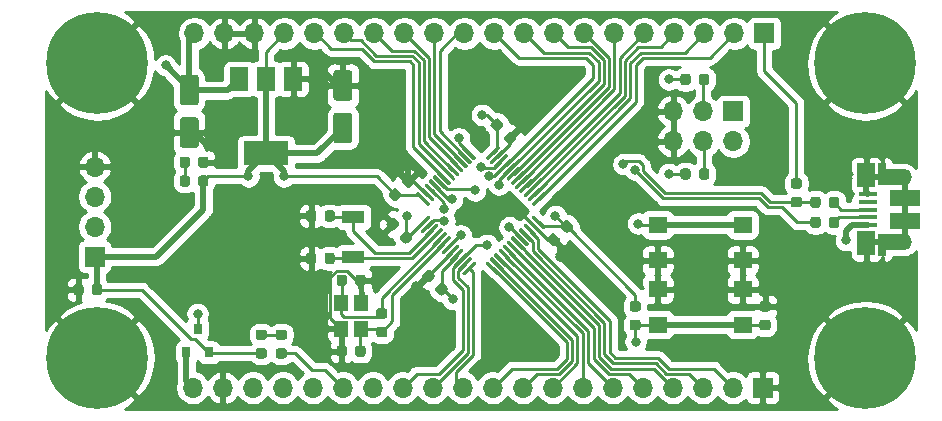
<source format=gbr>
%TF.GenerationSoftware,KiCad,Pcbnew,(5.1.6)-1*%
%TF.CreationDate,2021-01-24T21:28:56-06:00*%
%TF.ProjectId,nix-pill-v1,6e69782d-7069-46c6-9c2d-76312e6b6963,rev?*%
%TF.SameCoordinates,Original*%
%TF.FileFunction,Copper,L1,Top*%
%TF.FilePolarity,Positive*%
%FSLAX46Y46*%
G04 Gerber Fmt 4.6, Leading zero omitted, Abs format (unit mm)*
G04 Created by KiCad (PCBNEW (5.1.6)-1) date 2021-01-24 21:28:56*
%MOMM*%
%LPD*%
G01*
G04 APERTURE LIST*
%TA.AperFunction,ComponentPad*%
%ADD10C,0.900000*%
%TD*%
%TA.AperFunction,ComponentPad*%
%ADD11C,8.600000*%
%TD*%
%TA.AperFunction,SMDPad,CuDef*%
%ADD12R,0.800000X0.900000*%
%TD*%
%TA.AperFunction,ComponentPad*%
%ADD13O,1.700000X1.700000*%
%TD*%
%TA.AperFunction,ComponentPad*%
%ADD14R,1.700000X1.700000*%
%TD*%
%TA.AperFunction,SMDPad,CuDef*%
%ADD15R,2.000000X1.350000*%
%TD*%
%TA.AperFunction,SMDPad,CuDef*%
%ADD16R,0.700000X1.825000*%
%TD*%
%TA.AperFunction,SMDPad,CuDef*%
%ADD17R,1.500000X2.000000*%
%TD*%
%TA.AperFunction,SMDPad,CuDef*%
%ADD18R,1.650000X0.400000*%
%TD*%
%TA.AperFunction,ComponentPad*%
%ADD19O,1.500000X1.100000*%
%TD*%
%TA.AperFunction,ComponentPad*%
%ADD20O,1.700000X1.350000*%
%TD*%
%TA.AperFunction,SMDPad,CuDef*%
%ADD21R,2.500000X1.430000*%
%TD*%
%TA.AperFunction,SMDPad,CuDef*%
%ADD22R,1.600000X1.400000*%
%TD*%
%TA.AperFunction,SMDPad,CuDef*%
%ADD23R,3.800000X2.000000*%
%TD*%
%TA.AperFunction,SMDPad,CuDef*%
%ADD24R,1.900000X1.100000*%
%TD*%
%TA.AperFunction,SMDPad,CuDef*%
%ADD25R,1.200000X1.400000*%
%TD*%
%TA.AperFunction,ViaPad*%
%ADD26C,0.800000*%
%TD*%
%TA.AperFunction,Conductor*%
%ADD27C,0.500000*%
%TD*%
%TA.AperFunction,Conductor*%
%ADD28C,0.250000*%
%TD*%
%TA.AperFunction,Conductor*%
%ADD29C,0.254000*%
%TD*%
G04 APERTURE END LIST*
D10*
%TO.P,H4,1*%
%TO.N,GND*%
X107280419Y-127719581D03*
X105000000Y-126775000D03*
X102719581Y-127719581D03*
X101775000Y-130000000D03*
X102719581Y-132280419D03*
X105000000Y-133225000D03*
X107280419Y-132280419D03*
X108225000Y-130000000D03*
D11*
X105000000Y-130000000D03*
%TD*%
D10*
%TO.P,H3,1*%
%TO.N,GND*%
X172280419Y-127719581D03*
X170000000Y-126775000D03*
X167719581Y-127719581D03*
X166775000Y-130000000D03*
X167719581Y-132280419D03*
X170000000Y-133225000D03*
X172280419Y-132280419D03*
X173225000Y-130000000D03*
D11*
X170000000Y-130000000D03*
%TD*%
D10*
%TO.P,H2,1*%
%TO.N,GND*%
X172280419Y-102719581D03*
X170000000Y-101775000D03*
X167719581Y-102719581D03*
X166775000Y-105000000D03*
X167719581Y-107280419D03*
X170000000Y-108225000D03*
X172280419Y-107280419D03*
X173225000Y-105000000D03*
D11*
X170000000Y-105000000D03*
%TD*%
D10*
%TO.P,H1,1*%
%TO.N,GND*%
X107280419Y-102719581D03*
X105000000Y-101775000D03*
X102719581Y-102719581D03*
X101775000Y-105000000D03*
X102719581Y-107280419D03*
X105000000Y-108225000D03*
X107280419Y-107280419D03*
X108225000Y-105000000D03*
D11*
X105000000Y-105000000D03*
%TD*%
%TO.P,C1,1*%
%TO.N,+3V3*%
%TA.AperFunction,SMDPad,CuDef*%
G36*
G01*
X105425000Y-123943750D02*
X105425000Y-124456250D01*
G75*
G02*
X105206250Y-124675000I-218750J0D01*
G01*
X104768750Y-124675000D01*
G75*
G02*
X104550000Y-124456250I0J218750D01*
G01*
X104550000Y-123943750D01*
G75*
G02*
X104768750Y-123725000I218750J0D01*
G01*
X105206250Y-123725000D01*
G75*
G02*
X105425000Y-123943750I0J-218750D01*
G01*
G37*
%TD.AperFunction*%
%TO.P,C1,2*%
%TO.N,GND*%
%TA.AperFunction,SMDPad,CuDef*%
G36*
G01*
X103850000Y-123943750D02*
X103850000Y-124456250D01*
G75*
G02*
X103631250Y-124675000I-218750J0D01*
G01*
X103193750Y-124675000D01*
G75*
G02*
X102975000Y-124456250I0J218750D01*
G01*
X102975000Y-123943750D01*
G75*
G02*
X103193750Y-123725000I218750J0D01*
G01*
X103631250Y-123725000D01*
G75*
G02*
X103850000Y-123943750I0J-218750D01*
G01*
G37*
%TD.AperFunction*%
%TD*%
%TO.P,C2,1*%
%TO.N,LSE_IN*%
%TA.AperFunction,SMDPad,CuDef*%
G36*
G01*
X125125000Y-117693750D02*
X125125000Y-118206250D01*
G75*
G02*
X124906250Y-118425000I-218750J0D01*
G01*
X124468750Y-118425000D01*
G75*
G02*
X124250000Y-118206250I0J218750D01*
G01*
X124250000Y-117693750D01*
G75*
G02*
X124468750Y-117475000I218750J0D01*
G01*
X124906250Y-117475000D01*
G75*
G02*
X125125000Y-117693750I0J-218750D01*
G01*
G37*
%TD.AperFunction*%
%TO.P,C2,2*%
%TO.N,GND*%
%TA.AperFunction,SMDPad,CuDef*%
G36*
G01*
X123550000Y-117693750D02*
X123550000Y-118206250D01*
G75*
G02*
X123331250Y-118425000I-218750J0D01*
G01*
X122893750Y-118425000D01*
G75*
G02*
X122675000Y-118206250I0J218750D01*
G01*
X122675000Y-117693750D01*
G75*
G02*
X122893750Y-117475000I218750J0D01*
G01*
X123331250Y-117475000D01*
G75*
G02*
X123550000Y-117693750I0J-218750D01*
G01*
G37*
%TD.AperFunction*%
%TD*%
%TO.P,C3,2*%
%TO.N,GND*%
%TA.AperFunction,SMDPad,CuDef*%
G36*
G01*
X126850000Y-123656250D02*
X126850000Y-123143750D01*
G75*
G02*
X127068750Y-122925000I218750J0D01*
G01*
X127506250Y-122925000D01*
G75*
G02*
X127725000Y-123143750I0J-218750D01*
G01*
X127725000Y-123656250D01*
G75*
G02*
X127506250Y-123875000I-218750J0D01*
G01*
X127068750Y-123875000D01*
G75*
G02*
X126850000Y-123656250I0J218750D01*
G01*
G37*
%TD.AperFunction*%
%TO.P,C3,1*%
%TO.N,HSE_IN*%
%TA.AperFunction,SMDPad,CuDef*%
G36*
G01*
X125275000Y-123656250D02*
X125275000Y-123143750D01*
G75*
G02*
X125493750Y-122925000I218750J0D01*
G01*
X125931250Y-122925000D01*
G75*
G02*
X126150000Y-123143750I0J-218750D01*
G01*
X126150000Y-123656250D01*
G75*
G02*
X125931250Y-123875000I-218750J0D01*
G01*
X125493750Y-123875000D01*
G75*
G02*
X125275000Y-123656250I0J218750D01*
G01*
G37*
%TD.AperFunction*%
%TD*%
%TO.P,C4,2*%
%TO.N,GND*%
%TA.AperFunction,SMDPad,CuDef*%
G36*
G01*
X161806250Y-126050000D02*
X161293750Y-126050000D01*
G75*
G02*
X161075000Y-125831250I0J218750D01*
G01*
X161075000Y-125393750D01*
G75*
G02*
X161293750Y-125175000I218750J0D01*
G01*
X161806250Y-125175000D01*
G75*
G02*
X162025000Y-125393750I0J-218750D01*
G01*
X162025000Y-125831250D01*
G75*
G02*
X161806250Y-126050000I-218750J0D01*
G01*
G37*
%TD.AperFunction*%
%TO.P,C4,1*%
%TO.N,NRST*%
%TA.AperFunction,SMDPad,CuDef*%
G36*
G01*
X161806250Y-127625000D02*
X161293750Y-127625000D01*
G75*
G02*
X161075000Y-127406250I0J218750D01*
G01*
X161075000Y-126968750D01*
G75*
G02*
X161293750Y-126750000I218750J0D01*
G01*
X161806250Y-126750000D01*
G75*
G02*
X162025000Y-126968750I0J-218750D01*
G01*
X162025000Y-127406250D01*
G75*
G02*
X161806250Y-127625000I-218750J0D01*
G01*
G37*
%TD.AperFunction*%
%TD*%
%TO.P,C5,1*%
%TO.N,LSE_OUT*%
%TA.AperFunction,SMDPad,CuDef*%
G36*
G01*
X125125000Y-121293750D02*
X125125000Y-121806250D01*
G75*
G02*
X124906250Y-122025000I-218750J0D01*
G01*
X124468750Y-122025000D01*
G75*
G02*
X124250000Y-121806250I0J218750D01*
G01*
X124250000Y-121293750D01*
G75*
G02*
X124468750Y-121075000I218750J0D01*
G01*
X124906250Y-121075000D01*
G75*
G02*
X125125000Y-121293750I0J-218750D01*
G01*
G37*
%TD.AperFunction*%
%TO.P,C5,2*%
%TO.N,GND*%
%TA.AperFunction,SMDPad,CuDef*%
G36*
G01*
X123550000Y-121293750D02*
X123550000Y-121806250D01*
G75*
G02*
X123331250Y-122025000I-218750J0D01*
G01*
X122893750Y-122025000D01*
G75*
G02*
X122675000Y-121806250I0J218750D01*
G01*
X122675000Y-121293750D01*
G75*
G02*
X122893750Y-121075000I218750J0D01*
G01*
X123331250Y-121075000D01*
G75*
G02*
X123550000Y-121293750I0J-218750D01*
G01*
G37*
%TD.AperFunction*%
%TD*%
%TO.P,C6,2*%
%TO.N,GND*%
%TA.AperFunction,SMDPad,CuDef*%
G36*
G01*
X126150000Y-129143750D02*
X126150000Y-129656250D01*
G75*
G02*
X125931250Y-129875000I-218750J0D01*
G01*
X125493750Y-129875000D01*
G75*
G02*
X125275000Y-129656250I0J218750D01*
G01*
X125275000Y-129143750D01*
G75*
G02*
X125493750Y-128925000I218750J0D01*
G01*
X125931250Y-128925000D01*
G75*
G02*
X126150000Y-129143750I0J-218750D01*
G01*
G37*
%TD.AperFunction*%
%TO.P,C6,1*%
%TO.N,HSE_OUT*%
%TA.AperFunction,SMDPad,CuDef*%
G36*
G01*
X127725000Y-129143750D02*
X127725000Y-129656250D01*
G75*
G02*
X127506250Y-129875000I-218750J0D01*
G01*
X127068750Y-129875000D01*
G75*
G02*
X126850000Y-129656250I0J218750D01*
G01*
X126850000Y-129143750D01*
G75*
G02*
X127068750Y-128925000I218750J0D01*
G01*
X127506250Y-128925000D01*
G75*
G02*
X127725000Y-129143750I0J-218750D01*
G01*
G37*
%TD.AperFunction*%
%TD*%
%TO.P,C7,1*%
%TO.N,+5V*%
%TA.AperFunction,SMDPad,CuDef*%
G36*
G01*
X112250000Y-106000000D02*
X113350000Y-106000000D01*
G75*
G02*
X113600000Y-106250000I0J-250000D01*
G01*
X113600000Y-108350000D01*
G75*
G02*
X113350000Y-108600000I-250000J0D01*
G01*
X112250000Y-108600000D01*
G75*
G02*
X112000000Y-108350000I0J250000D01*
G01*
X112000000Y-106250000D01*
G75*
G02*
X112250000Y-106000000I250000J0D01*
G01*
G37*
%TD.AperFunction*%
%TO.P,C7,2*%
%TO.N,GND*%
%TA.AperFunction,SMDPad,CuDef*%
G36*
G01*
X112250000Y-109600000D02*
X113350000Y-109600000D01*
G75*
G02*
X113600000Y-109850000I0J-250000D01*
G01*
X113600000Y-111950000D01*
G75*
G02*
X113350000Y-112200000I-250000J0D01*
G01*
X112250000Y-112200000D01*
G75*
G02*
X112000000Y-111950000I0J250000D01*
G01*
X112000000Y-109850000D01*
G75*
G02*
X112250000Y-109600000I250000J0D01*
G01*
G37*
%TD.AperFunction*%
%TD*%
%TO.P,C8,1*%
%TO.N,VBAT*%
%TA.AperFunction,SMDPad,CuDef*%
G36*
G01*
X131647402Y-119885010D02*
X131285010Y-120247403D01*
G75*
G02*
X130975650Y-120247403I-154680J154680D01*
G01*
X130666291Y-119938044D01*
G75*
G02*
X130666291Y-119628684I154680J154680D01*
G01*
X131028684Y-119266291D01*
G75*
G02*
X131338044Y-119266291I154680J-154680D01*
G01*
X131647403Y-119575650D01*
G75*
G02*
X131647403Y-119885010I-154680J-154680D01*
G01*
G37*
%TD.AperFunction*%
%TO.P,C8,2*%
%TO.N,GND*%
%TA.AperFunction,SMDPad,CuDef*%
G36*
G01*
X130533708Y-118771316D02*
X130171316Y-119133709D01*
G75*
G02*
X129861956Y-119133709I-154680J154680D01*
G01*
X129552597Y-118824350D01*
G75*
G02*
X129552597Y-118514990I154680J154680D01*
G01*
X129914990Y-118152597D01*
G75*
G02*
X130224350Y-118152597I154680J-154680D01*
G01*
X130533709Y-118461956D01*
G75*
G02*
X130533709Y-118771316I-154680J-154680D01*
G01*
G37*
%TD.AperFunction*%
%TD*%
%TO.P,C9,2*%
%TO.N,GND*%
%TA.AperFunction,SMDPad,CuDef*%
G36*
G01*
X126350000Y-108200000D02*
X125250000Y-108200000D01*
G75*
G02*
X125000000Y-107950000I0J250000D01*
G01*
X125000000Y-105850000D01*
G75*
G02*
X125250000Y-105600000I250000J0D01*
G01*
X126350000Y-105600000D01*
G75*
G02*
X126600000Y-105850000I0J-250000D01*
G01*
X126600000Y-107950000D01*
G75*
G02*
X126350000Y-108200000I-250000J0D01*
G01*
G37*
%TD.AperFunction*%
%TO.P,C9,1*%
%TO.N,+3V3*%
%TA.AperFunction,SMDPad,CuDef*%
G36*
G01*
X126350000Y-111800000D02*
X125250000Y-111800000D01*
G75*
G02*
X125000000Y-111550000I0J250000D01*
G01*
X125000000Y-109450000D01*
G75*
G02*
X125250000Y-109200000I250000J0D01*
G01*
X126350000Y-109200000D01*
G75*
G02*
X126600000Y-109450000I0J-250000D01*
G01*
X126600000Y-111550000D01*
G75*
G02*
X126350000Y-111800000I-250000J0D01*
G01*
G37*
%TD.AperFunction*%
%TD*%
%TO.P,C10,2*%
%TO.N,GND*%
%TA.AperFunction,SMDPad,CuDef*%
G36*
G01*
X131228684Y-115533708D02*
X130866291Y-115171316D01*
G75*
G02*
X130866291Y-114861956I154680J154680D01*
G01*
X131175650Y-114552597D01*
G75*
G02*
X131485010Y-114552597I154680J-154680D01*
G01*
X131847403Y-114914990D01*
G75*
G02*
X131847403Y-115224350I-154680J-154680D01*
G01*
X131538044Y-115533709D01*
G75*
G02*
X131228684Y-115533709I-154680J154680D01*
G01*
G37*
%TD.AperFunction*%
%TO.P,C10,1*%
%TO.N,+3V3*%
%TA.AperFunction,SMDPad,CuDef*%
G36*
G01*
X130114990Y-116647402D02*
X129752597Y-116285010D01*
G75*
G02*
X129752597Y-115975650I154680J154680D01*
G01*
X130061956Y-115666291D01*
G75*
G02*
X130371316Y-115666291I154680J-154680D01*
G01*
X130733709Y-116028684D01*
G75*
G02*
X130733709Y-116338044I-154680J-154680D01*
G01*
X130424350Y-116647403D01*
G75*
G02*
X130114990Y-116647403I-154680J154680D01*
G01*
G37*
%TD.AperFunction*%
%TD*%
%TO.P,C11,1*%
%TO.N,+3V3*%
%TA.AperFunction,SMDPad,CuDef*%
G36*
G01*
X134647402Y-124285010D02*
X134285010Y-124647403D01*
G75*
G02*
X133975650Y-124647403I-154680J154680D01*
G01*
X133666291Y-124338044D01*
G75*
G02*
X133666291Y-124028684I154680J154680D01*
G01*
X134028684Y-123666291D01*
G75*
G02*
X134338044Y-123666291I154680J-154680D01*
G01*
X134647403Y-123975650D01*
G75*
G02*
X134647403Y-124285010I-154680J-154680D01*
G01*
G37*
%TD.AperFunction*%
%TO.P,C11,2*%
%TO.N,GND*%
%TA.AperFunction,SMDPad,CuDef*%
G36*
G01*
X133533708Y-123171316D02*
X133171316Y-123533709D01*
G75*
G02*
X132861956Y-123533709I-154680J154680D01*
G01*
X132552597Y-123224350D01*
G75*
G02*
X132552597Y-122914990I154680J154680D01*
G01*
X132914990Y-122552597D01*
G75*
G02*
X133224350Y-122552597I154680J-154680D01*
G01*
X133533709Y-122861956D01*
G75*
G02*
X133533709Y-123171316I-154680J-154680D01*
G01*
G37*
%TD.AperFunction*%
%TD*%
%TO.P,C12,2*%
%TO.N,GND*%
%TA.AperFunction,SMDPad,CuDef*%
G36*
G01*
X139466292Y-111228684D02*
X139828684Y-110866291D01*
G75*
G02*
X140138044Y-110866291I154680J-154680D01*
G01*
X140447403Y-111175650D01*
G75*
G02*
X140447403Y-111485010I-154680J-154680D01*
G01*
X140085010Y-111847403D01*
G75*
G02*
X139775650Y-111847403I-154680J154680D01*
G01*
X139466291Y-111538044D01*
G75*
G02*
X139466291Y-111228684I154680J154680D01*
G01*
G37*
%TD.AperFunction*%
%TO.P,C12,1*%
%TO.N,+3V3*%
%TA.AperFunction,SMDPad,CuDef*%
G36*
G01*
X138352598Y-110114990D02*
X138714990Y-109752597D01*
G75*
G02*
X139024350Y-109752597I154680J-154680D01*
G01*
X139333709Y-110061956D01*
G75*
G02*
X139333709Y-110371316I-154680J-154680D01*
G01*
X138971316Y-110733709D01*
G75*
G02*
X138661956Y-110733709I-154680J154680D01*
G01*
X138352597Y-110424350D01*
G75*
G02*
X138352597Y-110114990I154680J154680D01*
G01*
G37*
%TD.AperFunction*%
%TD*%
%TO.P,C13,1*%
%TO.N,+3V3*%
%TA.AperFunction,SMDPad,CuDef*%
G36*
G01*
X144885010Y-118352598D02*
X145247403Y-118714990D01*
G75*
G02*
X145247403Y-119024350I-154680J-154680D01*
G01*
X144938044Y-119333709D01*
G75*
G02*
X144628684Y-119333709I-154680J154680D01*
G01*
X144266291Y-118971316D01*
G75*
G02*
X144266291Y-118661956I154680J154680D01*
G01*
X144575650Y-118352597D01*
G75*
G02*
X144885010Y-118352597I154680J-154680D01*
G01*
G37*
%TD.AperFunction*%
%TO.P,C13,2*%
%TO.N,GND*%
%TA.AperFunction,SMDPad,CuDef*%
G36*
G01*
X143771316Y-119466292D02*
X144133709Y-119828684D01*
G75*
G02*
X144133709Y-120138044I-154680J-154680D01*
G01*
X143824350Y-120447403D01*
G75*
G02*
X143514990Y-120447403I-154680J154680D01*
G01*
X143152597Y-120085010D01*
G75*
G02*
X143152597Y-119775650I154680J154680D01*
G01*
X143461956Y-119466291D01*
G75*
G02*
X143771316Y-119466291I154680J-154680D01*
G01*
G37*
%TD.AperFunction*%
%TD*%
%TO.P,D1,2*%
%TO.N,+3V3*%
%TA.AperFunction,SMDPad,CuDef*%
G36*
G01*
X118643750Y-129150000D02*
X119156250Y-129150000D01*
G75*
G02*
X119375000Y-129368750I0J-218750D01*
G01*
X119375000Y-129806250D01*
G75*
G02*
X119156250Y-130025000I-218750J0D01*
G01*
X118643750Y-130025000D01*
G75*
G02*
X118425000Y-129806250I0J218750D01*
G01*
X118425000Y-129368750D01*
G75*
G02*
X118643750Y-129150000I218750J0D01*
G01*
G37*
%TD.AperFunction*%
%TO.P,D1,1*%
%TO.N,Net-(D1-Pad1)*%
%TA.AperFunction,SMDPad,CuDef*%
G36*
G01*
X118643750Y-127575000D02*
X119156250Y-127575000D01*
G75*
G02*
X119375000Y-127793750I0J-218750D01*
G01*
X119375000Y-128231250D01*
G75*
G02*
X119156250Y-128450000I-218750J0D01*
G01*
X118643750Y-128450000D01*
G75*
G02*
X118425000Y-128231250I0J218750D01*
G01*
X118425000Y-127793750D01*
G75*
G02*
X118643750Y-127575000I218750J0D01*
G01*
G37*
%TD.AperFunction*%
%TD*%
%TO.P,D2,1*%
%TO.N,Net-(D2-Pad1)*%
%TA.AperFunction,SMDPad,CuDef*%
G36*
G01*
X111975000Y-115256250D02*
X111975000Y-114743750D01*
G75*
G02*
X112193750Y-114525000I218750J0D01*
G01*
X112631250Y-114525000D01*
G75*
G02*
X112850000Y-114743750I0J-218750D01*
G01*
X112850000Y-115256250D01*
G75*
G02*
X112631250Y-115475000I-218750J0D01*
G01*
X112193750Y-115475000D01*
G75*
G02*
X111975000Y-115256250I0J218750D01*
G01*
G37*
%TD.AperFunction*%
%TO.P,D2,2*%
%TO.N,+3V3*%
%TA.AperFunction,SMDPad,CuDef*%
G36*
G01*
X113550000Y-115256250D02*
X113550000Y-114743750D01*
G75*
G02*
X113768750Y-114525000I218750J0D01*
G01*
X114206250Y-114525000D01*
G75*
G02*
X114425000Y-114743750I0J-218750D01*
G01*
X114425000Y-115256250D01*
G75*
G02*
X114206250Y-115475000I-218750J0D01*
G01*
X113768750Y-115475000D01*
G75*
G02*
X113550000Y-115256250I0J218750D01*
G01*
G37*
%TD.AperFunction*%
%TD*%
D12*
%TO.P,D3,1*%
%TO.N,+BATT*%
X112550000Y-129500000D03*
%TO.P,D3,2*%
%TO.N,+3V3*%
X114450000Y-129500000D03*
%TO.P,D3,3*%
%TO.N,VBAT*%
X113500000Y-127500000D03*
%TD*%
D13*
%TO.P,J1,20*%
%TO.N,+5V*%
X113240000Y-102500000D03*
%TO.P,J1,19*%
%TO.N,GND*%
X115780000Y-102500000D03*
%TO.P,J1,18*%
X118320000Y-102500000D03*
%TO.P,J1,17*%
%TO.N,+3V3*%
X120860000Y-102500000D03*
%TO.P,J1,16*%
%TO.N,B7*%
X123400000Y-102500000D03*
%TO.P,J1,15*%
%TO.N,B6*%
X125940000Y-102500000D03*
%TO.P,J1,14*%
%TO.N,B5*%
X128480000Y-102500000D03*
%TO.P,J1,13*%
%TO.N,B4*%
X131020000Y-102500000D03*
%TO.P,J1,12*%
%TO.N,B3*%
X133560000Y-102500000D03*
%TO.P,J1,11*%
%TO.N,A15*%
X136100000Y-102500000D03*
%TO.P,J1,10*%
%TO.N,A11*%
X138640000Y-102500000D03*
%TO.P,J1,9*%
%TO.N,A12*%
X141180000Y-102500000D03*
%TO.P,J1,8*%
%TO.N,A10*%
X143720000Y-102500000D03*
%TO.P,J1,7*%
%TO.N,A9*%
X146260000Y-102500000D03*
%TO.P,J1,6*%
%TO.N,A8*%
X148800000Y-102500000D03*
%TO.P,J1,5*%
%TO.N,B15*%
X151340000Y-102500000D03*
%TO.P,J1,4*%
%TO.N,B14*%
X153880000Y-102500000D03*
%TO.P,J1,3*%
%TO.N,B13*%
X156420000Y-102500000D03*
%TO.P,J1,2*%
%TO.N,B12*%
X158960000Y-102500000D03*
D14*
%TO.P,J1,1*%
%TO.N,+3V3*%
X161500000Y-102500000D03*
%TD*%
%TO.P,J2,1*%
%TO.N,+3V3*%
X158860000Y-109100000D03*
D13*
%TO.P,J2,2*%
X158860000Y-111640000D03*
%TO.P,J2,3*%
%TO.N,Net-(J2-Pad3)*%
X156320000Y-109100000D03*
%TO.P,J2,4*%
%TO.N,Net-(J2-Pad4)*%
X156320000Y-111640000D03*
%TO.P,J2,5*%
%TO.N,GND*%
X153780000Y-109100000D03*
%TO.P,J2,6*%
X153780000Y-111640000D03*
%TD*%
D14*
%TO.P,J3,1*%
%TO.N,GND*%
X161360000Y-132500000D03*
D13*
%TO.P,J3,2*%
%TO.N,B11*%
X158820000Y-132500000D03*
%TO.P,J3,3*%
%TO.N,B10*%
X156280000Y-132500000D03*
%TO.P,J3,4*%
%TO.N,B1*%
X153740000Y-132500000D03*
%TO.P,J3,5*%
%TO.N,B0*%
X151200000Y-132500000D03*
%TO.P,J3,6*%
%TO.N,A7*%
X148660000Y-132500000D03*
%TO.P,J3,7*%
%TO.N,A6*%
X146120000Y-132500000D03*
%TO.P,J3,8*%
%TO.N,A5*%
X143580000Y-132500000D03*
%TO.P,J3,9*%
%TO.N,A4*%
X141040000Y-132500000D03*
%TO.P,J3,10*%
%TO.N,A3*%
X138500000Y-132500000D03*
%TO.P,J3,11*%
%TO.N,A2*%
X135960000Y-132500000D03*
%TO.P,J3,12*%
%TO.N,A1*%
X133420000Y-132500000D03*
%TO.P,J3,13*%
%TO.N,A0*%
X130880000Y-132500000D03*
%TO.P,J3,14*%
%TO.N,NRST*%
X128340000Y-132500000D03*
%TO.P,J3,15*%
%TO.N,C13*%
X125800000Y-132500000D03*
%TO.P,J3,16*%
%TO.N,B9*%
X123260000Y-132500000D03*
%TO.P,J3,17*%
%TO.N,B8*%
X120720000Y-132500000D03*
%TO.P,J3,18*%
%TO.N,+3V3*%
X118180000Y-132500000D03*
%TO.P,J3,19*%
%TO.N,GND*%
X115640000Y-132500000D03*
%TO.P,J3,20*%
%TO.N,+BATT*%
X113100000Y-132500000D03*
%TD*%
D14*
%TO.P,J4,1*%
%TO.N,+3V3*%
X104800000Y-121400000D03*
D13*
%TO.P,J4,2*%
%TO.N,SWDIO*%
X104800000Y-118860000D03*
%TO.P,J4,3*%
%TO.N,SWDCLK*%
X104800000Y-116320000D03*
%TO.P,J4,4*%
%TO.N,GND*%
X104800000Y-113780000D03*
%TD*%
D15*
%TO.P,J5,6*%
%TO.N,GND*%
X172185000Y-114675000D03*
X172185000Y-120155000D03*
D16*
X171435000Y-120375000D03*
X171435000Y-114425000D03*
D17*
X170135000Y-120275000D03*
X170115000Y-114525000D03*
D18*
%TO.P,J5,1*%
%TO.N,+5V*%
X170235000Y-118725000D03*
%TO.P,J5,2*%
%TO.N,Net-(J5-Pad2)*%
X170235000Y-118075000D03*
%TO.P,J5,3*%
%TO.N,Net-(J5-Pad3)*%
X170235000Y-117425000D03*
%TO.P,J5,4*%
%TO.N,Net-(J5-Pad4)*%
X170235000Y-116775000D03*
%TO.P,J5,5*%
%TO.N,GND*%
X170235000Y-116125000D03*
D19*
%TO.P,J5,6*%
X170115000Y-119845000D03*
X170115000Y-115005000D03*
D20*
X173115000Y-120155000D03*
X173115000Y-114695000D03*
D21*
X173385000Y-118385000D03*
X173385000Y-116465000D03*
%TD*%
%TO.P,R1,2*%
%TO.N,C13*%
%TA.AperFunction,SMDPad,CuDef*%
G36*
G01*
X120343750Y-129150000D02*
X120856250Y-129150000D01*
G75*
G02*
X121075000Y-129368750I0J-218750D01*
G01*
X121075000Y-129806250D01*
G75*
G02*
X120856250Y-130025000I-218750J0D01*
G01*
X120343750Y-130025000D01*
G75*
G02*
X120125000Y-129806250I0J218750D01*
G01*
X120125000Y-129368750D01*
G75*
G02*
X120343750Y-129150000I218750J0D01*
G01*
G37*
%TD.AperFunction*%
%TO.P,R1,1*%
%TO.N,Net-(D1-Pad1)*%
%TA.AperFunction,SMDPad,CuDef*%
G36*
G01*
X120343750Y-127575000D02*
X120856250Y-127575000D01*
G75*
G02*
X121075000Y-127793750I0J-218750D01*
G01*
X121075000Y-128231250D01*
G75*
G02*
X120856250Y-128450000I-218750J0D01*
G01*
X120343750Y-128450000D01*
G75*
G02*
X120125000Y-128231250I0J218750D01*
G01*
X120125000Y-127793750D01*
G75*
G02*
X120343750Y-127575000I218750J0D01*
G01*
G37*
%TD.AperFunction*%
%TD*%
%TO.P,R2,1*%
%TO.N,Net-(D2-Pad1)*%
%TA.AperFunction,SMDPad,CuDef*%
G36*
G01*
X111975000Y-113656250D02*
X111975000Y-113143750D01*
G75*
G02*
X112193750Y-112925000I218750J0D01*
G01*
X112631250Y-112925000D01*
G75*
G02*
X112850000Y-113143750I0J-218750D01*
G01*
X112850000Y-113656250D01*
G75*
G02*
X112631250Y-113875000I-218750J0D01*
G01*
X112193750Y-113875000D01*
G75*
G02*
X111975000Y-113656250I0J218750D01*
G01*
G37*
%TD.AperFunction*%
%TO.P,R2,2*%
%TO.N,GND*%
%TA.AperFunction,SMDPad,CuDef*%
G36*
G01*
X113550000Y-113656250D02*
X113550000Y-113143750D01*
G75*
G02*
X113768750Y-112925000I218750J0D01*
G01*
X114206250Y-112925000D01*
G75*
G02*
X114425000Y-113143750I0J-218750D01*
G01*
X114425000Y-113656250D01*
G75*
G02*
X114206250Y-113875000I-218750J0D01*
G01*
X113768750Y-113875000D01*
G75*
G02*
X113550000Y-113656250I0J218750D01*
G01*
G37*
%TD.AperFunction*%
%TD*%
%TO.P,R3,1*%
%TO.N,BOOT0*%
%TA.AperFunction,SMDPad,CuDef*%
G36*
G01*
X154375000Y-106656250D02*
X154375000Y-106143750D01*
G75*
G02*
X154593750Y-105925000I218750J0D01*
G01*
X155031250Y-105925000D01*
G75*
G02*
X155250000Y-106143750I0J-218750D01*
G01*
X155250000Y-106656250D01*
G75*
G02*
X155031250Y-106875000I-218750J0D01*
G01*
X154593750Y-106875000D01*
G75*
G02*
X154375000Y-106656250I0J218750D01*
G01*
G37*
%TD.AperFunction*%
%TO.P,R3,2*%
%TO.N,Net-(J2-Pad3)*%
%TA.AperFunction,SMDPad,CuDef*%
G36*
G01*
X155950000Y-106656250D02*
X155950000Y-106143750D01*
G75*
G02*
X156168750Y-105925000I218750J0D01*
G01*
X156606250Y-105925000D01*
G75*
G02*
X156825000Y-106143750I0J-218750D01*
G01*
X156825000Y-106656250D01*
G75*
G02*
X156606250Y-106875000I-218750J0D01*
G01*
X156168750Y-106875000D01*
G75*
G02*
X155950000Y-106656250I0J218750D01*
G01*
G37*
%TD.AperFunction*%
%TD*%
%TO.P,R4,2*%
%TO.N,BOOT1*%
%TA.AperFunction,SMDPad,CuDef*%
G36*
G01*
X155250000Y-114143750D02*
X155250000Y-114656250D01*
G75*
G02*
X155031250Y-114875000I-218750J0D01*
G01*
X154593750Y-114875000D01*
G75*
G02*
X154375000Y-114656250I0J218750D01*
G01*
X154375000Y-114143750D01*
G75*
G02*
X154593750Y-113925000I218750J0D01*
G01*
X155031250Y-113925000D01*
G75*
G02*
X155250000Y-114143750I0J-218750D01*
G01*
G37*
%TD.AperFunction*%
%TO.P,R4,1*%
%TO.N,Net-(J2-Pad4)*%
%TA.AperFunction,SMDPad,CuDef*%
G36*
G01*
X156825000Y-114143750D02*
X156825000Y-114656250D01*
G75*
G02*
X156606250Y-114875000I-218750J0D01*
G01*
X156168750Y-114875000D01*
G75*
G02*
X155950000Y-114656250I0J218750D01*
G01*
X155950000Y-114143750D01*
G75*
G02*
X156168750Y-113925000I218750J0D01*
G01*
X156606250Y-113925000D01*
G75*
G02*
X156825000Y-114143750I0J-218750D01*
G01*
G37*
%TD.AperFunction*%
%TD*%
%TO.P,R5,2*%
%TO.N,NRST*%
%TA.AperFunction,SMDPad,CuDef*%
G36*
G01*
X150293750Y-126750000D02*
X150806250Y-126750000D01*
G75*
G02*
X151025000Y-126968750I0J-218750D01*
G01*
X151025000Y-127406250D01*
G75*
G02*
X150806250Y-127625000I-218750J0D01*
G01*
X150293750Y-127625000D01*
G75*
G02*
X150075000Y-127406250I0J218750D01*
G01*
X150075000Y-126968750D01*
G75*
G02*
X150293750Y-126750000I218750J0D01*
G01*
G37*
%TD.AperFunction*%
%TO.P,R5,1*%
%TO.N,+3V3*%
%TA.AperFunction,SMDPad,CuDef*%
G36*
G01*
X150293750Y-125175000D02*
X150806250Y-125175000D01*
G75*
G02*
X151025000Y-125393750I0J-218750D01*
G01*
X151025000Y-125831250D01*
G75*
G02*
X150806250Y-126050000I-218750J0D01*
G01*
X150293750Y-126050000D01*
G75*
G02*
X150075000Y-125831250I0J218750D01*
G01*
X150075000Y-125393750D01*
G75*
G02*
X150293750Y-125175000I218750J0D01*
G01*
G37*
%TD.AperFunction*%
%TD*%
%TO.P,R6,2*%
%TO.N,Net-(J5-Pad3)*%
%TA.AperFunction,SMDPad,CuDef*%
G36*
G01*
X166950000Y-117056250D02*
X166950000Y-116543750D01*
G75*
G02*
X167168750Y-116325000I218750J0D01*
G01*
X167606250Y-116325000D01*
G75*
G02*
X167825000Y-116543750I0J-218750D01*
G01*
X167825000Y-117056250D01*
G75*
G02*
X167606250Y-117275000I-218750J0D01*
G01*
X167168750Y-117275000D01*
G75*
G02*
X166950000Y-117056250I0J218750D01*
G01*
G37*
%TD.AperFunction*%
%TO.P,R6,1*%
%TO.N,A12*%
%TA.AperFunction,SMDPad,CuDef*%
G36*
G01*
X165375000Y-117056250D02*
X165375000Y-116543750D01*
G75*
G02*
X165593750Y-116325000I218750J0D01*
G01*
X166031250Y-116325000D01*
G75*
G02*
X166250000Y-116543750I0J-218750D01*
G01*
X166250000Y-117056250D01*
G75*
G02*
X166031250Y-117275000I-218750J0D01*
G01*
X165593750Y-117275000D01*
G75*
G02*
X165375000Y-117056250I0J218750D01*
G01*
G37*
%TD.AperFunction*%
%TD*%
%TO.P,R7,1*%
%TO.N,A11*%
%TA.AperFunction,SMDPad,CuDef*%
G36*
G01*
X165375000Y-118756250D02*
X165375000Y-118243750D01*
G75*
G02*
X165593750Y-118025000I218750J0D01*
G01*
X166031250Y-118025000D01*
G75*
G02*
X166250000Y-118243750I0J-218750D01*
G01*
X166250000Y-118756250D01*
G75*
G02*
X166031250Y-118975000I-218750J0D01*
G01*
X165593750Y-118975000D01*
G75*
G02*
X165375000Y-118756250I0J218750D01*
G01*
G37*
%TD.AperFunction*%
%TO.P,R7,2*%
%TO.N,Net-(J5-Pad2)*%
%TA.AperFunction,SMDPad,CuDef*%
G36*
G01*
X166950000Y-118756250D02*
X166950000Y-118243750D01*
G75*
G02*
X167168750Y-118025000I218750J0D01*
G01*
X167606250Y-118025000D01*
G75*
G02*
X167825000Y-118243750I0J-218750D01*
G01*
X167825000Y-118756250D01*
G75*
G02*
X167606250Y-118975000I-218750J0D01*
G01*
X167168750Y-118975000D01*
G75*
G02*
X166950000Y-118756250I0J218750D01*
G01*
G37*
%TD.AperFunction*%
%TD*%
%TO.P,R8,1*%
%TO.N,+3V3*%
%TA.AperFunction,SMDPad,CuDef*%
G36*
G01*
X163943750Y-114775000D02*
X164456250Y-114775000D01*
G75*
G02*
X164675000Y-114993750I0J-218750D01*
G01*
X164675000Y-115431250D01*
G75*
G02*
X164456250Y-115650000I-218750J0D01*
G01*
X163943750Y-115650000D01*
G75*
G02*
X163725000Y-115431250I0J218750D01*
G01*
X163725000Y-114993750D01*
G75*
G02*
X163943750Y-114775000I218750J0D01*
G01*
G37*
%TD.AperFunction*%
%TO.P,R8,2*%
%TO.N,A12*%
%TA.AperFunction,SMDPad,CuDef*%
G36*
G01*
X163943750Y-116350000D02*
X164456250Y-116350000D01*
G75*
G02*
X164675000Y-116568750I0J-218750D01*
G01*
X164675000Y-117006250D01*
G75*
G02*
X164456250Y-117225000I-218750J0D01*
G01*
X163943750Y-117225000D01*
G75*
G02*
X163725000Y-117006250I0J218750D01*
G01*
X163725000Y-116568750D01*
G75*
G02*
X163943750Y-116350000I218750J0D01*
G01*
G37*
%TD.AperFunction*%
%TD*%
%TO.P,R9,1*%
%TO.N,HSE_IN*%
%TA.AperFunction,SMDPad,CuDef*%
G36*
G01*
X128843750Y-125775000D02*
X129356250Y-125775000D01*
G75*
G02*
X129575000Y-125993750I0J-218750D01*
G01*
X129575000Y-126431250D01*
G75*
G02*
X129356250Y-126650000I-218750J0D01*
G01*
X128843750Y-126650000D01*
G75*
G02*
X128625000Y-126431250I0J218750D01*
G01*
X128625000Y-125993750D01*
G75*
G02*
X128843750Y-125775000I218750J0D01*
G01*
G37*
%TD.AperFunction*%
%TO.P,R9,2*%
%TO.N,HSE_OUT*%
%TA.AperFunction,SMDPad,CuDef*%
G36*
G01*
X128843750Y-127350000D02*
X129356250Y-127350000D01*
G75*
G02*
X129575000Y-127568750I0J-218750D01*
G01*
X129575000Y-128006250D01*
G75*
G02*
X129356250Y-128225000I-218750J0D01*
G01*
X128843750Y-128225000D01*
G75*
G02*
X128625000Y-128006250I0J218750D01*
G01*
X128625000Y-127568750D01*
G75*
G02*
X128843750Y-127350000I218750J0D01*
G01*
G37*
%TD.AperFunction*%
%TD*%
D22*
%TO.P,SW1,1*%
%TO.N,A0*%
X159650000Y-118700000D03*
X152450000Y-118700000D03*
%TO.P,SW1,2*%
%TO.N,GND*%
X159650000Y-121700000D03*
X152450000Y-121700000D03*
%TD*%
%TO.P,SW2,2*%
%TO.N,NRST*%
X152450000Y-127150000D03*
X159650000Y-127150000D03*
%TO.P,SW2,1*%
%TO.N,GND*%
X152450000Y-124150000D03*
X159650000Y-124150000D03*
%TD*%
D23*
%TO.P,U1,2*%
%TO.N,+3V3*%
X119300000Y-112650000D03*
D17*
X119300000Y-106350000D03*
%TO.P,U1,3*%
%TO.N,+5V*%
X117000000Y-106350000D03*
%TO.P,U1,1*%
%TO.N,GND*%
X121600000Y-106350000D03*
%TD*%
%TO.P,U2,1*%
%TO.N,VBAT*%
%TA.AperFunction,SMDPad,CuDef*%
G36*
G01*
X132143666Y-119073312D02*
X132037600Y-118967246D01*
G75*
G02*
X132037600Y-118861180I53033J53033D01*
G01*
X132974516Y-117924264D01*
G75*
G02*
X133080582Y-117924264I53033J-53033D01*
G01*
X133186648Y-118030330D01*
G75*
G02*
X133186648Y-118136396I-53033J-53033D01*
G01*
X132249732Y-119073312D01*
G75*
G02*
X132143666Y-119073312I-53033J53033D01*
G01*
G37*
%TD.AperFunction*%
%TO.P,U2,2*%
%TO.N,C13*%
%TA.AperFunction,SMDPad,CuDef*%
G36*
G01*
X132497220Y-119426866D02*
X132391154Y-119320800D01*
G75*
G02*
X132391154Y-119214734I53033J53033D01*
G01*
X133328070Y-118277818D01*
G75*
G02*
X133434136Y-118277818I53033J-53033D01*
G01*
X133540202Y-118383884D01*
G75*
G02*
X133540202Y-118489950I-53033J-53033D01*
G01*
X132603286Y-119426866D01*
G75*
G02*
X132497220Y-119426866I-53033J53033D01*
G01*
G37*
%TD.AperFunction*%
%TO.P,U2,3*%
%TO.N,LSE_IN*%
%TA.AperFunction,SMDPad,CuDef*%
G36*
G01*
X132850773Y-119780419D02*
X132744707Y-119674353D01*
G75*
G02*
X132744707Y-119568287I53033J53033D01*
G01*
X133681623Y-118631371D01*
G75*
G02*
X133787689Y-118631371I53033J-53033D01*
G01*
X133893755Y-118737437D01*
G75*
G02*
X133893755Y-118843503I-53033J-53033D01*
G01*
X132956839Y-119780419D01*
G75*
G02*
X132850773Y-119780419I-53033J53033D01*
G01*
G37*
%TD.AperFunction*%
%TO.P,U2,4*%
%TO.N,LSE_OUT*%
%TA.AperFunction,SMDPad,CuDef*%
G36*
G01*
X133204327Y-120133973D02*
X133098261Y-120027907D01*
G75*
G02*
X133098261Y-119921841I53033J53033D01*
G01*
X134035177Y-118984925D01*
G75*
G02*
X134141243Y-118984925I53033J-53033D01*
G01*
X134247309Y-119090991D01*
G75*
G02*
X134247309Y-119197057I-53033J-53033D01*
G01*
X133310393Y-120133973D01*
G75*
G02*
X133204327Y-120133973I-53033J53033D01*
G01*
G37*
%TD.AperFunction*%
%TO.P,U2,5*%
%TO.N,HSE_IN*%
%TA.AperFunction,SMDPad,CuDef*%
G36*
G01*
X133557880Y-120487526D02*
X133451814Y-120381460D01*
G75*
G02*
X133451814Y-120275394I53033J53033D01*
G01*
X134388730Y-119338478D01*
G75*
G02*
X134494796Y-119338478I53033J-53033D01*
G01*
X134600862Y-119444544D01*
G75*
G02*
X134600862Y-119550610I-53033J-53033D01*
G01*
X133663946Y-120487526D01*
G75*
G02*
X133557880Y-120487526I-53033J53033D01*
G01*
G37*
%TD.AperFunction*%
%TO.P,U2,6*%
%TO.N,HSE_OUT*%
%TA.AperFunction,SMDPad,CuDef*%
G36*
G01*
X133911433Y-120841079D02*
X133805367Y-120735013D01*
G75*
G02*
X133805367Y-120628947I53033J53033D01*
G01*
X134742283Y-119692031D01*
G75*
G02*
X134848349Y-119692031I53033J-53033D01*
G01*
X134954415Y-119798097D01*
G75*
G02*
X134954415Y-119904163I-53033J-53033D01*
G01*
X134017499Y-120841079D01*
G75*
G02*
X133911433Y-120841079I-53033J53033D01*
G01*
G37*
%TD.AperFunction*%
%TO.P,U2,7*%
%TO.N,NRST*%
%TA.AperFunction,SMDPad,CuDef*%
G36*
G01*
X134264987Y-121194633D02*
X134158921Y-121088567D01*
G75*
G02*
X134158921Y-120982501I53033J53033D01*
G01*
X135095837Y-120045585D01*
G75*
G02*
X135201903Y-120045585I53033J-53033D01*
G01*
X135307969Y-120151651D01*
G75*
G02*
X135307969Y-120257717I-53033J-53033D01*
G01*
X134371053Y-121194633D01*
G75*
G02*
X134264987Y-121194633I-53033J53033D01*
G01*
G37*
%TD.AperFunction*%
%TO.P,U2,8*%
%TO.N,GND*%
%TA.AperFunction,SMDPad,CuDef*%
G36*
G01*
X134618540Y-121548186D02*
X134512474Y-121442120D01*
G75*
G02*
X134512474Y-121336054I53033J53033D01*
G01*
X135449390Y-120399138D01*
G75*
G02*
X135555456Y-120399138I53033J-53033D01*
G01*
X135661522Y-120505204D01*
G75*
G02*
X135661522Y-120611270I-53033J-53033D01*
G01*
X134724606Y-121548186D01*
G75*
G02*
X134618540Y-121548186I-53033J53033D01*
G01*
G37*
%TD.AperFunction*%
%TO.P,U2,9*%
%TO.N,+3V3*%
%TA.AperFunction,SMDPad,CuDef*%
G36*
G01*
X134972093Y-121901739D02*
X134866027Y-121795673D01*
G75*
G02*
X134866027Y-121689607I53033J53033D01*
G01*
X135802943Y-120752691D01*
G75*
G02*
X135909009Y-120752691I53033J-53033D01*
G01*
X136015075Y-120858757D01*
G75*
G02*
X136015075Y-120964823I-53033J-53033D01*
G01*
X135078159Y-121901739D01*
G75*
G02*
X134972093Y-121901739I-53033J53033D01*
G01*
G37*
%TD.AperFunction*%
%TO.P,U2,10*%
%TO.N,A0*%
%TA.AperFunction,SMDPad,CuDef*%
G36*
G01*
X135325647Y-122255293D02*
X135219581Y-122149227D01*
G75*
G02*
X135219581Y-122043161I53033J53033D01*
G01*
X136156497Y-121106245D01*
G75*
G02*
X136262563Y-121106245I53033J-53033D01*
G01*
X136368629Y-121212311D01*
G75*
G02*
X136368629Y-121318377I-53033J-53033D01*
G01*
X135431713Y-122255293D01*
G75*
G02*
X135325647Y-122255293I-53033J53033D01*
G01*
G37*
%TD.AperFunction*%
%TO.P,U2,11*%
%TO.N,A1*%
%TA.AperFunction,SMDPad,CuDef*%
G36*
G01*
X135679200Y-122608846D02*
X135573134Y-122502780D01*
G75*
G02*
X135573134Y-122396714I53033J53033D01*
G01*
X136510050Y-121459798D01*
G75*
G02*
X136616116Y-121459798I53033J-53033D01*
G01*
X136722182Y-121565864D01*
G75*
G02*
X136722182Y-121671930I-53033J-53033D01*
G01*
X135785266Y-122608846D01*
G75*
G02*
X135679200Y-122608846I-53033J53033D01*
G01*
G37*
%TD.AperFunction*%
%TO.P,U2,12*%
%TO.N,A2*%
%TA.AperFunction,SMDPad,CuDef*%
G36*
G01*
X136032754Y-122962400D02*
X135926688Y-122856334D01*
G75*
G02*
X135926688Y-122750268I53033J53033D01*
G01*
X136863604Y-121813352D01*
G75*
G02*
X136969670Y-121813352I53033J-53033D01*
G01*
X137075736Y-121919418D01*
G75*
G02*
X137075736Y-122025484I-53033J-53033D01*
G01*
X136138820Y-122962400D01*
G75*
G02*
X136032754Y-122962400I-53033J53033D01*
G01*
G37*
%TD.AperFunction*%
%TO.P,U2,13*%
%TO.N,A3*%
%TA.AperFunction,SMDPad,CuDef*%
G36*
G01*
X138861180Y-122962400D02*
X137924264Y-122025484D01*
G75*
G02*
X137924264Y-121919418I53033J53033D01*
G01*
X138030330Y-121813352D01*
G75*
G02*
X138136396Y-121813352I53033J-53033D01*
G01*
X139073312Y-122750268D01*
G75*
G02*
X139073312Y-122856334I-53033J-53033D01*
G01*
X138967246Y-122962400D01*
G75*
G02*
X138861180Y-122962400I-53033J53033D01*
G01*
G37*
%TD.AperFunction*%
%TO.P,U2,14*%
%TO.N,A4*%
%TA.AperFunction,SMDPad,CuDef*%
G36*
G01*
X139214734Y-122608846D02*
X138277818Y-121671930D01*
G75*
G02*
X138277818Y-121565864I53033J53033D01*
G01*
X138383884Y-121459798D01*
G75*
G02*
X138489950Y-121459798I53033J-53033D01*
G01*
X139426866Y-122396714D01*
G75*
G02*
X139426866Y-122502780I-53033J-53033D01*
G01*
X139320800Y-122608846D01*
G75*
G02*
X139214734Y-122608846I-53033J53033D01*
G01*
G37*
%TD.AperFunction*%
%TO.P,U2,15*%
%TO.N,A5*%
%TA.AperFunction,SMDPad,CuDef*%
G36*
G01*
X139568287Y-122255293D02*
X138631371Y-121318377D01*
G75*
G02*
X138631371Y-121212311I53033J53033D01*
G01*
X138737437Y-121106245D01*
G75*
G02*
X138843503Y-121106245I53033J-53033D01*
G01*
X139780419Y-122043161D01*
G75*
G02*
X139780419Y-122149227I-53033J-53033D01*
G01*
X139674353Y-122255293D01*
G75*
G02*
X139568287Y-122255293I-53033J53033D01*
G01*
G37*
%TD.AperFunction*%
%TO.P,U2,16*%
%TO.N,A6*%
%TA.AperFunction,SMDPad,CuDef*%
G36*
G01*
X139921841Y-121901739D02*
X138984925Y-120964823D01*
G75*
G02*
X138984925Y-120858757I53033J53033D01*
G01*
X139090991Y-120752691D01*
G75*
G02*
X139197057Y-120752691I53033J-53033D01*
G01*
X140133973Y-121689607D01*
G75*
G02*
X140133973Y-121795673I-53033J-53033D01*
G01*
X140027907Y-121901739D01*
G75*
G02*
X139921841Y-121901739I-53033J53033D01*
G01*
G37*
%TD.AperFunction*%
%TO.P,U2,17*%
%TO.N,A7*%
%TA.AperFunction,SMDPad,CuDef*%
G36*
G01*
X140275394Y-121548186D02*
X139338478Y-120611270D01*
G75*
G02*
X139338478Y-120505204I53033J53033D01*
G01*
X139444544Y-120399138D01*
G75*
G02*
X139550610Y-120399138I53033J-53033D01*
G01*
X140487526Y-121336054D01*
G75*
G02*
X140487526Y-121442120I-53033J-53033D01*
G01*
X140381460Y-121548186D01*
G75*
G02*
X140275394Y-121548186I-53033J53033D01*
G01*
G37*
%TD.AperFunction*%
%TO.P,U2,18*%
%TO.N,B0*%
%TA.AperFunction,SMDPad,CuDef*%
G36*
G01*
X140628947Y-121194633D02*
X139692031Y-120257717D01*
G75*
G02*
X139692031Y-120151651I53033J53033D01*
G01*
X139798097Y-120045585D01*
G75*
G02*
X139904163Y-120045585I53033J-53033D01*
G01*
X140841079Y-120982501D01*
G75*
G02*
X140841079Y-121088567I-53033J-53033D01*
G01*
X140735013Y-121194633D01*
G75*
G02*
X140628947Y-121194633I-53033J53033D01*
G01*
G37*
%TD.AperFunction*%
%TO.P,U2,19*%
%TO.N,B1*%
%TA.AperFunction,SMDPad,CuDef*%
G36*
G01*
X140982501Y-120841079D02*
X140045585Y-119904163D01*
G75*
G02*
X140045585Y-119798097I53033J53033D01*
G01*
X140151651Y-119692031D01*
G75*
G02*
X140257717Y-119692031I53033J-53033D01*
G01*
X141194633Y-120628947D01*
G75*
G02*
X141194633Y-120735013I-53033J-53033D01*
G01*
X141088567Y-120841079D01*
G75*
G02*
X140982501Y-120841079I-53033J53033D01*
G01*
G37*
%TD.AperFunction*%
%TO.P,U2,20*%
%TO.N,BOOT1*%
%TA.AperFunction,SMDPad,CuDef*%
G36*
G01*
X141336054Y-120487526D02*
X140399138Y-119550610D01*
G75*
G02*
X140399138Y-119444544I53033J53033D01*
G01*
X140505204Y-119338478D01*
G75*
G02*
X140611270Y-119338478I53033J-53033D01*
G01*
X141548186Y-120275394D01*
G75*
G02*
X141548186Y-120381460I-53033J-53033D01*
G01*
X141442120Y-120487526D01*
G75*
G02*
X141336054Y-120487526I-53033J53033D01*
G01*
G37*
%TD.AperFunction*%
%TO.P,U2,21*%
%TO.N,B10*%
%TA.AperFunction,SMDPad,CuDef*%
G36*
G01*
X141689607Y-120133973D02*
X140752691Y-119197057D01*
G75*
G02*
X140752691Y-119090991I53033J53033D01*
G01*
X140858757Y-118984925D01*
G75*
G02*
X140964823Y-118984925I53033J-53033D01*
G01*
X141901739Y-119921841D01*
G75*
G02*
X141901739Y-120027907I-53033J-53033D01*
G01*
X141795673Y-120133973D01*
G75*
G02*
X141689607Y-120133973I-53033J53033D01*
G01*
G37*
%TD.AperFunction*%
%TO.P,U2,22*%
%TO.N,B11*%
%TA.AperFunction,SMDPad,CuDef*%
G36*
G01*
X142043161Y-119780419D02*
X141106245Y-118843503D01*
G75*
G02*
X141106245Y-118737437I53033J53033D01*
G01*
X141212311Y-118631371D01*
G75*
G02*
X141318377Y-118631371I53033J-53033D01*
G01*
X142255293Y-119568287D01*
G75*
G02*
X142255293Y-119674353I-53033J-53033D01*
G01*
X142149227Y-119780419D01*
G75*
G02*
X142043161Y-119780419I-53033J53033D01*
G01*
G37*
%TD.AperFunction*%
%TO.P,U2,23*%
%TO.N,GND*%
%TA.AperFunction,SMDPad,CuDef*%
G36*
G01*
X142396714Y-119426866D02*
X141459798Y-118489950D01*
G75*
G02*
X141459798Y-118383884I53033J53033D01*
G01*
X141565864Y-118277818D01*
G75*
G02*
X141671930Y-118277818I53033J-53033D01*
G01*
X142608846Y-119214734D01*
G75*
G02*
X142608846Y-119320800I-53033J-53033D01*
G01*
X142502780Y-119426866D01*
G75*
G02*
X142396714Y-119426866I-53033J53033D01*
G01*
G37*
%TD.AperFunction*%
%TO.P,U2,24*%
%TO.N,+3V3*%
%TA.AperFunction,SMDPad,CuDef*%
G36*
G01*
X142750268Y-119073312D02*
X141813352Y-118136396D01*
G75*
G02*
X141813352Y-118030330I53033J53033D01*
G01*
X141919418Y-117924264D01*
G75*
G02*
X142025484Y-117924264I53033J-53033D01*
G01*
X142962400Y-118861180D01*
G75*
G02*
X142962400Y-118967246I-53033J-53033D01*
G01*
X142856334Y-119073312D01*
G75*
G02*
X142750268Y-119073312I-53033J53033D01*
G01*
G37*
%TD.AperFunction*%
%TO.P,U2,25*%
%TO.N,B12*%
%TA.AperFunction,SMDPad,CuDef*%
G36*
G01*
X141919418Y-117075736D02*
X141813352Y-116969670D01*
G75*
G02*
X141813352Y-116863604I53033J53033D01*
G01*
X142750268Y-115926688D01*
G75*
G02*
X142856334Y-115926688I53033J-53033D01*
G01*
X142962400Y-116032754D01*
G75*
G02*
X142962400Y-116138820I-53033J-53033D01*
G01*
X142025484Y-117075736D01*
G75*
G02*
X141919418Y-117075736I-53033J53033D01*
G01*
G37*
%TD.AperFunction*%
%TO.P,U2,26*%
%TO.N,B13*%
%TA.AperFunction,SMDPad,CuDef*%
G36*
G01*
X141565864Y-116722182D02*
X141459798Y-116616116D01*
G75*
G02*
X141459798Y-116510050I53033J53033D01*
G01*
X142396714Y-115573134D01*
G75*
G02*
X142502780Y-115573134I53033J-53033D01*
G01*
X142608846Y-115679200D01*
G75*
G02*
X142608846Y-115785266I-53033J-53033D01*
G01*
X141671930Y-116722182D01*
G75*
G02*
X141565864Y-116722182I-53033J53033D01*
G01*
G37*
%TD.AperFunction*%
%TO.P,U2,27*%
%TO.N,B14*%
%TA.AperFunction,SMDPad,CuDef*%
G36*
G01*
X141212311Y-116368629D02*
X141106245Y-116262563D01*
G75*
G02*
X141106245Y-116156497I53033J53033D01*
G01*
X142043161Y-115219581D01*
G75*
G02*
X142149227Y-115219581I53033J-53033D01*
G01*
X142255293Y-115325647D01*
G75*
G02*
X142255293Y-115431713I-53033J-53033D01*
G01*
X141318377Y-116368629D01*
G75*
G02*
X141212311Y-116368629I-53033J53033D01*
G01*
G37*
%TD.AperFunction*%
%TO.P,U2,28*%
%TO.N,B15*%
%TA.AperFunction,SMDPad,CuDef*%
G36*
G01*
X140858757Y-116015075D02*
X140752691Y-115909009D01*
G75*
G02*
X140752691Y-115802943I53033J53033D01*
G01*
X141689607Y-114866027D01*
G75*
G02*
X141795673Y-114866027I53033J-53033D01*
G01*
X141901739Y-114972093D01*
G75*
G02*
X141901739Y-115078159I-53033J-53033D01*
G01*
X140964823Y-116015075D01*
G75*
G02*
X140858757Y-116015075I-53033J53033D01*
G01*
G37*
%TD.AperFunction*%
%TO.P,U2,29*%
%TO.N,A8*%
%TA.AperFunction,SMDPad,CuDef*%
G36*
G01*
X140505204Y-115661522D02*
X140399138Y-115555456D01*
G75*
G02*
X140399138Y-115449390I53033J53033D01*
G01*
X141336054Y-114512474D01*
G75*
G02*
X141442120Y-114512474I53033J-53033D01*
G01*
X141548186Y-114618540D01*
G75*
G02*
X141548186Y-114724606I-53033J-53033D01*
G01*
X140611270Y-115661522D01*
G75*
G02*
X140505204Y-115661522I-53033J53033D01*
G01*
G37*
%TD.AperFunction*%
%TO.P,U2,30*%
%TO.N,A9*%
%TA.AperFunction,SMDPad,CuDef*%
G36*
G01*
X140151651Y-115307969D02*
X140045585Y-115201903D01*
G75*
G02*
X140045585Y-115095837I53033J53033D01*
G01*
X140982501Y-114158921D01*
G75*
G02*
X141088567Y-114158921I53033J-53033D01*
G01*
X141194633Y-114264987D01*
G75*
G02*
X141194633Y-114371053I-53033J-53033D01*
G01*
X140257717Y-115307969D01*
G75*
G02*
X140151651Y-115307969I-53033J53033D01*
G01*
G37*
%TD.AperFunction*%
%TO.P,U2,31*%
%TO.N,A10*%
%TA.AperFunction,SMDPad,CuDef*%
G36*
G01*
X139798097Y-114954415D02*
X139692031Y-114848349D01*
G75*
G02*
X139692031Y-114742283I53033J53033D01*
G01*
X140628947Y-113805367D01*
G75*
G02*
X140735013Y-113805367I53033J-53033D01*
G01*
X140841079Y-113911433D01*
G75*
G02*
X140841079Y-114017499I-53033J-53033D01*
G01*
X139904163Y-114954415D01*
G75*
G02*
X139798097Y-114954415I-53033J53033D01*
G01*
G37*
%TD.AperFunction*%
%TO.P,U2,32*%
%TO.N,A12*%
%TA.AperFunction,SMDPad,CuDef*%
G36*
G01*
X139444544Y-114600862D02*
X139338478Y-114494796D01*
G75*
G02*
X139338478Y-114388730I53033J53033D01*
G01*
X140275394Y-113451814D01*
G75*
G02*
X140381460Y-113451814I53033J-53033D01*
G01*
X140487526Y-113557880D01*
G75*
G02*
X140487526Y-113663946I-53033J-53033D01*
G01*
X139550610Y-114600862D01*
G75*
G02*
X139444544Y-114600862I-53033J53033D01*
G01*
G37*
%TD.AperFunction*%
%TO.P,U2,33*%
%TO.N,A11*%
%TA.AperFunction,SMDPad,CuDef*%
G36*
G01*
X139090991Y-114247309D02*
X138984925Y-114141243D01*
G75*
G02*
X138984925Y-114035177I53033J53033D01*
G01*
X139921841Y-113098261D01*
G75*
G02*
X140027907Y-113098261I53033J-53033D01*
G01*
X140133973Y-113204327D01*
G75*
G02*
X140133973Y-113310393I-53033J-53033D01*
G01*
X139197057Y-114247309D01*
G75*
G02*
X139090991Y-114247309I-53033J53033D01*
G01*
G37*
%TD.AperFunction*%
%TO.P,U2,34*%
%TO.N,SWDIO*%
%TA.AperFunction,SMDPad,CuDef*%
G36*
G01*
X138737437Y-113893755D02*
X138631371Y-113787689D01*
G75*
G02*
X138631371Y-113681623I53033J53033D01*
G01*
X139568287Y-112744707D01*
G75*
G02*
X139674353Y-112744707I53033J-53033D01*
G01*
X139780419Y-112850773D01*
G75*
G02*
X139780419Y-112956839I-53033J-53033D01*
G01*
X138843503Y-113893755D01*
G75*
G02*
X138737437Y-113893755I-53033J53033D01*
G01*
G37*
%TD.AperFunction*%
%TO.P,U2,35*%
%TO.N,GND*%
%TA.AperFunction,SMDPad,CuDef*%
G36*
G01*
X138383884Y-113540202D02*
X138277818Y-113434136D01*
G75*
G02*
X138277818Y-113328070I53033J53033D01*
G01*
X139214734Y-112391154D01*
G75*
G02*
X139320800Y-112391154I53033J-53033D01*
G01*
X139426866Y-112497220D01*
G75*
G02*
X139426866Y-112603286I-53033J-53033D01*
G01*
X138489950Y-113540202D01*
G75*
G02*
X138383884Y-113540202I-53033J53033D01*
G01*
G37*
%TD.AperFunction*%
%TO.P,U2,36*%
%TO.N,+3V3*%
%TA.AperFunction,SMDPad,CuDef*%
G36*
G01*
X138030330Y-113186648D02*
X137924264Y-113080582D01*
G75*
G02*
X137924264Y-112974516I53033J53033D01*
G01*
X138861180Y-112037600D01*
G75*
G02*
X138967246Y-112037600I53033J-53033D01*
G01*
X139073312Y-112143666D01*
G75*
G02*
X139073312Y-112249732I-53033J-53033D01*
G01*
X138136396Y-113186648D01*
G75*
G02*
X138030330Y-113186648I-53033J53033D01*
G01*
G37*
%TD.AperFunction*%
%TO.P,U2,37*%
%TO.N,SWDCLK*%
%TA.AperFunction,SMDPad,CuDef*%
G36*
G01*
X136863604Y-113186648D02*
X135926688Y-112249732D01*
G75*
G02*
X135926688Y-112143666I53033J53033D01*
G01*
X136032754Y-112037600D01*
G75*
G02*
X136138820Y-112037600I53033J-53033D01*
G01*
X137075736Y-112974516D01*
G75*
G02*
X137075736Y-113080582I-53033J-53033D01*
G01*
X136969670Y-113186648D01*
G75*
G02*
X136863604Y-113186648I-53033J53033D01*
G01*
G37*
%TD.AperFunction*%
%TO.P,U2,38*%
%TO.N,A15*%
%TA.AperFunction,SMDPad,CuDef*%
G36*
G01*
X136510050Y-113540202D02*
X135573134Y-112603286D01*
G75*
G02*
X135573134Y-112497220I53033J53033D01*
G01*
X135679200Y-112391154D01*
G75*
G02*
X135785266Y-112391154I53033J-53033D01*
G01*
X136722182Y-113328070D01*
G75*
G02*
X136722182Y-113434136I-53033J-53033D01*
G01*
X136616116Y-113540202D01*
G75*
G02*
X136510050Y-113540202I-53033J53033D01*
G01*
G37*
%TD.AperFunction*%
%TO.P,U2,39*%
%TO.N,B3*%
%TA.AperFunction,SMDPad,CuDef*%
G36*
G01*
X136156497Y-113893755D02*
X135219581Y-112956839D01*
G75*
G02*
X135219581Y-112850773I53033J53033D01*
G01*
X135325647Y-112744707D01*
G75*
G02*
X135431713Y-112744707I53033J-53033D01*
G01*
X136368629Y-113681623D01*
G75*
G02*
X136368629Y-113787689I-53033J-53033D01*
G01*
X136262563Y-113893755D01*
G75*
G02*
X136156497Y-113893755I-53033J53033D01*
G01*
G37*
%TD.AperFunction*%
%TO.P,U2,40*%
%TO.N,B4*%
%TA.AperFunction,SMDPad,CuDef*%
G36*
G01*
X135802943Y-114247309D02*
X134866027Y-113310393D01*
G75*
G02*
X134866027Y-113204327I53033J53033D01*
G01*
X134972093Y-113098261D01*
G75*
G02*
X135078159Y-113098261I53033J-53033D01*
G01*
X136015075Y-114035177D01*
G75*
G02*
X136015075Y-114141243I-53033J-53033D01*
G01*
X135909009Y-114247309D01*
G75*
G02*
X135802943Y-114247309I-53033J53033D01*
G01*
G37*
%TD.AperFunction*%
%TO.P,U2,41*%
%TO.N,B5*%
%TA.AperFunction,SMDPad,CuDef*%
G36*
G01*
X135449390Y-114600862D02*
X134512474Y-113663946D01*
G75*
G02*
X134512474Y-113557880I53033J53033D01*
G01*
X134618540Y-113451814D01*
G75*
G02*
X134724606Y-113451814I53033J-53033D01*
G01*
X135661522Y-114388730D01*
G75*
G02*
X135661522Y-114494796I-53033J-53033D01*
G01*
X135555456Y-114600862D01*
G75*
G02*
X135449390Y-114600862I-53033J53033D01*
G01*
G37*
%TD.AperFunction*%
%TO.P,U2,42*%
%TO.N,B6*%
%TA.AperFunction,SMDPad,CuDef*%
G36*
G01*
X135095837Y-114954415D02*
X134158921Y-114017499D01*
G75*
G02*
X134158921Y-113911433I53033J53033D01*
G01*
X134264987Y-113805367D01*
G75*
G02*
X134371053Y-113805367I53033J-53033D01*
G01*
X135307969Y-114742283D01*
G75*
G02*
X135307969Y-114848349I-53033J-53033D01*
G01*
X135201903Y-114954415D01*
G75*
G02*
X135095837Y-114954415I-53033J53033D01*
G01*
G37*
%TD.AperFunction*%
%TO.P,U2,43*%
%TO.N,B7*%
%TA.AperFunction,SMDPad,CuDef*%
G36*
G01*
X134742283Y-115307969D02*
X133805367Y-114371053D01*
G75*
G02*
X133805367Y-114264987I53033J53033D01*
G01*
X133911433Y-114158921D01*
G75*
G02*
X134017499Y-114158921I53033J-53033D01*
G01*
X134954415Y-115095837D01*
G75*
G02*
X134954415Y-115201903I-53033J-53033D01*
G01*
X134848349Y-115307969D01*
G75*
G02*
X134742283Y-115307969I-53033J53033D01*
G01*
G37*
%TD.AperFunction*%
%TO.P,U2,44*%
%TO.N,BOOT0*%
%TA.AperFunction,SMDPad,CuDef*%
G36*
G01*
X134388730Y-115661522D02*
X133451814Y-114724606D01*
G75*
G02*
X133451814Y-114618540I53033J53033D01*
G01*
X133557880Y-114512474D01*
G75*
G02*
X133663946Y-114512474I53033J-53033D01*
G01*
X134600862Y-115449390D01*
G75*
G02*
X134600862Y-115555456I-53033J-53033D01*
G01*
X134494796Y-115661522D01*
G75*
G02*
X134388730Y-115661522I-53033J53033D01*
G01*
G37*
%TD.AperFunction*%
%TO.P,U2,45*%
%TO.N,B8*%
%TA.AperFunction,SMDPad,CuDef*%
G36*
G01*
X134035177Y-116015075D02*
X133098261Y-115078159D01*
G75*
G02*
X133098261Y-114972093I53033J53033D01*
G01*
X133204327Y-114866027D01*
G75*
G02*
X133310393Y-114866027I53033J-53033D01*
G01*
X134247309Y-115802943D01*
G75*
G02*
X134247309Y-115909009I-53033J-53033D01*
G01*
X134141243Y-116015075D01*
G75*
G02*
X134035177Y-116015075I-53033J53033D01*
G01*
G37*
%TD.AperFunction*%
%TO.P,U2,46*%
%TO.N,B9*%
%TA.AperFunction,SMDPad,CuDef*%
G36*
G01*
X133681623Y-116368629D02*
X132744707Y-115431713D01*
G75*
G02*
X132744707Y-115325647I53033J53033D01*
G01*
X132850773Y-115219581D01*
G75*
G02*
X132956839Y-115219581I53033J-53033D01*
G01*
X133893755Y-116156497D01*
G75*
G02*
X133893755Y-116262563I-53033J-53033D01*
G01*
X133787689Y-116368629D01*
G75*
G02*
X133681623Y-116368629I-53033J53033D01*
G01*
G37*
%TD.AperFunction*%
%TO.P,U2,47*%
%TO.N,GND*%
%TA.AperFunction,SMDPad,CuDef*%
G36*
G01*
X133328070Y-116722182D02*
X132391154Y-115785266D01*
G75*
G02*
X132391154Y-115679200I53033J53033D01*
G01*
X132497220Y-115573134D01*
G75*
G02*
X132603286Y-115573134I53033J-53033D01*
G01*
X133540202Y-116510050D01*
G75*
G02*
X133540202Y-116616116I-53033J-53033D01*
G01*
X133434136Y-116722182D01*
G75*
G02*
X133328070Y-116722182I-53033J53033D01*
G01*
G37*
%TD.AperFunction*%
%TO.P,U2,48*%
%TO.N,+3V3*%
%TA.AperFunction,SMDPad,CuDef*%
G36*
G01*
X132974516Y-117075736D02*
X132037600Y-116138820D01*
G75*
G02*
X132037600Y-116032754I53033J53033D01*
G01*
X132143666Y-115926688D01*
G75*
G02*
X132249732Y-115926688I53033J-53033D01*
G01*
X133186648Y-116863604D01*
G75*
G02*
X133186648Y-116969670I-53033J-53033D01*
G01*
X133080582Y-117075736D01*
G75*
G02*
X132974516Y-117075736I-53033J53033D01*
G01*
G37*
%TD.AperFunction*%
%TD*%
D24*
%TO.P,Y1,1*%
%TO.N,LSE_IN*%
X126700000Y-118050000D03*
%TO.P,Y1,2*%
%TO.N,LSE_OUT*%
X126700000Y-121450000D03*
%TD*%
D25*
%TO.P,Y2,1*%
%TO.N,HSE_IN*%
X125650000Y-125300000D03*
%TO.P,Y2,2*%
%TO.N,GND*%
X125650000Y-127500000D03*
%TO.P,Y2,3*%
%TO.N,HSE_OUT*%
X127350000Y-127500000D03*
%TO.P,Y2,4*%
%TO.N,GND*%
X127350000Y-125300000D03*
%TD*%
D26*
%TO.N,+3V3*%
X120800000Y-114600000D03*
X117800000Y-114600000D03*
X137600000Y-109400000D03*
X143800000Y-117950000D03*
X135100000Y-125000000D03*
%TO.N,GND*%
X131200000Y-113400000D03*
X124000000Y-105600000D03*
X114400000Y-112000000D03*
X137600000Y-117400000D03*
X102200000Y-124200000D03*
X128900000Y-118050000D03*
X139800000Y-126600000D03*
X141200000Y-110700000D03*
X132000000Y-123900000D03*
X144200000Y-121400000D03*
X162300000Y-110200000D03*
X108000000Y-111400000D03*
X117400000Y-121200000D03*
X148000000Y-117000000D03*
%TO.N,NRST*%
X135800000Y-119600000D03*
X150600000Y-128600000D03*
%TO.N,+5V*%
X110800000Y-105200000D03*
X168400000Y-120000000D03*
%TO.N,VBAT*%
X113500000Y-126250000D03*
X131250000Y-117950000D03*
%TO.N,A12*%
X139000000Y-115300000D03*
X149547961Y-113574972D03*
%TO.N,A11*%
X138200000Y-114612179D03*
X150499998Y-114024982D03*
%TO.N,A0*%
X138000000Y-120400000D03*
X150800000Y-118600000D03*
%TO.N,C13*%
X134400000Y-118400000D03*
%TO.N,B9*%
X134400000Y-117399997D03*
%TO.N,B8*%
X135051145Y-116520728D03*
%TO.N,SWDIO*%
X137500000Y-113800000D03*
%TO.N,SWDCLK*%
X135621314Y-111378686D03*
%TO.N,BOOT0*%
X153400000Y-106400000D03*
X137000000Y-115800000D03*
%TO.N,BOOT1*%
X153400000Y-114400000D03*
X139900000Y-118900000D03*
%TD*%
D27*
%TO.N,+3V3*%
X117800000Y-114150000D02*
X119300000Y-112650000D01*
X117800000Y-114600000D02*
X117800000Y-114150000D01*
X120800000Y-114150000D02*
X119300000Y-112650000D01*
X120800000Y-114600000D02*
X120800000Y-114150000D01*
X123650000Y-112650000D02*
X125800000Y-110500000D01*
X119300000Y-112650000D02*
X123650000Y-112650000D01*
X119300000Y-112650000D02*
X119300000Y-106350000D01*
X104987500Y-121587500D02*
X104800000Y-121400000D01*
X104987500Y-124200000D02*
X104987500Y-121587500D01*
D28*
X132267759Y-116156847D02*
X132612124Y-116501212D01*
X130243153Y-116156847D02*
X132267759Y-116156847D01*
X138843153Y-112267759D02*
X138498788Y-112612124D01*
X138843153Y-110243153D02*
X138843153Y-112267759D01*
X142732241Y-118843153D02*
X142387876Y-118498788D01*
X144756847Y-118843153D02*
X142732241Y-118843153D01*
X134156847Y-122610919D02*
X135440551Y-121327215D01*
X134156847Y-124156847D02*
X134156847Y-122610919D01*
X114387500Y-114600000D02*
X113987500Y-115000000D01*
X117800000Y-114600000D02*
X114387500Y-114600000D01*
X119300000Y-104060000D02*
X120860000Y-102500000D01*
X119300000Y-106350000D02*
X119300000Y-104060000D01*
X128686306Y-114600000D02*
X130243153Y-116156847D01*
X120800000Y-114600000D02*
X128686306Y-114600000D01*
X138000000Y-109400000D02*
X138843153Y-110243153D01*
X137600000Y-109400000D02*
X138000000Y-109400000D01*
X144756847Y-118843153D02*
X144693153Y-118843153D01*
X144693153Y-118843153D02*
X143800000Y-117950000D01*
X134156847Y-124156847D02*
X134206847Y-124156847D01*
X164200000Y-115212500D02*
X164200000Y-108400000D01*
X161500000Y-105700000D02*
X161500000Y-102500000D01*
X164200000Y-108400000D02*
X161500000Y-105700000D01*
X114537500Y-129587500D02*
X114450000Y-129500000D01*
X118900000Y-129587500D02*
X114537500Y-129587500D01*
D27*
X104800000Y-121400000D02*
X110000000Y-121400000D01*
X113987500Y-117412500D02*
X113987500Y-115000000D01*
X110000000Y-121400000D02*
X113987500Y-117412500D01*
D28*
X150550000Y-124636306D02*
X144756847Y-118843153D01*
X150550000Y-125612500D02*
X150550000Y-124636306D01*
X134156847Y-124156847D02*
X134256847Y-124156847D01*
X134256847Y-124156847D02*
X135100000Y-125000000D01*
X114450000Y-129500000D02*
X114400000Y-129500000D01*
X114400000Y-129500000D02*
X113300000Y-128400000D01*
X112964998Y-128400000D02*
X108764998Y-124200000D01*
X108764998Y-124200000D02*
X104987500Y-124200000D01*
X113300000Y-128400000D02*
X112964998Y-128400000D01*
D27*
%TO.N,GND*%
X113300000Y-110900000D02*
X114400000Y-112000000D01*
X112800000Y-110900000D02*
X113300000Y-110900000D01*
X125300000Y-106900000D02*
X124000000Y-105600000D01*
X125800000Y-106900000D02*
X125300000Y-106900000D01*
X131356847Y-113556847D02*
X131200000Y-113400000D01*
X131356847Y-115043153D02*
X131356847Y-113556847D01*
X170425000Y-120155000D02*
X170115000Y-119845000D01*
X172185000Y-120155000D02*
X170425000Y-120155000D01*
X173385000Y-119885000D02*
X173115000Y-120155000D01*
X173385000Y-118385000D02*
X173385000Y-119885000D01*
X173385000Y-114965000D02*
X173115000Y-114695000D01*
X173385000Y-116465000D02*
X173385000Y-114965000D01*
X170425000Y-114695000D02*
X170115000Y-115005000D01*
X173115000Y-114695000D02*
X170425000Y-114695000D01*
X170115000Y-116005000D02*
X170235000Y-116125000D01*
X170115000Y-114525000D02*
X170115000Y-116005000D01*
D28*
X135086998Y-120999308D02*
X135086998Y-120973662D01*
X133043153Y-123043153D02*
X135086998Y-120999308D01*
X131861173Y-115043153D02*
X131356847Y-115043153D01*
X132965678Y-116147658D02*
X131861173Y-115043153D01*
X139956847Y-111861173D02*
X139956847Y-111356847D01*
X138852342Y-112965678D02*
X139956847Y-111861173D01*
X143138827Y-119956847D02*
X142034322Y-118852342D01*
X143643153Y-119956847D02*
X143138827Y-119956847D01*
X127350000Y-123462500D02*
X127287500Y-123400000D01*
X127350000Y-125300000D02*
X127350000Y-123462500D01*
X125650000Y-129337500D02*
X125712500Y-129400000D01*
X125650000Y-127500000D02*
X125650000Y-129337500D01*
X103412500Y-124200000D02*
X102200000Y-124200000D01*
D27*
X129450000Y-118050000D02*
X130043153Y-118643153D01*
X128900000Y-118050000D02*
X129450000Y-118050000D01*
D28*
X153780000Y-111640000D02*
X153780000Y-109100000D01*
D27*
X140613694Y-110700000D02*
X139956847Y-111356847D01*
X141200000Y-110700000D02*
X140613694Y-110700000D01*
D28*
X140581980Y-117400000D02*
X142034322Y-118852342D01*
X137600000Y-117400000D02*
X140581980Y-117400000D01*
D27*
X132186306Y-123900000D02*
X133043153Y-123043153D01*
X132000000Y-123900000D02*
X132186306Y-123900000D01*
X144200000Y-120513694D02*
X143643153Y-119956847D01*
X144200000Y-121400000D02*
X144200000Y-120513694D01*
D28*
X124724999Y-126574999D02*
X125650000Y-127500000D01*
X124724999Y-123143507D02*
X124724999Y-126574999D01*
X125268516Y-122599990D02*
X124724999Y-123143507D01*
X126156484Y-122599990D02*
X125268516Y-122599990D01*
X126956494Y-123400000D02*
X126156484Y-122599990D01*
X127287500Y-123400000D02*
X126956494Y-123400000D01*
%TO.N,LSE_IN*%
X124787500Y-118050000D02*
X124687500Y-117950000D01*
X126700000Y-118050000D02*
X124787500Y-118050000D01*
X133283891Y-119205895D02*
X131389786Y-121100000D01*
X133319231Y-119205895D02*
X133283891Y-119205895D01*
X131389786Y-121100000D02*
X128550000Y-121100000D01*
X126700000Y-119250000D02*
X126700000Y-118050000D01*
X128550000Y-121100000D02*
X126700000Y-119250000D01*
%TO.N,HSE_IN*%
X125874999Y-126474999D02*
X128837501Y-126474999D01*
X125650000Y-126250000D02*
X125874999Y-126474999D01*
X128837501Y-126474999D02*
X129100000Y-126212500D01*
X125650000Y-125300000D02*
X125650000Y-126250000D01*
X125712500Y-125237500D02*
X125650000Y-125300000D01*
X125712500Y-123400000D02*
X125712500Y-125237500D01*
X129100000Y-126212500D02*
X129100000Y-124874680D01*
X134026338Y-119948342D02*
X129100000Y-124874680D01*
X134026338Y-119913002D02*
X134026338Y-119948342D01*
D27*
%TO.N,NRST*%
X152450000Y-127150000D02*
X159650000Y-127150000D01*
D28*
X150587500Y-127150000D02*
X150550000Y-127187500D01*
X152450000Y-127150000D02*
X150587500Y-127150000D01*
X134733445Y-120620109D02*
X135753554Y-119600000D01*
X135753554Y-119600000D02*
X135800000Y-119600000D01*
X161512500Y-127150000D02*
X161550000Y-127187500D01*
X159650000Y-127150000D02*
X161512500Y-127150000D01*
X150600000Y-127237500D02*
X150550000Y-127187500D01*
X150550000Y-127187500D02*
X150550000Y-128550000D01*
X150550000Y-128550000D02*
X150600000Y-128600000D01*
%TO.N,LSE_OUT*%
X126600000Y-121550000D02*
X126700000Y-121450000D01*
X124687500Y-121550000D02*
X126600000Y-121550000D01*
X126800010Y-121550010D02*
X126700000Y-121450000D01*
X133637443Y-119559449D02*
X131646882Y-121550010D01*
X131646882Y-121550010D02*
X126800010Y-121550010D01*
X133672785Y-119559449D02*
X133637443Y-119559449D01*
%TO.N,HSE_OUT*%
X127287500Y-127562500D02*
X127350000Y-127500000D01*
X127287500Y-129400000D02*
X127287500Y-127562500D01*
X128812500Y-127500000D02*
X129100000Y-127787500D01*
X127350000Y-127500000D02*
X128812500Y-127500000D01*
X134379891Y-120266555D02*
X134344551Y-120266555D01*
X134344551Y-120266555D02*
X130000000Y-124611106D01*
X130000000Y-126887500D02*
X129100000Y-127787500D01*
X130000000Y-124611106D02*
X130000000Y-126887500D01*
D27*
%TO.N,+5V*%
X116050000Y-107300000D02*
X117000000Y-106350000D01*
X112800000Y-107300000D02*
X116050000Y-107300000D01*
X112800000Y-102940000D02*
X113240000Y-102500000D01*
X112800000Y-107300000D02*
X112800000Y-102940000D01*
X112800000Y-107300000D02*
X112800000Y-107200000D01*
X112800000Y-107200000D02*
X110800000Y-105200000D01*
X168400000Y-119235000D02*
X168400000Y-120000000D01*
X170235000Y-118725000D02*
X168910000Y-118725000D01*
X168910000Y-118725000D02*
X168400000Y-119235000D01*
D28*
%TO.N,VBAT*%
X131354065Y-119756847D02*
X132612124Y-118498788D01*
X131156847Y-119756847D02*
X131354065Y-119756847D01*
X113500000Y-127500000D02*
X113500000Y-126250000D01*
X131156847Y-119756847D02*
X131156847Y-118043153D01*
X131156847Y-118043153D02*
X131250000Y-117950000D01*
%TO.N,Net-(D1-Pad1)*%
X118900000Y-128012500D02*
X120600000Y-128012500D01*
%TO.N,Net-(D2-Pad1)*%
X112412500Y-115000000D02*
X112412500Y-113400000D01*
D27*
%TO.N,+BATT*%
X112550000Y-131950000D02*
X113100000Y-132500000D01*
X112550000Y-129500000D02*
X112550000Y-131950000D01*
D28*
%TO.N,B7*%
X134379891Y-114733445D02*
X131759960Y-112113514D01*
X131759960Y-112113514D02*
X131759960Y-105159960D01*
X131759960Y-105159960D02*
X131458225Y-104858225D01*
X131458225Y-104858225D02*
X128462811Y-104858223D01*
X128462811Y-104858223D02*
X127404588Y-103800000D01*
X127404588Y-103800000D02*
X124800000Y-103800000D01*
X123500000Y-102500000D02*
X123400000Y-102500000D01*
X124800000Y-103800000D02*
X123500000Y-102500000D01*
%TO.N,B6*%
X126504001Y-103064001D02*
X125940000Y-102500000D01*
X127304999Y-103064001D02*
X126504001Y-103064001D01*
X128649212Y-104408214D02*
X127304999Y-103064001D01*
X134733445Y-114344551D02*
X132209970Y-111821076D01*
X132209970Y-111821076D02*
X132209970Y-104962790D01*
X134733445Y-114379891D02*
X134733445Y-114344551D01*
X132209970Y-104962790D02*
X131655395Y-104408215D01*
X131655395Y-104408215D02*
X128649212Y-104408214D01*
%TO.N,B5*%
X128480000Y-102500000D02*
X129938205Y-103958205D01*
X129938205Y-103958205D02*
X131841795Y-103958205D01*
X131841795Y-103958205D02*
X132659980Y-104776390D01*
X132659980Y-111599320D02*
X132659980Y-104776390D01*
X135086998Y-114026338D02*
X132659980Y-111599320D01*
%TO.N,B4*%
X135440551Y-113637443D02*
X133109990Y-111306882D01*
X135440551Y-113672785D02*
X135440551Y-113637443D01*
X133109990Y-104589990D02*
X131020000Y-102500000D01*
X133109990Y-111306882D02*
X133109990Y-104589990D01*
%TO.N,B3*%
X133560000Y-111049786D02*
X133560000Y-102500000D01*
X135794105Y-113283891D02*
X133560000Y-111049786D01*
X135794105Y-113319231D02*
X135794105Y-113283891D01*
%TO.N,A15*%
X136147658Y-112930336D02*
X134010010Y-110792688D01*
X136147658Y-112965678D02*
X136147658Y-112930336D01*
X134010010Y-110792688D02*
X134010010Y-103989990D01*
X135500000Y-102500000D02*
X136100000Y-102500000D01*
X134010010Y-103989990D02*
X135500000Y-102500000D01*
%TO.N,A12*%
X164212500Y-116800000D02*
X164200000Y-116787500D01*
X165812500Y-116800000D02*
X164212500Y-116800000D01*
X142805011Y-104125011D02*
X141180000Y-102500000D01*
X146612191Y-104125011D02*
X142805011Y-104125011D01*
X147449970Y-104962790D02*
X146612191Y-104125011D01*
X139913002Y-114026338D02*
X147449970Y-106489370D01*
X147449970Y-106489370D02*
X147449970Y-104962790D01*
X139913002Y-114026338D02*
X139000000Y-114939340D01*
X139000000Y-114939340D02*
X139000000Y-115300000D01*
X150847999Y-113299981D02*
X149822952Y-113299981D01*
X149822952Y-113299981D02*
X149547961Y-113574972D01*
X151224999Y-113676981D02*
X150847999Y-113299981D01*
X164200000Y-116787500D02*
X161987500Y-116787500D01*
X151224999Y-114113573D02*
X151224999Y-113676981D01*
X161987500Y-116787500D02*
X161200000Y-116000000D01*
X153111426Y-116000000D02*
X151224999Y-114113573D01*
X161200000Y-116000000D02*
X153111426Y-116000000D01*
%TO.N,A11*%
X165812500Y-118500000D02*
X164262490Y-118500000D01*
X163000000Y-117237510D02*
X161801099Y-117237509D01*
X164262490Y-118500000D02*
X163000000Y-117237510D01*
X161801099Y-117237509D02*
X161013600Y-116450010D01*
X138640000Y-102500000D02*
X140715021Y-104575021D01*
X139594789Y-113672785D02*
X146999960Y-106267614D01*
X139559449Y-113672785D02*
X139594789Y-113672785D01*
X146999960Y-106267614D02*
X146999960Y-105149190D01*
X146999960Y-105149190D02*
X146425791Y-104575021D01*
X146425791Y-104575021D02*
X140715021Y-104575021D01*
X139559449Y-113672785D02*
X138620055Y-114612179D01*
X138620055Y-114612179D02*
X138200000Y-114612179D01*
X152925026Y-116450010D02*
X161013600Y-116450010D01*
X150499998Y-114024982D02*
X152925026Y-116450010D01*
%TO.N,A10*%
X140266555Y-114379891D02*
X140301897Y-114379891D01*
X147899980Y-104776390D02*
X146798591Y-103675001D01*
X140301897Y-114379891D02*
X147899980Y-106781808D01*
X144895001Y-103675001D02*
X143720000Y-102500000D01*
X147899980Y-106781808D02*
X147899980Y-104776390D01*
X146798591Y-103675001D02*
X144895001Y-103675001D01*
%TO.N,A9*%
X140655449Y-114733445D02*
X148349990Y-107038904D01*
X140620109Y-114733445D02*
X140655449Y-114733445D01*
X148349990Y-104589990D02*
X146260000Y-102500000D01*
X148349990Y-107038904D02*
X148349990Y-104589990D01*
%TO.N,A8*%
X140973662Y-115051658D02*
X148800000Y-107225320D01*
X148800000Y-107225320D02*
X148800000Y-102500000D01*
X140973662Y-115086998D02*
X140973662Y-115051658D01*
%TO.N,B15*%
X149250010Y-104589990D02*
X151340000Y-102500000D01*
X141327215Y-115440551D02*
X141362557Y-115440551D01*
X149250010Y-107553098D02*
X149250010Y-104589990D01*
X141362557Y-115440551D02*
X149250010Y-107553098D01*
%TO.N,B14*%
X153880000Y-102500000D02*
X152704999Y-103675001D01*
X150824999Y-103675001D02*
X149700020Y-104799980D01*
X152704999Y-103675001D02*
X150824999Y-103675001D01*
X149700020Y-107774854D02*
X141680769Y-115794105D01*
X149700020Y-104799980D02*
X149700020Y-107774854D01*
%TO.N,B13*%
X142034322Y-116112318D02*
X150150030Y-107996610D01*
X142034322Y-116147658D02*
X142034322Y-116112318D01*
X150150030Y-107996610D02*
X150150030Y-104986380D01*
X154794989Y-104125011D02*
X156420000Y-102500000D01*
X151011399Y-104125011D02*
X154794989Y-104125011D01*
X150150030Y-104986380D02*
X151011399Y-104125011D01*
%TO.N,B12*%
X150600039Y-108289049D02*
X142387876Y-116501212D01*
X151197799Y-104575021D02*
X150600040Y-105172780D01*
X158960000Y-102500000D02*
X156884979Y-104575021D01*
X150600040Y-105172780D02*
X150600039Y-108289049D01*
X156884979Y-104575021D02*
X151197799Y-104575021D01*
%TO.N,Net-(J2-Pad3)*%
X156320000Y-106467500D02*
X156387500Y-106400000D01*
X156320000Y-109100000D02*
X156320000Y-106467500D01*
%TO.N,Net-(J2-Pad4)*%
X156387500Y-111707500D02*
X156320000Y-111640000D01*
X156387500Y-114400000D02*
X156387500Y-111707500D01*
%TO.N,B11*%
X158820000Y-132500000D02*
X157194989Y-130874989D01*
X153387809Y-130874989D02*
X152487789Y-129974971D01*
X157194989Y-130874989D02*
X153387809Y-130874989D01*
X152487789Y-129974971D02*
X148884201Y-129974971D01*
X148400040Y-129490810D02*
X148400039Y-126809007D01*
X148884201Y-129974971D02*
X148400040Y-129490810D01*
X148400039Y-126809007D02*
X143716033Y-122125001D01*
X143716033Y-122125001D02*
X143716033Y-122116033D01*
X141680769Y-119241237D02*
X141680769Y-119205895D01*
X142345173Y-119905641D02*
X141680769Y-119241237D01*
X143716033Y-122116033D02*
X142345173Y-120745173D01*
X142345173Y-120745173D02*
X142345173Y-119905641D01*
%TO.N,B10*%
X141895163Y-120162737D02*
X141895163Y-120940541D01*
X141327215Y-119559449D02*
X141327215Y-119594789D01*
X141327215Y-119594789D02*
X141895163Y-120162737D01*
X141895163Y-120940541D02*
X147950030Y-126995408D01*
X147950030Y-126995408D02*
X147950030Y-129677210D01*
X148697799Y-130424979D02*
X152301390Y-130424980D01*
X147950030Y-129677210D02*
X148697799Y-130424979D01*
X156280000Y-132500000D02*
X155104999Y-131324999D01*
X153201409Y-131324999D02*
X152301390Y-130424980D01*
X155104999Y-131324999D02*
X153201409Y-131324999D01*
%TO.N,B1*%
X153740000Y-132500000D02*
X152114989Y-130874989D01*
X152114989Y-130874989D02*
X148511399Y-130874989D01*
X147500020Y-129863610D02*
X147500020Y-127181808D01*
X148511399Y-130874989D02*
X147500020Y-129863610D01*
X141200000Y-120846446D02*
X140620109Y-120266555D01*
X141200000Y-120881788D02*
X141200000Y-120846446D01*
X147500020Y-127181808D02*
X141200000Y-120881788D01*
%TO.N,B0*%
X140266555Y-120655449D02*
X147050010Y-127438904D01*
X140266555Y-120620109D02*
X140266555Y-120655449D01*
X150024999Y-131324999D02*
X151200000Y-132500000D01*
X148324999Y-131324999D02*
X150024999Y-131324999D01*
X147050010Y-130050010D02*
X148324999Y-131324999D01*
X147050010Y-127438904D02*
X147050010Y-130050010D01*
%TO.N,A7*%
X139913002Y-120973662D02*
X146600000Y-127660660D01*
X146600000Y-130440000D02*
X148660000Y-132500000D01*
X146600000Y-127660660D02*
X146600000Y-130440000D01*
%TO.N,A6*%
X146120000Y-127887766D02*
X139559449Y-121327215D01*
X146120000Y-132500000D02*
X146120000Y-127887766D01*
%TO.N,A5*%
X143580000Y-132500000D02*
X145669990Y-130410010D01*
X145669990Y-128144864D02*
X139205895Y-121680769D01*
X145669990Y-130410010D02*
X145669990Y-128144864D01*
%TO.N,A4*%
X138852342Y-122069664D02*
X145219980Y-128437302D01*
X138852342Y-122034322D02*
X138852342Y-122069664D01*
X145219980Y-128437302D02*
X145219980Y-130223610D01*
X142215001Y-131324999D02*
X141040000Y-132500000D01*
X144118591Y-131324999D02*
X142215001Y-131324999D01*
X145219980Y-130223610D02*
X144118591Y-131324999D01*
%TO.N,A3*%
X138500000Y-132500000D02*
X140125011Y-130874989D01*
X143932191Y-130874989D02*
X144769970Y-130037210D01*
X140125011Y-130874989D02*
X143932191Y-130874989D01*
X144769970Y-128659058D02*
X138498788Y-122387876D01*
X144769970Y-130037210D02*
X144769970Y-128659058D01*
%TO.N,A2*%
X136850009Y-122736673D02*
X136850009Y-129706401D01*
X136501212Y-122387876D02*
X136850009Y-122736673D01*
X136850009Y-129706401D02*
X135400000Y-131156410D01*
X135400000Y-131940000D02*
X135960000Y-132500000D01*
X135400000Y-131156410D02*
X135400000Y-131940000D01*
%TO.N,A1*%
X135579711Y-122637611D02*
X135579711Y-123179711D01*
X136147658Y-122034322D02*
X136147658Y-122069664D01*
X136147658Y-122069664D02*
X135579711Y-122637611D01*
X135579711Y-123179711D02*
X136400000Y-124000000D01*
X136400000Y-129520000D02*
X133420000Y-132500000D01*
X136400000Y-124000000D02*
X136400000Y-129520000D01*
D27*
%TO.N,A0*%
X152450000Y-118700000D02*
X159650000Y-118700000D01*
D28*
X130880000Y-132500000D02*
X132055001Y-131324999D01*
X132055001Y-131324999D02*
X133958591Y-131324999D01*
X133958591Y-131324999D02*
X135949990Y-129333600D01*
X135129701Y-123366111D02*
X135129701Y-122345173D01*
X135129701Y-122345173D02*
X135794105Y-121680769D01*
X135949990Y-124186400D02*
X135129701Y-123366111D01*
X135949990Y-129333600D02*
X135949990Y-124186400D01*
X135794105Y-121680769D02*
X137074874Y-120400000D01*
X137074874Y-120400000D02*
X138000000Y-120400000D01*
X152450000Y-118700000D02*
X150900000Y-118700000D01*
X150900000Y-118700000D02*
X150800000Y-118600000D01*
%TO.N,C13*%
X120600000Y-129587500D02*
X121787500Y-129587500D01*
X121787500Y-129587500D02*
X123200000Y-131000000D01*
X124300000Y-131000000D02*
X125800000Y-132500000D01*
X123200000Y-131000000D02*
X124300000Y-131000000D01*
X134284394Y-118284394D02*
X134400000Y-118400000D01*
X133533626Y-118284394D02*
X134284394Y-118284394D01*
X132965678Y-118852342D02*
X133533626Y-118284394D01*
%TO.N,B9*%
X134400000Y-117399997D02*
X134400000Y-116839532D01*
X133354573Y-115794105D02*
X133319231Y-115794105D01*
X134400000Y-116839532D02*
X133354573Y-115794105D01*
%TO.N,B8*%
X133672785Y-115440551D02*
X133637443Y-115440551D01*
X135000000Y-116600000D02*
X134796878Y-116600000D01*
X135051145Y-116520728D02*
X135051145Y-116548855D01*
X135051145Y-116548855D02*
X135000000Y-116600000D01*
X133672785Y-115475907D02*
X133672785Y-115440551D01*
X134796878Y-116600000D02*
X133672785Y-115475907D01*
%TO.N,SWDIO*%
X137587179Y-113887179D02*
X137500000Y-113800000D01*
X139205895Y-113319231D02*
X138637947Y-113887179D01*
X138637947Y-113887179D02*
X137587179Y-113887179D01*
%TO.N,SWDCLK*%
X136501212Y-112612124D02*
X136465856Y-112612124D01*
X136465856Y-112612124D02*
X135621314Y-111767582D01*
X135621314Y-111767582D02*
X135621314Y-111378686D01*
%TO.N,Net-(J5-Pad2)*%
X167812500Y-118075000D02*
X170235000Y-118075000D01*
X167387500Y-118500000D02*
X167812500Y-118075000D01*
%TO.N,Net-(J5-Pad3)*%
X168012500Y-117425000D02*
X170235000Y-117425000D01*
X167387500Y-116800000D02*
X168012500Y-117425000D01*
%TO.N,BOOT0*%
X154812500Y-106400000D02*
X153400000Y-106400000D01*
X136854946Y-115654946D02*
X137000000Y-115800000D01*
X134026338Y-115086998D02*
X134594286Y-115654946D01*
X134594286Y-115654946D02*
X136854946Y-115654946D01*
%TO.N,BOOT1*%
X154812500Y-114400000D02*
X153400000Y-114400000D01*
X140973662Y-119913002D02*
X139960660Y-118900000D01*
X139960660Y-118900000D02*
X139900000Y-118900000D01*
%TD*%
D29*
%TO.N,GND*%
G36*
X167301560Y-100839606D02*
G01*
X167188946Y-100914851D01*
X166696787Y-101517182D01*
X170000000Y-104820395D01*
X170014143Y-104806253D01*
X170193748Y-104985858D01*
X170179605Y-105000000D01*
X173482818Y-108303213D01*
X174085149Y-107811054D01*
X174340000Y-107349533D01*
X174340000Y-113910769D01*
X174323478Y-113884804D01*
X174145559Y-113698750D01*
X173934761Y-113550981D01*
X173699185Y-113447176D01*
X173447884Y-113391325D01*
X173423817Y-113408871D01*
X173309482Y-113374188D01*
X173185000Y-113361928D01*
X172470750Y-113365000D01*
X172414122Y-113421628D01*
X172410812Y-113388018D01*
X172374502Y-113268320D01*
X172315537Y-113158006D01*
X172236185Y-113061315D01*
X172139494Y-112981963D01*
X172029180Y-112922998D01*
X171909482Y-112886688D01*
X171785000Y-112874428D01*
X171720750Y-112877500D01*
X171562000Y-113036250D01*
X171562000Y-113363549D01*
X171479490Y-113363195D01*
X171454502Y-113280820D01*
X171395537Y-113170506D01*
X171316185Y-113073815D01*
X171308000Y-113067098D01*
X171308000Y-113036250D01*
X171149250Y-112877500D01*
X171085000Y-112874428D01*
X170960518Y-112886688D01*
X170936510Y-112893971D01*
X170865000Y-112886928D01*
X170400750Y-112890000D01*
X170242000Y-113048750D01*
X170242000Y-114672000D01*
X169988000Y-114672000D01*
X169988000Y-113048750D01*
X169829250Y-112890000D01*
X169365000Y-112886928D01*
X169240518Y-112899188D01*
X169120820Y-112935498D01*
X169010506Y-112994463D01*
X168913815Y-113073815D01*
X168834463Y-113170506D01*
X168775498Y-113280820D01*
X168739188Y-113400518D01*
X168726928Y-113525000D01*
X168730000Y-114239250D01*
X168888750Y-114398000D01*
X168894725Y-114398000D01*
X168865869Y-114440961D01*
X168775989Y-114656474D01*
X168771197Y-114695256D01*
X168801438Y-114739312D01*
X168730000Y-114810750D01*
X168726928Y-115525000D01*
X168739188Y-115649482D01*
X168775498Y-115769180D01*
X168786587Y-115789925D01*
X168785978Y-115791836D01*
X168775000Y-115893250D01*
X168933750Y-116052000D01*
X169006196Y-116052000D01*
X169010506Y-116055537D01*
X169029585Y-116065735D01*
X168958815Y-116123815D01*
X168879463Y-116220506D01*
X168842968Y-116288782D01*
X168775000Y-116356750D01*
X168784897Y-116448180D01*
X168784188Y-116450518D01*
X168771928Y-116575000D01*
X168771928Y-116665000D01*
X168463072Y-116665000D01*
X168463072Y-116543750D01*
X168446608Y-116376592D01*
X168397850Y-116215858D01*
X168318671Y-116067725D01*
X168212115Y-115937885D01*
X168082275Y-115831329D01*
X167934142Y-115752150D01*
X167773408Y-115703392D01*
X167606250Y-115686928D01*
X167168750Y-115686928D01*
X167001592Y-115703392D01*
X166840858Y-115752150D01*
X166692725Y-115831329D01*
X166600000Y-115907426D01*
X166507275Y-115831329D01*
X166359142Y-115752150D01*
X166198408Y-115703392D01*
X166031250Y-115686928D01*
X165593750Y-115686928D01*
X165426592Y-115703392D01*
X165265858Y-115752150D01*
X165245879Y-115762829D01*
X165247850Y-115759142D01*
X165296608Y-115598408D01*
X165313072Y-115431250D01*
X165313072Y-114993750D01*
X165296608Y-114826592D01*
X165247850Y-114665858D01*
X165168671Y-114517725D01*
X165062115Y-114387885D01*
X164960000Y-114304082D01*
X164960000Y-108482818D01*
X166696787Y-108482818D01*
X167188946Y-109085149D01*
X168039933Y-109555063D01*
X168966243Y-109849929D01*
X169932281Y-109958414D01*
X170900921Y-109876351D01*
X171834938Y-109606893D01*
X172698440Y-109160394D01*
X172811054Y-109085149D01*
X173303213Y-108482818D01*
X170000000Y-105179605D01*
X166696787Y-108482818D01*
X164960000Y-108482818D01*
X164960000Y-108437333D01*
X164963677Y-108400000D01*
X164949003Y-108251014D01*
X164905546Y-108107753D01*
X164834974Y-107975724D01*
X164763799Y-107888997D01*
X164740001Y-107859999D01*
X164711003Y-107836201D01*
X162260000Y-105385199D01*
X162260000Y-104932281D01*
X165041586Y-104932281D01*
X165123649Y-105900921D01*
X165393107Y-106834938D01*
X165839606Y-107698440D01*
X165914851Y-107811054D01*
X166517182Y-108303213D01*
X169820395Y-105000000D01*
X166517182Y-101696787D01*
X165914851Y-102188946D01*
X165444937Y-103039933D01*
X165150071Y-103966243D01*
X165041586Y-104932281D01*
X162260000Y-104932281D01*
X162260000Y-103988072D01*
X162350000Y-103988072D01*
X162474482Y-103975812D01*
X162594180Y-103939502D01*
X162704494Y-103880537D01*
X162801185Y-103801185D01*
X162880537Y-103704494D01*
X162939502Y-103594180D01*
X162975812Y-103474482D01*
X162988072Y-103350000D01*
X162988072Y-101650000D01*
X162975812Y-101525518D01*
X162939502Y-101405820D01*
X162880537Y-101295506D01*
X162801185Y-101198815D01*
X162704494Y-101119463D01*
X162594180Y-101060498D01*
X162474482Y-101024188D01*
X162350000Y-101011928D01*
X160650000Y-101011928D01*
X160525518Y-101024188D01*
X160405820Y-101060498D01*
X160295506Y-101119463D01*
X160198815Y-101198815D01*
X160119463Y-101295506D01*
X160060498Y-101405820D01*
X160038487Y-101478380D01*
X159906632Y-101346525D01*
X159663411Y-101184010D01*
X159393158Y-101072068D01*
X159106260Y-101015000D01*
X158813740Y-101015000D01*
X158526842Y-101072068D01*
X158256589Y-101184010D01*
X158013368Y-101346525D01*
X157806525Y-101553368D01*
X157690000Y-101727760D01*
X157573475Y-101553368D01*
X157366632Y-101346525D01*
X157123411Y-101184010D01*
X156853158Y-101072068D01*
X156566260Y-101015000D01*
X156273740Y-101015000D01*
X155986842Y-101072068D01*
X155716589Y-101184010D01*
X155473368Y-101346525D01*
X155266525Y-101553368D01*
X155150000Y-101727760D01*
X155033475Y-101553368D01*
X154826632Y-101346525D01*
X154583411Y-101184010D01*
X154313158Y-101072068D01*
X154026260Y-101015000D01*
X153733740Y-101015000D01*
X153446842Y-101072068D01*
X153176589Y-101184010D01*
X152933368Y-101346525D01*
X152726525Y-101553368D01*
X152610000Y-101727760D01*
X152493475Y-101553368D01*
X152286632Y-101346525D01*
X152043411Y-101184010D01*
X151773158Y-101072068D01*
X151486260Y-101015000D01*
X151193740Y-101015000D01*
X150906842Y-101072068D01*
X150636589Y-101184010D01*
X150393368Y-101346525D01*
X150186525Y-101553368D01*
X150070000Y-101727760D01*
X149953475Y-101553368D01*
X149746632Y-101346525D01*
X149503411Y-101184010D01*
X149233158Y-101072068D01*
X148946260Y-101015000D01*
X148653740Y-101015000D01*
X148366842Y-101072068D01*
X148096589Y-101184010D01*
X147853368Y-101346525D01*
X147646525Y-101553368D01*
X147530000Y-101727760D01*
X147413475Y-101553368D01*
X147206632Y-101346525D01*
X146963411Y-101184010D01*
X146693158Y-101072068D01*
X146406260Y-101015000D01*
X146113740Y-101015000D01*
X145826842Y-101072068D01*
X145556589Y-101184010D01*
X145313368Y-101346525D01*
X145106525Y-101553368D01*
X144990000Y-101727760D01*
X144873475Y-101553368D01*
X144666632Y-101346525D01*
X144423411Y-101184010D01*
X144153158Y-101072068D01*
X143866260Y-101015000D01*
X143573740Y-101015000D01*
X143286842Y-101072068D01*
X143016589Y-101184010D01*
X142773368Y-101346525D01*
X142566525Y-101553368D01*
X142450000Y-101727760D01*
X142333475Y-101553368D01*
X142126632Y-101346525D01*
X141883411Y-101184010D01*
X141613158Y-101072068D01*
X141326260Y-101015000D01*
X141033740Y-101015000D01*
X140746842Y-101072068D01*
X140476589Y-101184010D01*
X140233368Y-101346525D01*
X140026525Y-101553368D01*
X139910000Y-101727760D01*
X139793475Y-101553368D01*
X139586632Y-101346525D01*
X139343411Y-101184010D01*
X139073158Y-101072068D01*
X138786260Y-101015000D01*
X138493740Y-101015000D01*
X138206842Y-101072068D01*
X137936589Y-101184010D01*
X137693368Y-101346525D01*
X137486525Y-101553368D01*
X137370000Y-101727760D01*
X137253475Y-101553368D01*
X137046632Y-101346525D01*
X136803411Y-101184010D01*
X136533158Y-101072068D01*
X136246260Y-101015000D01*
X135953740Y-101015000D01*
X135666842Y-101072068D01*
X135396589Y-101184010D01*
X135153368Y-101346525D01*
X134946525Y-101553368D01*
X134830000Y-101727760D01*
X134713475Y-101553368D01*
X134506632Y-101346525D01*
X134263411Y-101184010D01*
X133993158Y-101072068D01*
X133706260Y-101015000D01*
X133413740Y-101015000D01*
X133126842Y-101072068D01*
X132856589Y-101184010D01*
X132613368Y-101346525D01*
X132406525Y-101553368D01*
X132290000Y-101727760D01*
X132173475Y-101553368D01*
X131966632Y-101346525D01*
X131723411Y-101184010D01*
X131453158Y-101072068D01*
X131166260Y-101015000D01*
X130873740Y-101015000D01*
X130586842Y-101072068D01*
X130316589Y-101184010D01*
X130073368Y-101346525D01*
X129866525Y-101553368D01*
X129750000Y-101727760D01*
X129633475Y-101553368D01*
X129426632Y-101346525D01*
X129183411Y-101184010D01*
X128913158Y-101072068D01*
X128626260Y-101015000D01*
X128333740Y-101015000D01*
X128046842Y-101072068D01*
X127776589Y-101184010D01*
X127533368Y-101346525D01*
X127326525Y-101553368D01*
X127210000Y-101727760D01*
X127093475Y-101553368D01*
X126886632Y-101346525D01*
X126643411Y-101184010D01*
X126373158Y-101072068D01*
X126086260Y-101015000D01*
X125793740Y-101015000D01*
X125506842Y-101072068D01*
X125236589Y-101184010D01*
X124993368Y-101346525D01*
X124786525Y-101553368D01*
X124670000Y-101727760D01*
X124553475Y-101553368D01*
X124346632Y-101346525D01*
X124103411Y-101184010D01*
X123833158Y-101072068D01*
X123546260Y-101015000D01*
X123253740Y-101015000D01*
X122966842Y-101072068D01*
X122696589Y-101184010D01*
X122453368Y-101346525D01*
X122246525Y-101553368D01*
X122130000Y-101727760D01*
X122013475Y-101553368D01*
X121806632Y-101346525D01*
X121563411Y-101184010D01*
X121293158Y-101072068D01*
X121006260Y-101015000D01*
X120713740Y-101015000D01*
X120426842Y-101072068D01*
X120156589Y-101184010D01*
X119913368Y-101346525D01*
X119706525Y-101553368D01*
X119584805Y-101735534D01*
X119515178Y-101618645D01*
X119320269Y-101402412D01*
X119086920Y-101228359D01*
X118824099Y-101103175D01*
X118676890Y-101058524D01*
X118447000Y-101179845D01*
X118447000Y-102373000D01*
X118467000Y-102373000D01*
X118467000Y-102627000D01*
X118447000Y-102627000D01*
X118447000Y-103820155D01*
X118560405Y-103880003D01*
X118550998Y-103911014D01*
X118542742Y-103994840D01*
X118536324Y-104060000D01*
X118540001Y-104097332D01*
X118540001Y-104712913D01*
X118425518Y-104724188D01*
X118305820Y-104760498D01*
X118195506Y-104819463D01*
X118150000Y-104856809D01*
X118104494Y-104819463D01*
X117994180Y-104760498D01*
X117874482Y-104724188D01*
X117750000Y-104711928D01*
X116250000Y-104711928D01*
X116125518Y-104724188D01*
X116005820Y-104760498D01*
X115895506Y-104819463D01*
X115798815Y-104898815D01*
X115719463Y-104995506D01*
X115660498Y-105105820D01*
X115624188Y-105225518D01*
X115611928Y-105350000D01*
X115611928Y-106415000D01*
X114238072Y-106415000D01*
X114238072Y-106250000D01*
X114221008Y-106076746D01*
X114170472Y-105910150D01*
X114088405Y-105756614D01*
X113977962Y-105622038D01*
X113843386Y-105511595D01*
X113689850Y-105429528D01*
X113685000Y-105428057D01*
X113685000Y-103923027D01*
X113943411Y-103815990D01*
X114186632Y-103653475D01*
X114393475Y-103446632D01*
X114515195Y-103264466D01*
X114584822Y-103381355D01*
X114779731Y-103597588D01*
X115013080Y-103771641D01*
X115275901Y-103896825D01*
X115423110Y-103941476D01*
X115653000Y-103820155D01*
X115653000Y-102627000D01*
X115907000Y-102627000D01*
X115907000Y-103820155D01*
X116136890Y-103941476D01*
X116284099Y-103896825D01*
X116546920Y-103771641D01*
X116780269Y-103597588D01*
X116975178Y-103381355D01*
X117050000Y-103255745D01*
X117124822Y-103381355D01*
X117319731Y-103597588D01*
X117553080Y-103771641D01*
X117815901Y-103896825D01*
X117963110Y-103941476D01*
X118193000Y-103820155D01*
X118193000Y-102627000D01*
X115907000Y-102627000D01*
X115653000Y-102627000D01*
X115633000Y-102627000D01*
X115633000Y-102373000D01*
X115653000Y-102373000D01*
X115653000Y-101179845D01*
X115907000Y-101179845D01*
X115907000Y-102373000D01*
X118193000Y-102373000D01*
X118193000Y-101179845D01*
X117963110Y-101058524D01*
X117815901Y-101103175D01*
X117553080Y-101228359D01*
X117319731Y-101402412D01*
X117124822Y-101618645D01*
X117050000Y-101744255D01*
X116975178Y-101618645D01*
X116780269Y-101402412D01*
X116546920Y-101228359D01*
X116284099Y-101103175D01*
X116136890Y-101058524D01*
X115907000Y-101179845D01*
X115653000Y-101179845D01*
X115423110Y-101058524D01*
X115275901Y-101103175D01*
X115013080Y-101228359D01*
X114779731Y-101402412D01*
X114584822Y-101618645D01*
X114515195Y-101735534D01*
X114393475Y-101553368D01*
X114186632Y-101346525D01*
X113943411Y-101184010D01*
X113673158Y-101072068D01*
X113386260Y-101015000D01*
X113093740Y-101015000D01*
X112806842Y-101072068D01*
X112536589Y-101184010D01*
X112293368Y-101346525D01*
X112086525Y-101553368D01*
X111924010Y-101796589D01*
X111812068Y-102066842D01*
X111755000Y-102353740D01*
X111755000Y-102646260D01*
X111812068Y-102933158D01*
X111915001Y-103181661D01*
X111915001Y-105063422D01*
X111806535Y-104954957D01*
X111795226Y-104898102D01*
X111717205Y-104709744D01*
X111603937Y-104540226D01*
X111459774Y-104396063D01*
X111290256Y-104282795D01*
X111101898Y-104204774D01*
X110901939Y-104165000D01*
X110698061Y-104165000D01*
X110498102Y-104204774D01*
X110309744Y-104282795D01*
X110140226Y-104396063D01*
X109996063Y-104540226D01*
X109922990Y-104649588D01*
X109876351Y-104099079D01*
X109606893Y-103165062D01*
X109160394Y-102301560D01*
X109085149Y-102188946D01*
X108482818Y-101696787D01*
X105179605Y-105000000D01*
X108482818Y-108303213D01*
X109085149Y-107811054D01*
X109555063Y-106960067D01*
X109849929Y-106033757D01*
X109887682Y-105697570D01*
X109996063Y-105859774D01*
X110140226Y-106003937D01*
X110309744Y-106117205D01*
X110498102Y-106195226D01*
X110554957Y-106206535D01*
X111361928Y-107013507D01*
X111361928Y-108350000D01*
X111378992Y-108523254D01*
X111429528Y-108689850D01*
X111511595Y-108843386D01*
X111622038Y-108977962D01*
X111698813Y-109040969D01*
X111645506Y-109069463D01*
X111548815Y-109148815D01*
X111469463Y-109245506D01*
X111410498Y-109355820D01*
X111374188Y-109475518D01*
X111361928Y-109600000D01*
X111365000Y-110614250D01*
X111523750Y-110773000D01*
X112673000Y-110773000D01*
X112673000Y-110753000D01*
X112927000Y-110753000D01*
X112927000Y-110773000D01*
X114076250Y-110773000D01*
X114235000Y-110614250D01*
X114238072Y-109600000D01*
X114225812Y-109475518D01*
X114189502Y-109355820D01*
X114130537Y-109245506D01*
X114051185Y-109148815D01*
X113954494Y-109069463D01*
X113901187Y-109040969D01*
X113977962Y-108977962D01*
X114088405Y-108843386D01*
X114170472Y-108689850D01*
X114221008Y-108523254D01*
X114238072Y-108350000D01*
X114238072Y-108185000D01*
X116006531Y-108185000D01*
X116050000Y-108189281D01*
X116093469Y-108185000D01*
X116093477Y-108185000D01*
X116223490Y-108172195D01*
X116390313Y-108121589D01*
X116544059Y-108039411D01*
X116606615Y-107988072D01*
X117750000Y-107988072D01*
X117874482Y-107975812D01*
X117994180Y-107939502D01*
X118104494Y-107880537D01*
X118150000Y-107843191D01*
X118195506Y-107880537D01*
X118305820Y-107939502D01*
X118415001Y-107972622D01*
X118415000Y-111011928D01*
X117400000Y-111011928D01*
X117275518Y-111024188D01*
X117155820Y-111060498D01*
X117045506Y-111119463D01*
X116948815Y-111198815D01*
X116869463Y-111295506D01*
X116810498Y-111405820D01*
X116774188Y-111525518D01*
X116761928Y-111650000D01*
X116761928Y-113650000D01*
X116774188Y-113774482D01*
X116794063Y-113840000D01*
X115062504Y-113840000D01*
X115060000Y-113685750D01*
X114901250Y-113527000D01*
X114114500Y-113527000D01*
X114114500Y-113547000D01*
X113860500Y-113547000D01*
X113860500Y-113527000D01*
X113840500Y-113527000D01*
X113840500Y-113273000D01*
X113860500Y-113273000D01*
X113860500Y-113253000D01*
X114114500Y-113253000D01*
X114114500Y-113273000D01*
X114901250Y-113273000D01*
X115060000Y-113114250D01*
X115063072Y-112925000D01*
X115050812Y-112800518D01*
X115014502Y-112680820D01*
X114955537Y-112570506D01*
X114876185Y-112473815D01*
X114779494Y-112394463D01*
X114669180Y-112335498D01*
X114549482Y-112299188D01*
X114425000Y-112286928D01*
X114273250Y-112290000D01*
X114220171Y-112343079D01*
X114225812Y-112324482D01*
X114238072Y-112200000D01*
X114235000Y-111185750D01*
X114076250Y-111027000D01*
X112927000Y-111027000D01*
X112927000Y-111047000D01*
X112673000Y-111047000D01*
X112673000Y-111027000D01*
X111523750Y-111027000D01*
X111365000Y-111185750D01*
X111361928Y-112200000D01*
X111374188Y-112324482D01*
X111410498Y-112444180D01*
X111469463Y-112554494D01*
X111521859Y-112618339D01*
X111481329Y-112667725D01*
X111402150Y-112815858D01*
X111353392Y-112976592D01*
X111336928Y-113143750D01*
X111336928Y-113656250D01*
X111353392Y-113823408D01*
X111402150Y-113984142D01*
X111481329Y-114132275D01*
X111536909Y-114200000D01*
X111481329Y-114267725D01*
X111402150Y-114415858D01*
X111353392Y-114576592D01*
X111336928Y-114743750D01*
X111336928Y-115256250D01*
X111353392Y-115423408D01*
X111402150Y-115584142D01*
X111481329Y-115732275D01*
X111587885Y-115862115D01*
X111717725Y-115968671D01*
X111865858Y-116047850D01*
X112026592Y-116096608D01*
X112193750Y-116113072D01*
X112631250Y-116113072D01*
X112798408Y-116096608D01*
X112959142Y-116047850D01*
X113102501Y-115971223D01*
X113102500Y-117045921D01*
X109633422Y-120515000D01*
X106284625Y-120515000D01*
X106275812Y-120425518D01*
X106239502Y-120305820D01*
X106180537Y-120195506D01*
X106101185Y-120098815D01*
X106004494Y-120019463D01*
X105894180Y-119960498D01*
X105821620Y-119938487D01*
X105953475Y-119806632D01*
X106115990Y-119563411D01*
X106227932Y-119293158D01*
X106285000Y-119006260D01*
X106285000Y-118713740D01*
X106227932Y-118426842D01*
X106115990Y-118156589D01*
X105953475Y-117913368D01*
X105746632Y-117706525D01*
X105572240Y-117590000D01*
X105746632Y-117473475D01*
X105953475Y-117266632D01*
X106115990Y-117023411D01*
X106227932Y-116753158D01*
X106285000Y-116466260D01*
X106285000Y-116173740D01*
X106227932Y-115886842D01*
X106115990Y-115616589D01*
X105953475Y-115373368D01*
X105746632Y-115166525D01*
X105564466Y-115044805D01*
X105681355Y-114975178D01*
X105897588Y-114780269D01*
X106071641Y-114546920D01*
X106196825Y-114284099D01*
X106241476Y-114136890D01*
X106120155Y-113907000D01*
X104927000Y-113907000D01*
X104927000Y-113927000D01*
X104673000Y-113927000D01*
X104673000Y-113907000D01*
X103479845Y-113907000D01*
X103358524Y-114136890D01*
X103403175Y-114284099D01*
X103528359Y-114546920D01*
X103702412Y-114780269D01*
X103918645Y-114975178D01*
X104035534Y-115044805D01*
X103853368Y-115166525D01*
X103646525Y-115373368D01*
X103484010Y-115616589D01*
X103372068Y-115886842D01*
X103315000Y-116173740D01*
X103315000Y-116466260D01*
X103372068Y-116753158D01*
X103484010Y-117023411D01*
X103646525Y-117266632D01*
X103853368Y-117473475D01*
X104027760Y-117590000D01*
X103853368Y-117706525D01*
X103646525Y-117913368D01*
X103484010Y-118156589D01*
X103372068Y-118426842D01*
X103315000Y-118713740D01*
X103315000Y-119006260D01*
X103372068Y-119293158D01*
X103484010Y-119563411D01*
X103646525Y-119806632D01*
X103778380Y-119938487D01*
X103705820Y-119960498D01*
X103595506Y-120019463D01*
X103498815Y-120098815D01*
X103419463Y-120195506D01*
X103360498Y-120305820D01*
X103324188Y-120425518D01*
X103311928Y-120550000D01*
X103311928Y-122250000D01*
X103324188Y-122374482D01*
X103360498Y-122494180D01*
X103419463Y-122604494D01*
X103498815Y-122701185D01*
X103595506Y-122780537D01*
X103705820Y-122839502D01*
X103825518Y-122875812D01*
X103950000Y-122888072D01*
X104102501Y-122888072D01*
X104102500Y-123139945D01*
X104094180Y-123135498D01*
X103974482Y-123099188D01*
X103850000Y-123086928D01*
X103698250Y-123090000D01*
X103539500Y-123248750D01*
X103539500Y-124073000D01*
X103559500Y-124073000D01*
X103559500Y-124327000D01*
X103539500Y-124327000D01*
X103539500Y-125151250D01*
X103643369Y-125255119D01*
X103165062Y-125393107D01*
X102301560Y-125839606D01*
X102188946Y-125914851D01*
X101696787Y-126517182D01*
X105000000Y-129820395D01*
X108303213Y-126517182D01*
X107811054Y-125914851D01*
X106960067Y-125444937D01*
X106033757Y-125150071D01*
X105744518Y-125117590D01*
X105812115Y-125062115D01*
X105895918Y-124960000D01*
X108450197Y-124960000D01*
X111940250Y-128450054D01*
X111905820Y-128460498D01*
X111795506Y-128519463D01*
X111698815Y-128598815D01*
X111619463Y-128695506D01*
X111560498Y-128805820D01*
X111524188Y-128925518D01*
X111511928Y-129050000D01*
X111511928Y-129950000D01*
X111524188Y-130074482D01*
X111560498Y-130194180D01*
X111619463Y-130304494D01*
X111665000Y-130359982D01*
X111665001Y-131906521D01*
X111660719Y-131950000D01*
X111672196Y-132066534D01*
X111672068Y-132066842D01*
X111615000Y-132353740D01*
X111615000Y-132646260D01*
X111672068Y-132933158D01*
X111784010Y-133203411D01*
X111946525Y-133446632D01*
X112153368Y-133653475D01*
X112396589Y-133815990D01*
X112666842Y-133927932D01*
X112953740Y-133985000D01*
X113246260Y-133985000D01*
X113533158Y-133927932D01*
X113803411Y-133815990D01*
X114046632Y-133653475D01*
X114253475Y-133446632D01*
X114375195Y-133264466D01*
X114444822Y-133381355D01*
X114639731Y-133597588D01*
X114873080Y-133771641D01*
X115135901Y-133896825D01*
X115283110Y-133941476D01*
X115513000Y-133820155D01*
X115513000Y-132627000D01*
X115493000Y-132627000D01*
X115493000Y-132373000D01*
X115513000Y-132373000D01*
X115513000Y-131179845D01*
X115283110Y-131058524D01*
X115135901Y-131103175D01*
X114873080Y-131228359D01*
X114639731Y-131402412D01*
X114444822Y-131618645D01*
X114375195Y-131735534D01*
X114253475Y-131553368D01*
X114046632Y-131346525D01*
X113803411Y-131184010D01*
X113533158Y-131072068D01*
X113435000Y-131052543D01*
X113435000Y-130359981D01*
X113480537Y-130304494D01*
X113500000Y-130268082D01*
X113519463Y-130304494D01*
X113598815Y-130401185D01*
X113695506Y-130480537D01*
X113805820Y-130539502D01*
X113925518Y-130575812D01*
X114050000Y-130588072D01*
X114850000Y-130588072D01*
X114974482Y-130575812D01*
X115094180Y-130539502D01*
X115204494Y-130480537D01*
X115301185Y-130401185D01*
X115345243Y-130347500D01*
X117984857Y-130347500D01*
X118037885Y-130412115D01*
X118167725Y-130518671D01*
X118315858Y-130597850D01*
X118476592Y-130646608D01*
X118643750Y-130663072D01*
X119156250Y-130663072D01*
X119323408Y-130646608D01*
X119484142Y-130597850D01*
X119632275Y-130518671D01*
X119750000Y-130422057D01*
X119867725Y-130518671D01*
X120015858Y-130597850D01*
X120176592Y-130646608D01*
X120343750Y-130663072D01*
X120856250Y-130663072D01*
X121023408Y-130646608D01*
X121184142Y-130597850D01*
X121332275Y-130518671D01*
X121462115Y-130412115D01*
X121496011Y-130370812D01*
X122408295Y-131283097D01*
X122313368Y-131346525D01*
X122106525Y-131553368D01*
X121990000Y-131727760D01*
X121873475Y-131553368D01*
X121666632Y-131346525D01*
X121423411Y-131184010D01*
X121153158Y-131072068D01*
X120866260Y-131015000D01*
X120573740Y-131015000D01*
X120286842Y-131072068D01*
X120016589Y-131184010D01*
X119773368Y-131346525D01*
X119566525Y-131553368D01*
X119450000Y-131727760D01*
X119333475Y-131553368D01*
X119126632Y-131346525D01*
X118883411Y-131184010D01*
X118613158Y-131072068D01*
X118326260Y-131015000D01*
X118033740Y-131015000D01*
X117746842Y-131072068D01*
X117476589Y-131184010D01*
X117233368Y-131346525D01*
X117026525Y-131553368D01*
X116904805Y-131735534D01*
X116835178Y-131618645D01*
X116640269Y-131402412D01*
X116406920Y-131228359D01*
X116144099Y-131103175D01*
X115996890Y-131058524D01*
X115767000Y-131179845D01*
X115767000Y-132373000D01*
X115787000Y-132373000D01*
X115787000Y-132627000D01*
X115767000Y-132627000D01*
X115767000Y-133820155D01*
X115996890Y-133941476D01*
X116144099Y-133896825D01*
X116406920Y-133771641D01*
X116640269Y-133597588D01*
X116835178Y-133381355D01*
X116904805Y-133264466D01*
X117026525Y-133446632D01*
X117233368Y-133653475D01*
X117476589Y-133815990D01*
X117746842Y-133927932D01*
X118033740Y-133985000D01*
X118326260Y-133985000D01*
X118613158Y-133927932D01*
X118883411Y-133815990D01*
X119126632Y-133653475D01*
X119333475Y-133446632D01*
X119450000Y-133272240D01*
X119566525Y-133446632D01*
X119773368Y-133653475D01*
X120016589Y-133815990D01*
X120286842Y-133927932D01*
X120573740Y-133985000D01*
X120866260Y-133985000D01*
X121153158Y-133927932D01*
X121423411Y-133815990D01*
X121666632Y-133653475D01*
X121873475Y-133446632D01*
X121990000Y-133272240D01*
X122106525Y-133446632D01*
X122313368Y-133653475D01*
X122556589Y-133815990D01*
X122826842Y-133927932D01*
X123113740Y-133985000D01*
X123406260Y-133985000D01*
X123693158Y-133927932D01*
X123963411Y-133815990D01*
X124206632Y-133653475D01*
X124413475Y-133446632D01*
X124530000Y-133272240D01*
X124646525Y-133446632D01*
X124853368Y-133653475D01*
X125096589Y-133815990D01*
X125366842Y-133927932D01*
X125653740Y-133985000D01*
X125946260Y-133985000D01*
X126233158Y-133927932D01*
X126503411Y-133815990D01*
X126746632Y-133653475D01*
X126953475Y-133446632D01*
X127070000Y-133272240D01*
X127186525Y-133446632D01*
X127393368Y-133653475D01*
X127636589Y-133815990D01*
X127906842Y-133927932D01*
X128193740Y-133985000D01*
X128486260Y-133985000D01*
X128773158Y-133927932D01*
X129043411Y-133815990D01*
X129286632Y-133653475D01*
X129493475Y-133446632D01*
X129610000Y-133272240D01*
X129726525Y-133446632D01*
X129933368Y-133653475D01*
X130176589Y-133815990D01*
X130446842Y-133927932D01*
X130733740Y-133985000D01*
X131026260Y-133985000D01*
X131313158Y-133927932D01*
X131583411Y-133815990D01*
X131826632Y-133653475D01*
X132033475Y-133446632D01*
X132150000Y-133272240D01*
X132266525Y-133446632D01*
X132473368Y-133653475D01*
X132716589Y-133815990D01*
X132986842Y-133927932D01*
X133273740Y-133985000D01*
X133566260Y-133985000D01*
X133853158Y-133927932D01*
X134123411Y-133815990D01*
X134366632Y-133653475D01*
X134573475Y-133446632D01*
X134690000Y-133272240D01*
X134806525Y-133446632D01*
X135013368Y-133653475D01*
X135256589Y-133815990D01*
X135526842Y-133927932D01*
X135813740Y-133985000D01*
X136106260Y-133985000D01*
X136393158Y-133927932D01*
X136663411Y-133815990D01*
X136906632Y-133653475D01*
X137113475Y-133446632D01*
X137230000Y-133272240D01*
X137346525Y-133446632D01*
X137553368Y-133653475D01*
X137796589Y-133815990D01*
X138066842Y-133927932D01*
X138353740Y-133985000D01*
X138646260Y-133985000D01*
X138933158Y-133927932D01*
X139203411Y-133815990D01*
X139446632Y-133653475D01*
X139653475Y-133446632D01*
X139770000Y-133272240D01*
X139886525Y-133446632D01*
X140093368Y-133653475D01*
X140336589Y-133815990D01*
X140606842Y-133927932D01*
X140893740Y-133985000D01*
X141186260Y-133985000D01*
X141473158Y-133927932D01*
X141743411Y-133815990D01*
X141986632Y-133653475D01*
X142193475Y-133446632D01*
X142310000Y-133272240D01*
X142426525Y-133446632D01*
X142633368Y-133653475D01*
X142876589Y-133815990D01*
X143146842Y-133927932D01*
X143433740Y-133985000D01*
X143726260Y-133985000D01*
X144013158Y-133927932D01*
X144283411Y-133815990D01*
X144526632Y-133653475D01*
X144733475Y-133446632D01*
X144850000Y-133272240D01*
X144966525Y-133446632D01*
X145173368Y-133653475D01*
X145416589Y-133815990D01*
X145686842Y-133927932D01*
X145973740Y-133985000D01*
X146266260Y-133985000D01*
X146553158Y-133927932D01*
X146823411Y-133815990D01*
X147066632Y-133653475D01*
X147273475Y-133446632D01*
X147390000Y-133272240D01*
X147506525Y-133446632D01*
X147713368Y-133653475D01*
X147956589Y-133815990D01*
X148226842Y-133927932D01*
X148513740Y-133985000D01*
X148806260Y-133985000D01*
X149093158Y-133927932D01*
X149363411Y-133815990D01*
X149606632Y-133653475D01*
X149813475Y-133446632D01*
X149930000Y-133272240D01*
X150046525Y-133446632D01*
X150253368Y-133653475D01*
X150496589Y-133815990D01*
X150766842Y-133927932D01*
X151053740Y-133985000D01*
X151346260Y-133985000D01*
X151633158Y-133927932D01*
X151903411Y-133815990D01*
X152146632Y-133653475D01*
X152353475Y-133446632D01*
X152470000Y-133272240D01*
X152586525Y-133446632D01*
X152793368Y-133653475D01*
X153036589Y-133815990D01*
X153306842Y-133927932D01*
X153593740Y-133985000D01*
X153886260Y-133985000D01*
X154173158Y-133927932D01*
X154443411Y-133815990D01*
X154686632Y-133653475D01*
X154893475Y-133446632D01*
X155010000Y-133272240D01*
X155126525Y-133446632D01*
X155333368Y-133653475D01*
X155576589Y-133815990D01*
X155846842Y-133927932D01*
X156133740Y-133985000D01*
X156426260Y-133985000D01*
X156713158Y-133927932D01*
X156983411Y-133815990D01*
X157226632Y-133653475D01*
X157433475Y-133446632D01*
X157550000Y-133272240D01*
X157666525Y-133446632D01*
X157873368Y-133653475D01*
X158116589Y-133815990D01*
X158386842Y-133927932D01*
X158673740Y-133985000D01*
X158966260Y-133985000D01*
X159253158Y-133927932D01*
X159523411Y-133815990D01*
X159766632Y-133653475D01*
X159898487Y-133521620D01*
X159920498Y-133594180D01*
X159979463Y-133704494D01*
X160058815Y-133801185D01*
X160155506Y-133880537D01*
X160265820Y-133939502D01*
X160385518Y-133975812D01*
X160510000Y-133988072D01*
X161074250Y-133985000D01*
X161233000Y-133826250D01*
X161233000Y-132627000D01*
X161487000Y-132627000D01*
X161487000Y-133826250D01*
X161645750Y-133985000D01*
X162210000Y-133988072D01*
X162334482Y-133975812D01*
X162454180Y-133939502D01*
X162564494Y-133880537D01*
X162661185Y-133801185D01*
X162740537Y-133704494D01*
X162799502Y-133594180D01*
X162835812Y-133474482D01*
X162848072Y-133350000D01*
X162845000Y-132785750D01*
X162686250Y-132627000D01*
X161487000Y-132627000D01*
X161233000Y-132627000D01*
X161213000Y-132627000D01*
X161213000Y-132373000D01*
X161233000Y-132373000D01*
X161233000Y-131173750D01*
X161487000Y-131173750D01*
X161487000Y-132373000D01*
X162686250Y-132373000D01*
X162845000Y-132214250D01*
X162848072Y-131650000D01*
X162835812Y-131525518D01*
X162799502Y-131405820D01*
X162740537Y-131295506D01*
X162661185Y-131198815D01*
X162564494Y-131119463D01*
X162454180Y-131060498D01*
X162334482Y-131024188D01*
X162210000Y-131011928D01*
X161645750Y-131015000D01*
X161487000Y-131173750D01*
X161233000Y-131173750D01*
X161074250Y-131015000D01*
X160510000Y-131011928D01*
X160385518Y-131024188D01*
X160265820Y-131060498D01*
X160155506Y-131119463D01*
X160058815Y-131198815D01*
X159979463Y-131295506D01*
X159920498Y-131405820D01*
X159898487Y-131478380D01*
X159766632Y-131346525D01*
X159523411Y-131184010D01*
X159253158Y-131072068D01*
X158966260Y-131015000D01*
X158673740Y-131015000D01*
X158453592Y-131058791D01*
X157758793Y-130363992D01*
X157734990Y-130334988D01*
X157619265Y-130240015D01*
X157487236Y-130169443D01*
X157343975Y-130125986D01*
X157232322Y-130114989D01*
X157232311Y-130114989D01*
X157194989Y-130111313D01*
X157157667Y-130114989D01*
X153702610Y-130114989D01*
X153519902Y-129932281D01*
X165041586Y-129932281D01*
X165123649Y-130900921D01*
X165393107Y-131834938D01*
X165839606Y-132698440D01*
X165914851Y-132811054D01*
X166517182Y-133303213D01*
X169820395Y-130000000D01*
X166517182Y-126696787D01*
X165914851Y-127188946D01*
X165444937Y-128039933D01*
X165150071Y-128966243D01*
X165041586Y-129932281D01*
X153519902Y-129932281D01*
X153051588Y-129463968D01*
X153027790Y-129434970D01*
X152912065Y-129339997D01*
X152780036Y-129269425D01*
X152636775Y-129225968D01*
X152525122Y-129214971D01*
X152525114Y-129214971D01*
X152487789Y-129211295D01*
X152450466Y-129214971D01*
X151433873Y-129214971D01*
X151517205Y-129090256D01*
X151595226Y-128901898D01*
X151635000Y-128701939D01*
X151635000Y-128498061D01*
X151632674Y-128486366D01*
X151650000Y-128488072D01*
X153250000Y-128488072D01*
X153374482Y-128475812D01*
X153494180Y-128439502D01*
X153604494Y-128380537D01*
X153701185Y-128301185D01*
X153780537Y-128204494D01*
X153839502Y-128094180D01*
X153857454Y-128035000D01*
X158242546Y-128035000D01*
X158260498Y-128094180D01*
X158319463Y-128204494D01*
X158398815Y-128301185D01*
X158495506Y-128380537D01*
X158605820Y-128439502D01*
X158725518Y-128475812D01*
X158850000Y-128488072D01*
X160450000Y-128488072D01*
X160574482Y-128475812D01*
X160694180Y-128439502D01*
X160804494Y-128380537D01*
X160901185Y-128301185D01*
X160980537Y-128204494D01*
X160981545Y-128202609D01*
X161126592Y-128246608D01*
X161293750Y-128263072D01*
X161806250Y-128263072D01*
X161973408Y-128246608D01*
X162134142Y-128197850D01*
X162282275Y-128118671D01*
X162412115Y-128012115D01*
X162518671Y-127882275D01*
X162597850Y-127734142D01*
X162646608Y-127573408D01*
X162663072Y-127406250D01*
X162663072Y-126968750D01*
X162646608Y-126801592D01*
X162597850Y-126640858D01*
X162531744Y-126517182D01*
X166696787Y-126517182D01*
X170000000Y-129820395D01*
X173303213Y-126517182D01*
X172811054Y-125914851D01*
X171960067Y-125444937D01*
X171033757Y-125150071D01*
X170067719Y-125041586D01*
X169099079Y-125123649D01*
X168165062Y-125393107D01*
X167301560Y-125839606D01*
X167188946Y-125914851D01*
X166696787Y-126517182D01*
X162531744Y-126517182D01*
X162518671Y-126492725D01*
X162500900Y-126471070D01*
X162555537Y-126404494D01*
X162614502Y-126294180D01*
X162650812Y-126174482D01*
X162663072Y-126050000D01*
X162660000Y-125898250D01*
X162501250Y-125739500D01*
X161677000Y-125739500D01*
X161677000Y-125759500D01*
X161423000Y-125759500D01*
X161423000Y-125739500D01*
X160598750Y-125739500D01*
X160519479Y-125818771D01*
X160450000Y-125811928D01*
X158850000Y-125811928D01*
X158725518Y-125824188D01*
X158605820Y-125860498D01*
X158495506Y-125919463D01*
X158398815Y-125998815D01*
X158319463Y-126095506D01*
X158260498Y-126205820D01*
X158242546Y-126265000D01*
X153857454Y-126265000D01*
X153839502Y-126205820D01*
X153780537Y-126095506D01*
X153701185Y-125998815D01*
X153604494Y-125919463D01*
X153494180Y-125860498D01*
X153374482Y-125824188D01*
X153250000Y-125811928D01*
X151663072Y-125811928D01*
X151663072Y-125487994D01*
X152164250Y-125485000D01*
X152323000Y-125326250D01*
X152323000Y-124277000D01*
X152577000Y-124277000D01*
X152577000Y-125326250D01*
X152735750Y-125485000D01*
X153250000Y-125488072D01*
X153374482Y-125475812D01*
X153494180Y-125439502D01*
X153604494Y-125380537D01*
X153701185Y-125301185D01*
X153780537Y-125204494D01*
X153839502Y-125094180D01*
X153875812Y-124974482D01*
X153888072Y-124850000D01*
X158211928Y-124850000D01*
X158224188Y-124974482D01*
X158260498Y-125094180D01*
X158319463Y-125204494D01*
X158398815Y-125301185D01*
X158495506Y-125380537D01*
X158605820Y-125439502D01*
X158725518Y-125475812D01*
X158850000Y-125488072D01*
X159364250Y-125485000D01*
X159523000Y-125326250D01*
X159523000Y-124277000D01*
X159777000Y-124277000D01*
X159777000Y-125326250D01*
X159935750Y-125485000D01*
X160450000Y-125488072D01*
X160574482Y-125475812D01*
X160585669Y-125472419D01*
X160598750Y-125485500D01*
X161423000Y-125485500D01*
X161423000Y-124698750D01*
X161677000Y-124698750D01*
X161677000Y-125485500D01*
X162501250Y-125485500D01*
X162660000Y-125326750D01*
X162663072Y-125175000D01*
X162650812Y-125050518D01*
X162614502Y-124930820D01*
X162555537Y-124820506D01*
X162476185Y-124723815D01*
X162379494Y-124644463D01*
X162269180Y-124585498D01*
X162149482Y-124549188D01*
X162025000Y-124536928D01*
X161835750Y-124540000D01*
X161677000Y-124698750D01*
X161423000Y-124698750D01*
X161264250Y-124540000D01*
X161085752Y-124537103D01*
X161085000Y-124435750D01*
X160926250Y-124277000D01*
X159777000Y-124277000D01*
X159523000Y-124277000D01*
X158373750Y-124277000D01*
X158215000Y-124435750D01*
X158211928Y-124850000D01*
X153888072Y-124850000D01*
X153885000Y-124435750D01*
X153726250Y-124277000D01*
X152577000Y-124277000D01*
X152323000Y-124277000D01*
X152303000Y-124277000D01*
X152303000Y-124023000D01*
X152323000Y-124023000D01*
X152323000Y-122973750D01*
X152274250Y-122925000D01*
X152323000Y-122876250D01*
X152323000Y-121827000D01*
X152577000Y-121827000D01*
X152577000Y-122876250D01*
X152625750Y-122925000D01*
X152577000Y-122973750D01*
X152577000Y-124023000D01*
X153726250Y-124023000D01*
X153885000Y-123864250D01*
X153888072Y-123450000D01*
X153875812Y-123325518D01*
X153839502Y-123205820D01*
X153780537Y-123095506D01*
X153701185Y-122998815D01*
X153611241Y-122925000D01*
X153701185Y-122851185D01*
X153780537Y-122754494D01*
X153839502Y-122644180D01*
X153875812Y-122524482D01*
X153888072Y-122400000D01*
X158211928Y-122400000D01*
X158224188Y-122524482D01*
X158260498Y-122644180D01*
X158319463Y-122754494D01*
X158398815Y-122851185D01*
X158488759Y-122925000D01*
X158398815Y-122998815D01*
X158319463Y-123095506D01*
X158260498Y-123205820D01*
X158224188Y-123325518D01*
X158211928Y-123450000D01*
X158215000Y-123864250D01*
X158373750Y-124023000D01*
X159523000Y-124023000D01*
X159523000Y-122973750D01*
X159474250Y-122925000D01*
X159523000Y-122876250D01*
X159523000Y-121827000D01*
X159777000Y-121827000D01*
X159777000Y-122876250D01*
X159825750Y-122925000D01*
X159777000Y-122973750D01*
X159777000Y-124023000D01*
X160926250Y-124023000D01*
X161085000Y-123864250D01*
X161088072Y-123450000D01*
X161075812Y-123325518D01*
X161039502Y-123205820D01*
X160980537Y-123095506D01*
X160901185Y-122998815D01*
X160811241Y-122925000D01*
X160901185Y-122851185D01*
X160980537Y-122754494D01*
X161039502Y-122644180D01*
X161075812Y-122524482D01*
X161088072Y-122400000D01*
X161085000Y-121985750D01*
X160926250Y-121827000D01*
X159777000Y-121827000D01*
X159523000Y-121827000D01*
X158373750Y-121827000D01*
X158215000Y-121985750D01*
X158211928Y-122400000D01*
X153888072Y-122400000D01*
X153885000Y-121985750D01*
X153726250Y-121827000D01*
X152577000Y-121827000D01*
X152323000Y-121827000D01*
X151173750Y-121827000D01*
X151015000Y-121985750D01*
X151011928Y-122400000D01*
X151024188Y-122524482D01*
X151060498Y-122644180D01*
X151119463Y-122754494D01*
X151198815Y-122851185D01*
X151288759Y-122925000D01*
X151198815Y-122998815D01*
X151119463Y-123095506D01*
X151060498Y-123205820D01*
X151024188Y-123325518D01*
X151011928Y-123450000D01*
X151015000Y-123864250D01*
X151173748Y-124022998D01*
X151015000Y-124022998D01*
X151015000Y-124026504D01*
X147988496Y-121000000D01*
X151011928Y-121000000D01*
X151015000Y-121414250D01*
X151173750Y-121573000D01*
X152323000Y-121573000D01*
X152323000Y-120523750D01*
X152577000Y-120523750D01*
X152577000Y-121573000D01*
X153726250Y-121573000D01*
X153885000Y-121414250D01*
X153888072Y-121000000D01*
X158211928Y-121000000D01*
X158215000Y-121414250D01*
X158373750Y-121573000D01*
X159523000Y-121573000D01*
X159523000Y-120523750D01*
X159777000Y-120523750D01*
X159777000Y-121573000D01*
X160926250Y-121573000D01*
X161085000Y-121414250D01*
X161088072Y-121000000D01*
X161075812Y-120875518D01*
X161039502Y-120755820D01*
X160980537Y-120645506D01*
X160901185Y-120548815D01*
X160804494Y-120469463D01*
X160694180Y-120410498D01*
X160574482Y-120374188D01*
X160450000Y-120361928D01*
X159935750Y-120365000D01*
X159777000Y-120523750D01*
X159523000Y-120523750D01*
X159364250Y-120365000D01*
X158850000Y-120361928D01*
X158725518Y-120374188D01*
X158605820Y-120410498D01*
X158495506Y-120469463D01*
X158398815Y-120548815D01*
X158319463Y-120645506D01*
X158260498Y-120755820D01*
X158224188Y-120875518D01*
X158211928Y-121000000D01*
X153888072Y-121000000D01*
X153875812Y-120875518D01*
X153839502Y-120755820D01*
X153780537Y-120645506D01*
X153701185Y-120548815D01*
X153604494Y-120469463D01*
X153494180Y-120410498D01*
X153374482Y-120374188D01*
X153250000Y-120361928D01*
X152735750Y-120365000D01*
X152577000Y-120523750D01*
X152323000Y-120523750D01*
X152164250Y-120365000D01*
X151650000Y-120361928D01*
X151525518Y-120374188D01*
X151405820Y-120410498D01*
X151295506Y-120469463D01*
X151198815Y-120548815D01*
X151119463Y-120645506D01*
X151060498Y-120755820D01*
X151024188Y-120875518D01*
X151011928Y-121000000D01*
X147988496Y-121000000D01*
X145941352Y-118952857D01*
X145949545Y-118869670D01*
X145933081Y-118702512D01*
X145884323Y-118541778D01*
X145860956Y-118498061D01*
X149765000Y-118498061D01*
X149765000Y-118701939D01*
X149804774Y-118901898D01*
X149882795Y-119090256D01*
X149996063Y-119259774D01*
X150140226Y-119403937D01*
X150309744Y-119517205D01*
X150498102Y-119595226D01*
X150698061Y-119635000D01*
X150901939Y-119635000D01*
X151048849Y-119605778D01*
X151060498Y-119644180D01*
X151119463Y-119754494D01*
X151198815Y-119851185D01*
X151295506Y-119930537D01*
X151405820Y-119989502D01*
X151525518Y-120025812D01*
X151650000Y-120038072D01*
X153250000Y-120038072D01*
X153374482Y-120025812D01*
X153494180Y-119989502D01*
X153604494Y-119930537D01*
X153701185Y-119851185D01*
X153780537Y-119754494D01*
X153839502Y-119644180D01*
X153857454Y-119585000D01*
X158242546Y-119585000D01*
X158260498Y-119644180D01*
X158319463Y-119754494D01*
X158398815Y-119851185D01*
X158495506Y-119930537D01*
X158605820Y-119989502D01*
X158725518Y-120025812D01*
X158850000Y-120038072D01*
X160450000Y-120038072D01*
X160574482Y-120025812D01*
X160694180Y-119989502D01*
X160804494Y-119930537D01*
X160901185Y-119851185D01*
X160980537Y-119754494D01*
X161039502Y-119644180D01*
X161075812Y-119524482D01*
X161088072Y-119400000D01*
X161088072Y-118000000D01*
X161075812Y-117875518D01*
X161039502Y-117755820D01*
X160980537Y-117645506D01*
X160901185Y-117548815D01*
X160804494Y-117469463D01*
X160694180Y-117410498D01*
X160574482Y-117374188D01*
X160450000Y-117361928D01*
X158850000Y-117361928D01*
X158725518Y-117374188D01*
X158605820Y-117410498D01*
X158495506Y-117469463D01*
X158398815Y-117548815D01*
X158319463Y-117645506D01*
X158260498Y-117755820D01*
X158242546Y-117815000D01*
X153857454Y-117815000D01*
X153839502Y-117755820D01*
X153780537Y-117645506D01*
X153701185Y-117548815D01*
X153604494Y-117469463D01*
X153494180Y-117410498D01*
X153374482Y-117374188D01*
X153250000Y-117361928D01*
X151650000Y-117361928D01*
X151525518Y-117374188D01*
X151405820Y-117410498D01*
X151295506Y-117469463D01*
X151198815Y-117548815D01*
X151139954Y-117620537D01*
X151101898Y-117604774D01*
X150901939Y-117565000D01*
X150698061Y-117565000D01*
X150498102Y-117604774D01*
X150309744Y-117682795D01*
X150140226Y-117796063D01*
X149996063Y-117940226D01*
X149882795Y-118109744D01*
X149804774Y-118298102D01*
X149765000Y-118498061D01*
X145860956Y-118498061D01*
X145805144Y-118393645D01*
X145698588Y-118263805D01*
X145336195Y-117901412D01*
X145206355Y-117794856D01*
X145058222Y-117715677D01*
X144897488Y-117666919D01*
X144797000Y-117657022D01*
X144795226Y-117648102D01*
X144717205Y-117459744D01*
X144603937Y-117290226D01*
X144459774Y-117146063D01*
X144290256Y-117032795D01*
X144101898Y-116954774D01*
X143901939Y-116915000D01*
X143698061Y-116915000D01*
X143498102Y-116954774D01*
X143309744Y-117032795D01*
X143140226Y-117146063D01*
X142996063Y-117290226D01*
X142882795Y-117459744D01*
X142804774Y-117648102D01*
X142779376Y-117775786D01*
X142503590Y-117500000D01*
X143413585Y-116590005D01*
X143502265Y-116481949D01*
X143525604Y-116438285D01*
X147966998Y-111996891D01*
X152338519Y-111996891D01*
X152435843Y-112271252D01*
X152584822Y-112521355D01*
X152779731Y-112737588D01*
X153013080Y-112911641D01*
X153275901Y-113036825D01*
X153423110Y-113081476D01*
X153653000Y-112960155D01*
X153653000Y-111767000D01*
X152459186Y-111767000D01*
X152338519Y-111996891D01*
X147966998Y-111996891D01*
X150506998Y-109456891D01*
X152338519Y-109456891D01*
X152435843Y-109731252D01*
X152584822Y-109981355D01*
X152779731Y-110197588D01*
X153010880Y-110370000D01*
X152779731Y-110542412D01*
X152584822Y-110758645D01*
X152435843Y-111008748D01*
X152338519Y-111283109D01*
X152459186Y-111513000D01*
X153653000Y-111513000D01*
X153653000Y-109227000D01*
X152459186Y-109227000D01*
X152338519Y-109456891D01*
X150506998Y-109456891D01*
X151111046Y-108852844D01*
X151140039Y-108829050D01*
X151163833Y-108800057D01*
X151163838Y-108800052D01*
X151210569Y-108743109D01*
X152338519Y-108743109D01*
X152459186Y-108973000D01*
X153653000Y-108973000D01*
X153653000Y-107779845D01*
X153423110Y-107658524D01*
X153275901Y-107703175D01*
X153013080Y-107828359D01*
X152779731Y-108002412D01*
X152584822Y-108218645D01*
X152435843Y-108468748D01*
X152338519Y-108743109D01*
X151210569Y-108743109D01*
X151235012Y-108713326D01*
X151305584Y-108581296D01*
X151349041Y-108438036D01*
X151363715Y-108289050D01*
X151360038Y-108251718D01*
X151360040Y-105487582D01*
X151512601Y-105335021D01*
X154322325Y-105335021D01*
X154265858Y-105352150D01*
X154117725Y-105431329D01*
X153987885Y-105537885D01*
X153982509Y-105544436D01*
X153890256Y-105482795D01*
X153701898Y-105404774D01*
X153501939Y-105365000D01*
X153298061Y-105365000D01*
X153098102Y-105404774D01*
X152909744Y-105482795D01*
X152740226Y-105596063D01*
X152596063Y-105740226D01*
X152482795Y-105909744D01*
X152404774Y-106098102D01*
X152365000Y-106298061D01*
X152365000Y-106501939D01*
X152404774Y-106701898D01*
X152482795Y-106890256D01*
X152596063Y-107059774D01*
X152740226Y-107203937D01*
X152909744Y-107317205D01*
X153098102Y-107395226D01*
X153298061Y-107435000D01*
X153501939Y-107435000D01*
X153701898Y-107395226D01*
X153890256Y-107317205D01*
X153982509Y-107255564D01*
X153987885Y-107262115D01*
X154117725Y-107368671D01*
X154265858Y-107447850D01*
X154426592Y-107496608D01*
X154593750Y-107513072D01*
X155031250Y-107513072D01*
X155198408Y-107496608D01*
X155359142Y-107447850D01*
X155507275Y-107368671D01*
X155560001Y-107325401D01*
X155560000Y-107821821D01*
X155373368Y-107946525D01*
X155166525Y-108153368D01*
X155044805Y-108335534D01*
X154975178Y-108218645D01*
X154780269Y-108002412D01*
X154546920Y-107828359D01*
X154284099Y-107703175D01*
X154136890Y-107658524D01*
X153907000Y-107779845D01*
X153907000Y-108973000D01*
X153927000Y-108973000D01*
X153927000Y-109227000D01*
X153907000Y-109227000D01*
X153907000Y-111513000D01*
X153927000Y-111513000D01*
X153927000Y-111767000D01*
X153907000Y-111767000D01*
X153907000Y-112960155D01*
X154136890Y-113081476D01*
X154284099Y-113036825D01*
X154546920Y-112911641D01*
X154780269Y-112737588D01*
X154975178Y-112521355D01*
X155044805Y-112404466D01*
X155166525Y-112586632D01*
X155373368Y-112793475D01*
X155616589Y-112955990D01*
X155627501Y-112960510D01*
X155627500Y-113484857D01*
X155600000Y-113507426D01*
X155507275Y-113431329D01*
X155359142Y-113352150D01*
X155198408Y-113303392D01*
X155031250Y-113286928D01*
X154593750Y-113286928D01*
X154426592Y-113303392D01*
X154265858Y-113352150D01*
X154117725Y-113431329D01*
X153987885Y-113537885D01*
X153982509Y-113544436D01*
X153890256Y-113482795D01*
X153701898Y-113404774D01*
X153501939Y-113365000D01*
X153298061Y-113365000D01*
X153098102Y-113404774D01*
X152909744Y-113482795D01*
X152740226Y-113596063D01*
X152596063Y-113740226D01*
X152482795Y-113909744D01*
X152404774Y-114098102D01*
X152384791Y-114198564D01*
X151984999Y-113798772D01*
X151984999Y-113714314D01*
X151988676Y-113676981D01*
X151974002Y-113527995D01*
X151930545Y-113384734D01*
X151917926Y-113361126D01*
X151859973Y-113252705D01*
X151765000Y-113136980D01*
X151735996Y-113113177D01*
X151411803Y-112788984D01*
X151388000Y-112759980D01*
X151272275Y-112665007D01*
X151140246Y-112594435D01*
X150996985Y-112550978D01*
X150885332Y-112539981D01*
X150885321Y-112539981D01*
X150847999Y-112536305D01*
X150810677Y-112539981D01*
X149860274Y-112539981D01*
X149822951Y-112536305D01*
X149785629Y-112539981D01*
X149785619Y-112539981D01*
X149694877Y-112548918D01*
X149649900Y-112539972D01*
X149446022Y-112539972D01*
X149246063Y-112579746D01*
X149057705Y-112657767D01*
X148888187Y-112771035D01*
X148744024Y-112915198D01*
X148630756Y-113084716D01*
X148552735Y-113273074D01*
X148512961Y-113473033D01*
X148512961Y-113676911D01*
X148552735Y-113876870D01*
X148630756Y-114065228D01*
X148744024Y-114234746D01*
X148888187Y-114378909D01*
X149057705Y-114492177D01*
X149246063Y-114570198D01*
X149446022Y-114609972D01*
X149646092Y-114609972D01*
X149696061Y-114684756D01*
X149840224Y-114828919D01*
X150009742Y-114942187D01*
X150198100Y-115020208D01*
X150398059Y-115059982D01*
X150460197Y-115059982D01*
X152361231Y-116961018D01*
X152385025Y-116990011D01*
X152414018Y-117013805D01*
X152414022Y-117013809D01*
X152476413Y-117065011D01*
X152500750Y-117084984D01*
X152632779Y-117155556D01*
X152776040Y-117199013D01*
X152887693Y-117210010D01*
X152887702Y-117210010D01*
X152925025Y-117213686D01*
X152962348Y-117210010D01*
X160698799Y-117210010D01*
X161237304Y-117748516D01*
X161261098Y-117777509D01*
X161290091Y-117801303D01*
X161290096Y-117801308D01*
X161376823Y-117872483D01*
X161508852Y-117943055D01*
X161652113Y-117986512D01*
X161801099Y-118001185D01*
X161838433Y-117997508D01*
X162685198Y-117997509D01*
X163698695Y-119011008D01*
X163722489Y-119040001D01*
X163751482Y-119063795D01*
X163751486Y-119063799D01*
X163797322Y-119101415D01*
X163838214Y-119134974D01*
X163970243Y-119205546D01*
X164113504Y-119249003D01*
X164225157Y-119260000D01*
X164225166Y-119260000D01*
X164262489Y-119263676D01*
X164299812Y-119260000D01*
X164904082Y-119260000D01*
X164987885Y-119362115D01*
X165117725Y-119468671D01*
X165265858Y-119547850D01*
X165426592Y-119596608D01*
X165593750Y-119613072D01*
X166031250Y-119613072D01*
X166198408Y-119596608D01*
X166359142Y-119547850D01*
X166507275Y-119468671D01*
X166600000Y-119392574D01*
X166692725Y-119468671D01*
X166840858Y-119547850D01*
X167001592Y-119596608D01*
X167168750Y-119613072D01*
X167439995Y-119613072D01*
X167404774Y-119698102D01*
X167365000Y-119898061D01*
X167365000Y-120101939D01*
X167404774Y-120301898D01*
X167482795Y-120490256D01*
X167596063Y-120659774D01*
X167740226Y-120803937D01*
X167909744Y-120917205D01*
X168098102Y-120995226D01*
X168298061Y-121035000D01*
X168501939Y-121035000D01*
X168701898Y-120995226D01*
X168748214Y-120976041D01*
X168746928Y-121275000D01*
X168759188Y-121399482D01*
X168795498Y-121519180D01*
X168854463Y-121629494D01*
X168933815Y-121726185D01*
X169030506Y-121805537D01*
X169140820Y-121864502D01*
X169260518Y-121900812D01*
X169385000Y-121913072D01*
X169849250Y-121910000D01*
X170008000Y-121751250D01*
X170008000Y-120402000D01*
X169988000Y-120402000D01*
X169988000Y-120148000D01*
X170008000Y-120148000D01*
X170008000Y-120128000D01*
X170242000Y-120128000D01*
X170242000Y-120875152D01*
X170262000Y-120891797D01*
X170262000Y-121751250D01*
X170420750Y-121910000D01*
X170885000Y-121913072D01*
X170941412Y-121907516D01*
X170960518Y-121913312D01*
X171085000Y-121925572D01*
X171149250Y-121922500D01*
X171308000Y-121763750D01*
X171308000Y-121749316D01*
X171336185Y-121726185D01*
X171415537Y-121629494D01*
X171474502Y-121519180D01*
X171490404Y-121466758D01*
X171562000Y-121466451D01*
X171562000Y-121763750D01*
X171720750Y-121922500D01*
X171785000Y-121925572D01*
X171909482Y-121913312D01*
X172029180Y-121877002D01*
X172139494Y-121818037D01*
X172236185Y-121738685D01*
X172315537Y-121641994D01*
X172374502Y-121531680D01*
X172410812Y-121411982D01*
X172411432Y-121405682D01*
X172470750Y-121465000D01*
X173185000Y-121468072D01*
X173216192Y-121465000D01*
X173242002Y-121465000D01*
X173242002Y-121462458D01*
X173309482Y-121455812D01*
X173404445Y-121427005D01*
X173447884Y-121458675D01*
X173699185Y-121402824D01*
X173934761Y-121299019D01*
X174145559Y-121151250D01*
X174323478Y-120965196D01*
X174340001Y-120939230D01*
X174340001Y-127648909D01*
X174160394Y-127301560D01*
X174085149Y-127188946D01*
X173482818Y-126696787D01*
X170179605Y-130000000D01*
X170193748Y-130014143D01*
X170014143Y-130193748D01*
X170000000Y-130179605D01*
X166696787Y-133482818D01*
X167188946Y-134085149D01*
X167650466Y-134340000D01*
X107351093Y-134340000D01*
X107698440Y-134160394D01*
X107811054Y-134085149D01*
X108303213Y-133482818D01*
X105000000Y-130179605D01*
X104985858Y-130193748D01*
X104806253Y-130014143D01*
X104820395Y-130000000D01*
X105179605Y-130000000D01*
X108482818Y-133303213D01*
X109085149Y-132811054D01*
X109555063Y-131960067D01*
X109849929Y-131033757D01*
X109958414Y-130067719D01*
X109876351Y-129099079D01*
X109606893Y-128165062D01*
X109160394Y-127301560D01*
X109085149Y-127188946D01*
X108482818Y-126696787D01*
X105179605Y-130000000D01*
X104820395Y-130000000D01*
X101517182Y-126696787D01*
X100914851Y-127188946D01*
X100660000Y-127650466D01*
X100660000Y-124675000D01*
X102336928Y-124675000D01*
X102349188Y-124799482D01*
X102385498Y-124919180D01*
X102444463Y-125029494D01*
X102523815Y-125126185D01*
X102620506Y-125205537D01*
X102730820Y-125264502D01*
X102850518Y-125300812D01*
X102975000Y-125313072D01*
X103126750Y-125310000D01*
X103285500Y-125151250D01*
X103285500Y-124327000D01*
X102498750Y-124327000D01*
X102340000Y-124485750D01*
X102336928Y-124675000D01*
X100660000Y-124675000D01*
X100660000Y-123725000D01*
X102336928Y-123725000D01*
X102340000Y-123914250D01*
X102498750Y-124073000D01*
X103285500Y-124073000D01*
X103285500Y-123248750D01*
X103126750Y-123090000D01*
X102975000Y-123086928D01*
X102850518Y-123099188D01*
X102730820Y-123135498D01*
X102620506Y-123194463D01*
X102523815Y-123273815D01*
X102444463Y-123370506D01*
X102385498Y-123480820D01*
X102349188Y-123600518D01*
X102336928Y-123725000D01*
X100660000Y-123725000D01*
X100660000Y-113423110D01*
X103358524Y-113423110D01*
X103479845Y-113653000D01*
X104673000Y-113653000D01*
X104673000Y-112459186D01*
X104927000Y-112459186D01*
X104927000Y-113653000D01*
X106120155Y-113653000D01*
X106241476Y-113423110D01*
X106196825Y-113275901D01*
X106071641Y-113013080D01*
X105897588Y-112779731D01*
X105681355Y-112584822D01*
X105431252Y-112435843D01*
X105156891Y-112338519D01*
X104927000Y-112459186D01*
X104673000Y-112459186D01*
X104443109Y-112338519D01*
X104168748Y-112435843D01*
X103918645Y-112584822D01*
X103702412Y-112779731D01*
X103528359Y-113013080D01*
X103403175Y-113275901D01*
X103358524Y-113423110D01*
X100660000Y-113423110D01*
X100660000Y-108482818D01*
X101696787Y-108482818D01*
X102188946Y-109085149D01*
X103039933Y-109555063D01*
X103966243Y-109849929D01*
X104932281Y-109958414D01*
X105900921Y-109876351D01*
X106834938Y-109606893D01*
X107698440Y-109160394D01*
X107811054Y-109085149D01*
X108303213Y-108482818D01*
X105000000Y-105179605D01*
X101696787Y-108482818D01*
X100660000Y-108482818D01*
X100660000Y-107351093D01*
X100839606Y-107698440D01*
X100914851Y-107811054D01*
X101517182Y-108303213D01*
X104820395Y-105000000D01*
X104806253Y-104985858D01*
X104985858Y-104806253D01*
X105000000Y-104820395D01*
X108303213Y-101517182D01*
X107811054Y-100914851D01*
X107349534Y-100660000D01*
X167648907Y-100660000D01*
X167301560Y-100839606D01*
G37*
X167301560Y-100839606D02*
X167188946Y-100914851D01*
X166696787Y-101517182D01*
X170000000Y-104820395D01*
X170014143Y-104806253D01*
X170193748Y-104985858D01*
X170179605Y-105000000D01*
X173482818Y-108303213D01*
X174085149Y-107811054D01*
X174340000Y-107349533D01*
X174340000Y-113910769D01*
X174323478Y-113884804D01*
X174145559Y-113698750D01*
X173934761Y-113550981D01*
X173699185Y-113447176D01*
X173447884Y-113391325D01*
X173423817Y-113408871D01*
X173309482Y-113374188D01*
X173185000Y-113361928D01*
X172470750Y-113365000D01*
X172414122Y-113421628D01*
X172410812Y-113388018D01*
X172374502Y-113268320D01*
X172315537Y-113158006D01*
X172236185Y-113061315D01*
X172139494Y-112981963D01*
X172029180Y-112922998D01*
X171909482Y-112886688D01*
X171785000Y-112874428D01*
X171720750Y-112877500D01*
X171562000Y-113036250D01*
X171562000Y-113363549D01*
X171479490Y-113363195D01*
X171454502Y-113280820D01*
X171395537Y-113170506D01*
X171316185Y-113073815D01*
X171308000Y-113067098D01*
X171308000Y-113036250D01*
X171149250Y-112877500D01*
X171085000Y-112874428D01*
X170960518Y-112886688D01*
X170936510Y-112893971D01*
X170865000Y-112886928D01*
X170400750Y-112890000D01*
X170242000Y-113048750D01*
X170242000Y-114672000D01*
X169988000Y-114672000D01*
X169988000Y-113048750D01*
X169829250Y-112890000D01*
X169365000Y-112886928D01*
X169240518Y-112899188D01*
X169120820Y-112935498D01*
X169010506Y-112994463D01*
X168913815Y-113073815D01*
X168834463Y-113170506D01*
X168775498Y-113280820D01*
X168739188Y-113400518D01*
X168726928Y-113525000D01*
X168730000Y-114239250D01*
X168888750Y-114398000D01*
X168894725Y-114398000D01*
X168865869Y-114440961D01*
X168775989Y-114656474D01*
X168771197Y-114695256D01*
X168801438Y-114739312D01*
X168730000Y-114810750D01*
X168726928Y-115525000D01*
X168739188Y-115649482D01*
X168775498Y-115769180D01*
X168786587Y-115789925D01*
X168785978Y-115791836D01*
X168775000Y-115893250D01*
X168933750Y-116052000D01*
X169006196Y-116052000D01*
X169010506Y-116055537D01*
X169029585Y-116065735D01*
X168958815Y-116123815D01*
X168879463Y-116220506D01*
X168842968Y-116288782D01*
X168775000Y-116356750D01*
X168784897Y-116448180D01*
X168784188Y-116450518D01*
X168771928Y-116575000D01*
X168771928Y-116665000D01*
X168463072Y-116665000D01*
X168463072Y-116543750D01*
X168446608Y-116376592D01*
X168397850Y-116215858D01*
X168318671Y-116067725D01*
X168212115Y-115937885D01*
X168082275Y-115831329D01*
X167934142Y-115752150D01*
X167773408Y-115703392D01*
X167606250Y-115686928D01*
X167168750Y-115686928D01*
X167001592Y-115703392D01*
X166840858Y-115752150D01*
X166692725Y-115831329D01*
X166600000Y-115907426D01*
X166507275Y-115831329D01*
X166359142Y-115752150D01*
X166198408Y-115703392D01*
X166031250Y-115686928D01*
X165593750Y-115686928D01*
X165426592Y-115703392D01*
X165265858Y-115752150D01*
X165245879Y-115762829D01*
X165247850Y-115759142D01*
X165296608Y-115598408D01*
X165313072Y-115431250D01*
X165313072Y-114993750D01*
X165296608Y-114826592D01*
X165247850Y-114665858D01*
X165168671Y-114517725D01*
X165062115Y-114387885D01*
X164960000Y-114304082D01*
X164960000Y-108482818D01*
X166696787Y-108482818D01*
X167188946Y-109085149D01*
X168039933Y-109555063D01*
X168966243Y-109849929D01*
X169932281Y-109958414D01*
X170900921Y-109876351D01*
X171834938Y-109606893D01*
X172698440Y-109160394D01*
X172811054Y-109085149D01*
X173303213Y-108482818D01*
X170000000Y-105179605D01*
X166696787Y-108482818D01*
X164960000Y-108482818D01*
X164960000Y-108437333D01*
X164963677Y-108400000D01*
X164949003Y-108251014D01*
X164905546Y-108107753D01*
X164834974Y-107975724D01*
X164763799Y-107888997D01*
X164740001Y-107859999D01*
X164711003Y-107836201D01*
X162260000Y-105385199D01*
X162260000Y-104932281D01*
X165041586Y-104932281D01*
X165123649Y-105900921D01*
X165393107Y-106834938D01*
X165839606Y-107698440D01*
X165914851Y-107811054D01*
X166517182Y-108303213D01*
X169820395Y-105000000D01*
X166517182Y-101696787D01*
X165914851Y-102188946D01*
X165444937Y-103039933D01*
X165150071Y-103966243D01*
X165041586Y-104932281D01*
X162260000Y-104932281D01*
X162260000Y-103988072D01*
X162350000Y-103988072D01*
X162474482Y-103975812D01*
X162594180Y-103939502D01*
X162704494Y-103880537D01*
X162801185Y-103801185D01*
X162880537Y-103704494D01*
X162939502Y-103594180D01*
X162975812Y-103474482D01*
X162988072Y-103350000D01*
X162988072Y-101650000D01*
X162975812Y-101525518D01*
X162939502Y-101405820D01*
X162880537Y-101295506D01*
X162801185Y-101198815D01*
X162704494Y-101119463D01*
X162594180Y-101060498D01*
X162474482Y-101024188D01*
X162350000Y-101011928D01*
X160650000Y-101011928D01*
X160525518Y-101024188D01*
X160405820Y-101060498D01*
X160295506Y-101119463D01*
X160198815Y-101198815D01*
X160119463Y-101295506D01*
X160060498Y-101405820D01*
X160038487Y-101478380D01*
X159906632Y-101346525D01*
X159663411Y-101184010D01*
X159393158Y-101072068D01*
X159106260Y-101015000D01*
X158813740Y-101015000D01*
X158526842Y-101072068D01*
X158256589Y-101184010D01*
X158013368Y-101346525D01*
X157806525Y-101553368D01*
X157690000Y-101727760D01*
X157573475Y-101553368D01*
X157366632Y-101346525D01*
X157123411Y-101184010D01*
X156853158Y-101072068D01*
X156566260Y-101015000D01*
X156273740Y-101015000D01*
X155986842Y-101072068D01*
X155716589Y-101184010D01*
X155473368Y-101346525D01*
X155266525Y-101553368D01*
X155150000Y-101727760D01*
X155033475Y-101553368D01*
X154826632Y-101346525D01*
X154583411Y-101184010D01*
X154313158Y-101072068D01*
X154026260Y-101015000D01*
X153733740Y-101015000D01*
X153446842Y-101072068D01*
X153176589Y-101184010D01*
X152933368Y-101346525D01*
X152726525Y-101553368D01*
X152610000Y-101727760D01*
X152493475Y-101553368D01*
X152286632Y-101346525D01*
X152043411Y-101184010D01*
X151773158Y-101072068D01*
X151486260Y-101015000D01*
X151193740Y-101015000D01*
X150906842Y-101072068D01*
X150636589Y-101184010D01*
X150393368Y-101346525D01*
X150186525Y-101553368D01*
X150070000Y-101727760D01*
X149953475Y-101553368D01*
X149746632Y-101346525D01*
X149503411Y-101184010D01*
X149233158Y-101072068D01*
X148946260Y-101015000D01*
X148653740Y-101015000D01*
X148366842Y-101072068D01*
X148096589Y-101184010D01*
X147853368Y-101346525D01*
X147646525Y-101553368D01*
X147530000Y-101727760D01*
X147413475Y-101553368D01*
X147206632Y-101346525D01*
X146963411Y-101184010D01*
X146693158Y-101072068D01*
X146406260Y-101015000D01*
X146113740Y-101015000D01*
X145826842Y-101072068D01*
X145556589Y-101184010D01*
X145313368Y-101346525D01*
X145106525Y-101553368D01*
X144990000Y-101727760D01*
X144873475Y-101553368D01*
X144666632Y-101346525D01*
X144423411Y-101184010D01*
X144153158Y-101072068D01*
X143866260Y-101015000D01*
X143573740Y-101015000D01*
X143286842Y-101072068D01*
X143016589Y-101184010D01*
X142773368Y-101346525D01*
X142566525Y-101553368D01*
X142450000Y-101727760D01*
X142333475Y-101553368D01*
X142126632Y-101346525D01*
X141883411Y-101184010D01*
X141613158Y-101072068D01*
X141326260Y-101015000D01*
X141033740Y-101015000D01*
X140746842Y-101072068D01*
X140476589Y-101184010D01*
X140233368Y-101346525D01*
X140026525Y-101553368D01*
X139910000Y-101727760D01*
X139793475Y-101553368D01*
X139586632Y-101346525D01*
X139343411Y-101184010D01*
X139073158Y-101072068D01*
X138786260Y-101015000D01*
X138493740Y-101015000D01*
X138206842Y-101072068D01*
X137936589Y-101184010D01*
X137693368Y-101346525D01*
X137486525Y-101553368D01*
X137370000Y-101727760D01*
X137253475Y-101553368D01*
X137046632Y-101346525D01*
X136803411Y-101184010D01*
X136533158Y-101072068D01*
X136246260Y-101015000D01*
X135953740Y-101015000D01*
X135666842Y-101072068D01*
X135396589Y-101184010D01*
X135153368Y-101346525D01*
X134946525Y-101553368D01*
X134830000Y-101727760D01*
X134713475Y-101553368D01*
X134506632Y-101346525D01*
X134263411Y-101184010D01*
X133993158Y-101072068D01*
X133706260Y-101015000D01*
X133413740Y-101015000D01*
X133126842Y-101072068D01*
X132856589Y-101184010D01*
X132613368Y-101346525D01*
X132406525Y-101553368D01*
X132290000Y-101727760D01*
X132173475Y-101553368D01*
X131966632Y-101346525D01*
X131723411Y-101184010D01*
X131453158Y-101072068D01*
X131166260Y-101015000D01*
X130873740Y-101015000D01*
X130586842Y-101072068D01*
X130316589Y-101184010D01*
X130073368Y-101346525D01*
X129866525Y-101553368D01*
X129750000Y-101727760D01*
X129633475Y-101553368D01*
X129426632Y-101346525D01*
X129183411Y-101184010D01*
X128913158Y-101072068D01*
X128626260Y-101015000D01*
X128333740Y-101015000D01*
X128046842Y-101072068D01*
X127776589Y-101184010D01*
X127533368Y-101346525D01*
X127326525Y-101553368D01*
X127210000Y-101727760D01*
X127093475Y-101553368D01*
X126886632Y-101346525D01*
X126643411Y-101184010D01*
X126373158Y-101072068D01*
X126086260Y-101015000D01*
X125793740Y-101015000D01*
X125506842Y-101072068D01*
X125236589Y-101184010D01*
X124993368Y-101346525D01*
X124786525Y-101553368D01*
X124670000Y-101727760D01*
X124553475Y-101553368D01*
X124346632Y-101346525D01*
X124103411Y-101184010D01*
X123833158Y-101072068D01*
X123546260Y-101015000D01*
X123253740Y-101015000D01*
X122966842Y-101072068D01*
X122696589Y-101184010D01*
X122453368Y-101346525D01*
X122246525Y-101553368D01*
X122130000Y-101727760D01*
X122013475Y-101553368D01*
X121806632Y-101346525D01*
X121563411Y-101184010D01*
X121293158Y-101072068D01*
X121006260Y-101015000D01*
X120713740Y-101015000D01*
X120426842Y-101072068D01*
X120156589Y-101184010D01*
X119913368Y-101346525D01*
X119706525Y-101553368D01*
X119584805Y-101735534D01*
X119515178Y-101618645D01*
X119320269Y-101402412D01*
X119086920Y-101228359D01*
X118824099Y-101103175D01*
X118676890Y-101058524D01*
X118447000Y-101179845D01*
X118447000Y-102373000D01*
X118467000Y-102373000D01*
X118467000Y-102627000D01*
X118447000Y-102627000D01*
X118447000Y-103820155D01*
X118560405Y-103880003D01*
X118550998Y-103911014D01*
X118542742Y-103994840D01*
X118536324Y-104060000D01*
X118540001Y-104097332D01*
X118540001Y-104712913D01*
X118425518Y-104724188D01*
X118305820Y-104760498D01*
X118195506Y-104819463D01*
X118150000Y-104856809D01*
X118104494Y-104819463D01*
X117994180Y-104760498D01*
X117874482Y-104724188D01*
X117750000Y-104711928D01*
X116250000Y-104711928D01*
X116125518Y-104724188D01*
X116005820Y-104760498D01*
X115895506Y-104819463D01*
X115798815Y-104898815D01*
X115719463Y-104995506D01*
X115660498Y-105105820D01*
X115624188Y-105225518D01*
X115611928Y-105350000D01*
X115611928Y-106415000D01*
X114238072Y-106415000D01*
X114238072Y-106250000D01*
X114221008Y-106076746D01*
X114170472Y-105910150D01*
X114088405Y-105756614D01*
X113977962Y-105622038D01*
X113843386Y-105511595D01*
X113689850Y-105429528D01*
X113685000Y-105428057D01*
X113685000Y-103923027D01*
X113943411Y-103815990D01*
X114186632Y-103653475D01*
X114393475Y-103446632D01*
X114515195Y-103264466D01*
X114584822Y-103381355D01*
X114779731Y-103597588D01*
X115013080Y-103771641D01*
X115275901Y-103896825D01*
X115423110Y-103941476D01*
X115653000Y-103820155D01*
X115653000Y-102627000D01*
X115907000Y-102627000D01*
X115907000Y-103820155D01*
X116136890Y-103941476D01*
X116284099Y-103896825D01*
X116546920Y-103771641D01*
X116780269Y-103597588D01*
X116975178Y-103381355D01*
X117050000Y-103255745D01*
X117124822Y-103381355D01*
X117319731Y-103597588D01*
X117553080Y-103771641D01*
X117815901Y-103896825D01*
X117963110Y-103941476D01*
X118193000Y-103820155D01*
X118193000Y-102627000D01*
X115907000Y-102627000D01*
X115653000Y-102627000D01*
X115633000Y-102627000D01*
X115633000Y-102373000D01*
X115653000Y-102373000D01*
X115653000Y-101179845D01*
X115907000Y-101179845D01*
X115907000Y-102373000D01*
X118193000Y-102373000D01*
X118193000Y-101179845D01*
X117963110Y-101058524D01*
X117815901Y-101103175D01*
X117553080Y-101228359D01*
X117319731Y-101402412D01*
X117124822Y-101618645D01*
X117050000Y-101744255D01*
X116975178Y-101618645D01*
X116780269Y-101402412D01*
X116546920Y-101228359D01*
X116284099Y-101103175D01*
X116136890Y-101058524D01*
X115907000Y-101179845D01*
X115653000Y-101179845D01*
X115423110Y-101058524D01*
X115275901Y-101103175D01*
X115013080Y-101228359D01*
X114779731Y-101402412D01*
X114584822Y-101618645D01*
X114515195Y-101735534D01*
X114393475Y-101553368D01*
X114186632Y-101346525D01*
X113943411Y-101184010D01*
X113673158Y-101072068D01*
X113386260Y-101015000D01*
X113093740Y-101015000D01*
X112806842Y-101072068D01*
X112536589Y-101184010D01*
X112293368Y-101346525D01*
X112086525Y-101553368D01*
X111924010Y-101796589D01*
X111812068Y-102066842D01*
X111755000Y-102353740D01*
X111755000Y-102646260D01*
X111812068Y-102933158D01*
X111915001Y-103181661D01*
X111915001Y-105063422D01*
X111806535Y-104954957D01*
X111795226Y-104898102D01*
X111717205Y-104709744D01*
X111603937Y-104540226D01*
X111459774Y-104396063D01*
X111290256Y-104282795D01*
X111101898Y-104204774D01*
X110901939Y-104165000D01*
X110698061Y-104165000D01*
X110498102Y-104204774D01*
X110309744Y-104282795D01*
X110140226Y-104396063D01*
X109996063Y-104540226D01*
X109922990Y-104649588D01*
X109876351Y-104099079D01*
X109606893Y-103165062D01*
X109160394Y-102301560D01*
X109085149Y-102188946D01*
X108482818Y-101696787D01*
X105179605Y-105000000D01*
X108482818Y-108303213D01*
X109085149Y-107811054D01*
X109555063Y-106960067D01*
X109849929Y-106033757D01*
X109887682Y-105697570D01*
X109996063Y-105859774D01*
X110140226Y-106003937D01*
X110309744Y-106117205D01*
X110498102Y-106195226D01*
X110554957Y-106206535D01*
X111361928Y-107013507D01*
X111361928Y-108350000D01*
X111378992Y-108523254D01*
X111429528Y-108689850D01*
X111511595Y-108843386D01*
X111622038Y-108977962D01*
X111698813Y-109040969D01*
X111645506Y-109069463D01*
X111548815Y-109148815D01*
X111469463Y-109245506D01*
X111410498Y-109355820D01*
X111374188Y-109475518D01*
X111361928Y-109600000D01*
X111365000Y-110614250D01*
X111523750Y-110773000D01*
X112673000Y-110773000D01*
X112673000Y-110753000D01*
X112927000Y-110753000D01*
X112927000Y-110773000D01*
X114076250Y-110773000D01*
X114235000Y-110614250D01*
X114238072Y-109600000D01*
X114225812Y-109475518D01*
X114189502Y-109355820D01*
X114130537Y-109245506D01*
X114051185Y-109148815D01*
X113954494Y-109069463D01*
X113901187Y-109040969D01*
X113977962Y-108977962D01*
X114088405Y-108843386D01*
X114170472Y-108689850D01*
X114221008Y-108523254D01*
X114238072Y-108350000D01*
X114238072Y-108185000D01*
X116006531Y-108185000D01*
X116050000Y-108189281D01*
X116093469Y-108185000D01*
X116093477Y-108185000D01*
X116223490Y-108172195D01*
X116390313Y-108121589D01*
X116544059Y-108039411D01*
X116606615Y-107988072D01*
X117750000Y-107988072D01*
X117874482Y-107975812D01*
X117994180Y-107939502D01*
X118104494Y-107880537D01*
X118150000Y-107843191D01*
X118195506Y-107880537D01*
X118305820Y-107939502D01*
X118415001Y-107972622D01*
X118415000Y-111011928D01*
X117400000Y-111011928D01*
X117275518Y-111024188D01*
X117155820Y-111060498D01*
X117045506Y-111119463D01*
X116948815Y-111198815D01*
X116869463Y-111295506D01*
X116810498Y-111405820D01*
X116774188Y-111525518D01*
X116761928Y-111650000D01*
X116761928Y-113650000D01*
X116774188Y-113774482D01*
X116794063Y-113840000D01*
X115062504Y-113840000D01*
X115060000Y-113685750D01*
X114901250Y-113527000D01*
X114114500Y-113527000D01*
X114114500Y-113547000D01*
X113860500Y-113547000D01*
X113860500Y-113527000D01*
X113840500Y-113527000D01*
X113840500Y-113273000D01*
X113860500Y-113273000D01*
X113860500Y-113253000D01*
X114114500Y-113253000D01*
X114114500Y-113273000D01*
X114901250Y-113273000D01*
X115060000Y-113114250D01*
X115063072Y-112925000D01*
X115050812Y-112800518D01*
X115014502Y-112680820D01*
X114955537Y-112570506D01*
X114876185Y-112473815D01*
X114779494Y-112394463D01*
X114669180Y-112335498D01*
X114549482Y-112299188D01*
X114425000Y-112286928D01*
X114273250Y-112290000D01*
X114220171Y-112343079D01*
X114225812Y-112324482D01*
X114238072Y-112200000D01*
X114235000Y-111185750D01*
X114076250Y-111027000D01*
X112927000Y-111027000D01*
X112927000Y-111047000D01*
X112673000Y-111047000D01*
X112673000Y-111027000D01*
X111523750Y-111027000D01*
X111365000Y-111185750D01*
X111361928Y-112200000D01*
X111374188Y-112324482D01*
X111410498Y-112444180D01*
X111469463Y-112554494D01*
X111521859Y-112618339D01*
X111481329Y-112667725D01*
X111402150Y-112815858D01*
X111353392Y-112976592D01*
X111336928Y-113143750D01*
X111336928Y-113656250D01*
X111353392Y-113823408D01*
X111402150Y-113984142D01*
X111481329Y-114132275D01*
X111536909Y-114200000D01*
X111481329Y-114267725D01*
X111402150Y-114415858D01*
X111353392Y-114576592D01*
X111336928Y-114743750D01*
X111336928Y-115256250D01*
X111353392Y-115423408D01*
X111402150Y-115584142D01*
X111481329Y-115732275D01*
X111587885Y-115862115D01*
X111717725Y-115968671D01*
X111865858Y-116047850D01*
X112026592Y-116096608D01*
X112193750Y-116113072D01*
X112631250Y-116113072D01*
X112798408Y-116096608D01*
X112959142Y-116047850D01*
X113102501Y-115971223D01*
X113102500Y-117045921D01*
X109633422Y-120515000D01*
X106284625Y-120515000D01*
X106275812Y-120425518D01*
X106239502Y-120305820D01*
X106180537Y-120195506D01*
X106101185Y-120098815D01*
X106004494Y-120019463D01*
X105894180Y-119960498D01*
X105821620Y-119938487D01*
X105953475Y-119806632D01*
X106115990Y-119563411D01*
X106227932Y-119293158D01*
X106285000Y-119006260D01*
X106285000Y-118713740D01*
X106227932Y-118426842D01*
X106115990Y-118156589D01*
X105953475Y-117913368D01*
X105746632Y-117706525D01*
X105572240Y-117590000D01*
X105746632Y-117473475D01*
X105953475Y-117266632D01*
X106115990Y-117023411D01*
X106227932Y-116753158D01*
X106285000Y-116466260D01*
X106285000Y-116173740D01*
X106227932Y-115886842D01*
X106115990Y-115616589D01*
X105953475Y-115373368D01*
X105746632Y-115166525D01*
X105564466Y-115044805D01*
X105681355Y-114975178D01*
X105897588Y-114780269D01*
X106071641Y-114546920D01*
X106196825Y-114284099D01*
X106241476Y-114136890D01*
X106120155Y-113907000D01*
X104927000Y-113907000D01*
X104927000Y-113927000D01*
X104673000Y-113927000D01*
X104673000Y-113907000D01*
X103479845Y-113907000D01*
X103358524Y-114136890D01*
X103403175Y-114284099D01*
X103528359Y-114546920D01*
X103702412Y-114780269D01*
X103918645Y-114975178D01*
X104035534Y-115044805D01*
X103853368Y-115166525D01*
X103646525Y-115373368D01*
X103484010Y-115616589D01*
X103372068Y-115886842D01*
X103315000Y-116173740D01*
X103315000Y-116466260D01*
X103372068Y-116753158D01*
X103484010Y-117023411D01*
X103646525Y-117266632D01*
X103853368Y-117473475D01*
X104027760Y-117590000D01*
X103853368Y-117706525D01*
X103646525Y-117913368D01*
X103484010Y-118156589D01*
X103372068Y-118426842D01*
X103315000Y-118713740D01*
X103315000Y-119006260D01*
X103372068Y-119293158D01*
X103484010Y-119563411D01*
X103646525Y-119806632D01*
X103778380Y-119938487D01*
X103705820Y-119960498D01*
X103595506Y-120019463D01*
X103498815Y-120098815D01*
X103419463Y-120195506D01*
X103360498Y-120305820D01*
X103324188Y-120425518D01*
X103311928Y-120550000D01*
X103311928Y-122250000D01*
X103324188Y-122374482D01*
X103360498Y-122494180D01*
X103419463Y-122604494D01*
X103498815Y-122701185D01*
X103595506Y-122780537D01*
X103705820Y-122839502D01*
X103825518Y-122875812D01*
X103950000Y-122888072D01*
X104102501Y-122888072D01*
X104102500Y-123139945D01*
X104094180Y-123135498D01*
X103974482Y-123099188D01*
X103850000Y-123086928D01*
X103698250Y-123090000D01*
X103539500Y-123248750D01*
X103539500Y-124073000D01*
X103559500Y-124073000D01*
X103559500Y-124327000D01*
X103539500Y-124327000D01*
X103539500Y-125151250D01*
X103643369Y-125255119D01*
X103165062Y-125393107D01*
X102301560Y-125839606D01*
X102188946Y-125914851D01*
X101696787Y-126517182D01*
X105000000Y-129820395D01*
X108303213Y-126517182D01*
X107811054Y-125914851D01*
X106960067Y-125444937D01*
X106033757Y-125150071D01*
X105744518Y-125117590D01*
X105812115Y-125062115D01*
X105895918Y-124960000D01*
X108450197Y-124960000D01*
X111940250Y-128450054D01*
X111905820Y-128460498D01*
X111795506Y-128519463D01*
X111698815Y-128598815D01*
X111619463Y-128695506D01*
X111560498Y-128805820D01*
X111524188Y-128925518D01*
X111511928Y-129050000D01*
X111511928Y-129950000D01*
X111524188Y-130074482D01*
X111560498Y-130194180D01*
X111619463Y-130304494D01*
X111665000Y-130359982D01*
X111665001Y-131906521D01*
X111660719Y-131950000D01*
X111672196Y-132066534D01*
X111672068Y-132066842D01*
X111615000Y-132353740D01*
X111615000Y-132646260D01*
X111672068Y-132933158D01*
X111784010Y-133203411D01*
X111946525Y-133446632D01*
X112153368Y-133653475D01*
X112396589Y-133815990D01*
X112666842Y-133927932D01*
X112953740Y-133985000D01*
X113246260Y-133985000D01*
X113533158Y-133927932D01*
X113803411Y-133815990D01*
X114046632Y-133653475D01*
X114253475Y-133446632D01*
X114375195Y-133264466D01*
X114444822Y-133381355D01*
X114639731Y-133597588D01*
X114873080Y-133771641D01*
X115135901Y-133896825D01*
X115283110Y-133941476D01*
X115513000Y-133820155D01*
X115513000Y-132627000D01*
X115493000Y-132627000D01*
X115493000Y-132373000D01*
X115513000Y-132373000D01*
X115513000Y-131179845D01*
X115283110Y-131058524D01*
X115135901Y-131103175D01*
X114873080Y-131228359D01*
X114639731Y-131402412D01*
X114444822Y-131618645D01*
X114375195Y-131735534D01*
X114253475Y-131553368D01*
X114046632Y-131346525D01*
X113803411Y-131184010D01*
X113533158Y-131072068D01*
X113435000Y-131052543D01*
X113435000Y-130359981D01*
X113480537Y-130304494D01*
X113500000Y-130268082D01*
X113519463Y-130304494D01*
X113598815Y-130401185D01*
X113695506Y-130480537D01*
X113805820Y-130539502D01*
X113925518Y-130575812D01*
X114050000Y-130588072D01*
X114850000Y-130588072D01*
X114974482Y-130575812D01*
X115094180Y-130539502D01*
X115204494Y-130480537D01*
X115301185Y-130401185D01*
X115345243Y-130347500D01*
X117984857Y-130347500D01*
X118037885Y-130412115D01*
X118167725Y-130518671D01*
X118315858Y-130597850D01*
X118476592Y-130646608D01*
X118643750Y-130663072D01*
X119156250Y-130663072D01*
X119323408Y-130646608D01*
X119484142Y-130597850D01*
X119632275Y-130518671D01*
X119750000Y-130422057D01*
X119867725Y-130518671D01*
X120015858Y-130597850D01*
X120176592Y-130646608D01*
X120343750Y-130663072D01*
X120856250Y-130663072D01*
X121023408Y-130646608D01*
X121184142Y-130597850D01*
X121332275Y-130518671D01*
X121462115Y-130412115D01*
X121496011Y-130370812D01*
X122408295Y-131283097D01*
X122313368Y-131346525D01*
X122106525Y-131553368D01*
X121990000Y-131727760D01*
X121873475Y-131553368D01*
X121666632Y-131346525D01*
X121423411Y-131184010D01*
X121153158Y-131072068D01*
X120866260Y-131015000D01*
X120573740Y-131015000D01*
X120286842Y-131072068D01*
X120016589Y-131184010D01*
X119773368Y-131346525D01*
X119566525Y-131553368D01*
X119450000Y-131727760D01*
X119333475Y-131553368D01*
X119126632Y-131346525D01*
X118883411Y-131184010D01*
X118613158Y-131072068D01*
X118326260Y-131015000D01*
X118033740Y-131015000D01*
X117746842Y-131072068D01*
X117476589Y-131184010D01*
X117233368Y-131346525D01*
X117026525Y-131553368D01*
X116904805Y-131735534D01*
X116835178Y-131618645D01*
X116640269Y-131402412D01*
X116406920Y-131228359D01*
X116144099Y-131103175D01*
X115996890Y-131058524D01*
X115767000Y-131179845D01*
X115767000Y-132373000D01*
X115787000Y-132373000D01*
X115787000Y-132627000D01*
X115767000Y-132627000D01*
X115767000Y-133820155D01*
X115996890Y-133941476D01*
X116144099Y-133896825D01*
X116406920Y-133771641D01*
X116640269Y-133597588D01*
X116835178Y-133381355D01*
X116904805Y-133264466D01*
X117026525Y-133446632D01*
X117233368Y-133653475D01*
X117476589Y-133815990D01*
X117746842Y-133927932D01*
X118033740Y-133985000D01*
X118326260Y-133985000D01*
X118613158Y-133927932D01*
X118883411Y-133815990D01*
X119126632Y-133653475D01*
X119333475Y-133446632D01*
X119450000Y-133272240D01*
X119566525Y-133446632D01*
X119773368Y-133653475D01*
X120016589Y-133815990D01*
X120286842Y-133927932D01*
X120573740Y-133985000D01*
X120866260Y-133985000D01*
X121153158Y-133927932D01*
X121423411Y-133815990D01*
X121666632Y-133653475D01*
X121873475Y-133446632D01*
X121990000Y-133272240D01*
X122106525Y-133446632D01*
X122313368Y-133653475D01*
X122556589Y-133815990D01*
X122826842Y-133927932D01*
X123113740Y-133985000D01*
X123406260Y-133985000D01*
X123693158Y-133927932D01*
X123963411Y-133815990D01*
X124206632Y-133653475D01*
X124413475Y-133446632D01*
X124530000Y-133272240D01*
X124646525Y-133446632D01*
X124853368Y-133653475D01*
X125096589Y-133815990D01*
X125366842Y-133927932D01*
X125653740Y-133985000D01*
X125946260Y-133985000D01*
X126233158Y-133927932D01*
X126503411Y-133815990D01*
X126746632Y-133653475D01*
X126953475Y-133446632D01*
X127070000Y-133272240D01*
X127186525Y-133446632D01*
X127393368Y-133653475D01*
X127636589Y-133815990D01*
X127906842Y-133927932D01*
X128193740Y-133985000D01*
X128486260Y-133985000D01*
X128773158Y-133927932D01*
X129043411Y-133815990D01*
X129286632Y-133653475D01*
X129493475Y-133446632D01*
X129610000Y-133272240D01*
X129726525Y-133446632D01*
X129933368Y-133653475D01*
X130176589Y-133815990D01*
X130446842Y-133927932D01*
X130733740Y-133985000D01*
X131026260Y-133985000D01*
X131313158Y-133927932D01*
X131583411Y-133815990D01*
X131826632Y-133653475D01*
X132033475Y-133446632D01*
X132150000Y-133272240D01*
X132266525Y-133446632D01*
X132473368Y-133653475D01*
X132716589Y-133815990D01*
X132986842Y-133927932D01*
X133273740Y-133985000D01*
X133566260Y-133985000D01*
X133853158Y-133927932D01*
X134123411Y-133815990D01*
X134366632Y-133653475D01*
X134573475Y-133446632D01*
X134690000Y-133272240D01*
X134806525Y-133446632D01*
X135013368Y-133653475D01*
X135256589Y-133815990D01*
X135526842Y-133927932D01*
X135813740Y-133985000D01*
X136106260Y-133985000D01*
X136393158Y-133927932D01*
X136663411Y-133815990D01*
X136906632Y-133653475D01*
X137113475Y-133446632D01*
X137230000Y-133272240D01*
X137346525Y-133446632D01*
X137553368Y-133653475D01*
X137796589Y-133815990D01*
X138066842Y-133927932D01*
X138353740Y-133985000D01*
X138646260Y-133985000D01*
X138933158Y-133927932D01*
X139203411Y-133815990D01*
X139446632Y-133653475D01*
X139653475Y-133446632D01*
X139770000Y-133272240D01*
X139886525Y-133446632D01*
X140093368Y-133653475D01*
X140336589Y-133815990D01*
X140606842Y-133927932D01*
X140893740Y-133985000D01*
X141186260Y-133985000D01*
X141473158Y-133927932D01*
X141743411Y-133815990D01*
X141986632Y-133653475D01*
X142193475Y-133446632D01*
X142310000Y-133272240D01*
X142426525Y-133446632D01*
X142633368Y-133653475D01*
X142876589Y-133815990D01*
X143146842Y-133927932D01*
X143433740Y-133985000D01*
X143726260Y-133985000D01*
X144013158Y-133927932D01*
X144283411Y-133815990D01*
X144526632Y-133653475D01*
X144733475Y-133446632D01*
X144850000Y-133272240D01*
X144966525Y-133446632D01*
X145173368Y-133653475D01*
X145416589Y-133815990D01*
X145686842Y-133927932D01*
X145973740Y-133985000D01*
X146266260Y-133985000D01*
X146553158Y-133927932D01*
X146823411Y-133815990D01*
X147066632Y-133653475D01*
X147273475Y-133446632D01*
X147390000Y-133272240D01*
X147506525Y-133446632D01*
X147713368Y-133653475D01*
X147956589Y-133815990D01*
X148226842Y-133927932D01*
X148513740Y-133985000D01*
X148806260Y-133985000D01*
X149093158Y-133927932D01*
X149363411Y-133815990D01*
X149606632Y-133653475D01*
X149813475Y-133446632D01*
X149930000Y-133272240D01*
X150046525Y-133446632D01*
X150253368Y-133653475D01*
X150496589Y-133815990D01*
X150766842Y-133927932D01*
X151053740Y-133985000D01*
X151346260Y-133985000D01*
X151633158Y-133927932D01*
X151903411Y-133815990D01*
X152146632Y-133653475D01*
X152353475Y-133446632D01*
X152470000Y-133272240D01*
X152586525Y-133446632D01*
X152793368Y-133653475D01*
X153036589Y-133815990D01*
X153306842Y-133927932D01*
X153593740Y-133985000D01*
X153886260Y-133985000D01*
X154173158Y-133927932D01*
X154443411Y-133815990D01*
X154686632Y-133653475D01*
X154893475Y-133446632D01*
X155010000Y-133272240D01*
X155126525Y-133446632D01*
X155333368Y-133653475D01*
X155576589Y-133815990D01*
X155846842Y-133927932D01*
X156133740Y-133985000D01*
X156426260Y-133985000D01*
X156713158Y-133927932D01*
X156983411Y-133815990D01*
X157226632Y-133653475D01*
X157433475Y-133446632D01*
X157550000Y-133272240D01*
X157666525Y-133446632D01*
X157873368Y-133653475D01*
X158116589Y-133815990D01*
X158386842Y-133927932D01*
X158673740Y-133985000D01*
X158966260Y-133985000D01*
X159253158Y-133927932D01*
X159523411Y-133815990D01*
X159766632Y-133653475D01*
X159898487Y-133521620D01*
X159920498Y-133594180D01*
X159979463Y-133704494D01*
X160058815Y-133801185D01*
X160155506Y-133880537D01*
X160265820Y-133939502D01*
X160385518Y-133975812D01*
X160510000Y-133988072D01*
X161074250Y-133985000D01*
X161233000Y-133826250D01*
X161233000Y-132627000D01*
X161487000Y-132627000D01*
X161487000Y-133826250D01*
X161645750Y-133985000D01*
X162210000Y-133988072D01*
X162334482Y-133975812D01*
X162454180Y-133939502D01*
X162564494Y-133880537D01*
X162661185Y-133801185D01*
X162740537Y-133704494D01*
X162799502Y-133594180D01*
X162835812Y-133474482D01*
X162848072Y-133350000D01*
X162845000Y-132785750D01*
X162686250Y-132627000D01*
X161487000Y-132627000D01*
X161233000Y-132627000D01*
X161213000Y-132627000D01*
X161213000Y-132373000D01*
X161233000Y-132373000D01*
X161233000Y-131173750D01*
X161487000Y-131173750D01*
X161487000Y-132373000D01*
X162686250Y-132373000D01*
X162845000Y-132214250D01*
X162848072Y-131650000D01*
X162835812Y-131525518D01*
X162799502Y-131405820D01*
X162740537Y-131295506D01*
X162661185Y-131198815D01*
X162564494Y-131119463D01*
X162454180Y-131060498D01*
X162334482Y-131024188D01*
X162210000Y-131011928D01*
X161645750Y-131015000D01*
X161487000Y-131173750D01*
X161233000Y-131173750D01*
X161074250Y-131015000D01*
X160510000Y-131011928D01*
X160385518Y-131024188D01*
X160265820Y-131060498D01*
X160155506Y-131119463D01*
X160058815Y-131198815D01*
X159979463Y-131295506D01*
X159920498Y-131405820D01*
X159898487Y-131478380D01*
X159766632Y-131346525D01*
X159523411Y-131184010D01*
X159253158Y-131072068D01*
X158966260Y-131015000D01*
X158673740Y-131015000D01*
X158453592Y-131058791D01*
X157758793Y-130363992D01*
X157734990Y-130334988D01*
X157619265Y-130240015D01*
X157487236Y-130169443D01*
X157343975Y-130125986D01*
X157232322Y-130114989D01*
X157232311Y-130114989D01*
X157194989Y-130111313D01*
X157157667Y-130114989D01*
X153702610Y-130114989D01*
X153519902Y-129932281D01*
X165041586Y-129932281D01*
X165123649Y-130900921D01*
X165393107Y-131834938D01*
X165839606Y-132698440D01*
X165914851Y-132811054D01*
X166517182Y-133303213D01*
X169820395Y-130000000D01*
X166517182Y-126696787D01*
X165914851Y-127188946D01*
X165444937Y-128039933D01*
X165150071Y-128966243D01*
X165041586Y-129932281D01*
X153519902Y-129932281D01*
X153051588Y-129463968D01*
X153027790Y-129434970D01*
X152912065Y-129339997D01*
X152780036Y-129269425D01*
X152636775Y-129225968D01*
X152525122Y-129214971D01*
X152525114Y-129214971D01*
X152487789Y-129211295D01*
X152450466Y-129214971D01*
X151433873Y-129214971D01*
X151517205Y-129090256D01*
X151595226Y-128901898D01*
X151635000Y-128701939D01*
X151635000Y-128498061D01*
X151632674Y-128486366D01*
X151650000Y-128488072D01*
X153250000Y-128488072D01*
X153374482Y-128475812D01*
X153494180Y-128439502D01*
X153604494Y-128380537D01*
X153701185Y-128301185D01*
X153780537Y-128204494D01*
X153839502Y-128094180D01*
X153857454Y-128035000D01*
X158242546Y-128035000D01*
X158260498Y-128094180D01*
X158319463Y-128204494D01*
X158398815Y-128301185D01*
X158495506Y-128380537D01*
X158605820Y-128439502D01*
X158725518Y-128475812D01*
X158850000Y-128488072D01*
X160450000Y-128488072D01*
X160574482Y-128475812D01*
X160694180Y-128439502D01*
X160804494Y-128380537D01*
X160901185Y-128301185D01*
X160980537Y-128204494D01*
X160981545Y-128202609D01*
X161126592Y-128246608D01*
X161293750Y-128263072D01*
X161806250Y-128263072D01*
X161973408Y-128246608D01*
X162134142Y-128197850D01*
X162282275Y-128118671D01*
X162412115Y-128012115D01*
X162518671Y-127882275D01*
X162597850Y-127734142D01*
X162646608Y-127573408D01*
X162663072Y-127406250D01*
X162663072Y-126968750D01*
X162646608Y-126801592D01*
X162597850Y-126640858D01*
X162531744Y-126517182D01*
X166696787Y-126517182D01*
X170000000Y-129820395D01*
X173303213Y-126517182D01*
X172811054Y-125914851D01*
X171960067Y-125444937D01*
X171033757Y-125150071D01*
X170067719Y-125041586D01*
X169099079Y-125123649D01*
X168165062Y-125393107D01*
X167301560Y-125839606D01*
X167188946Y-125914851D01*
X166696787Y-126517182D01*
X162531744Y-126517182D01*
X162518671Y-126492725D01*
X162500900Y-126471070D01*
X162555537Y-126404494D01*
X162614502Y-126294180D01*
X162650812Y-126174482D01*
X162663072Y-126050000D01*
X162660000Y-125898250D01*
X162501250Y-125739500D01*
X161677000Y-125739500D01*
X161677000Y-125759500D01*
X161423000Y-125759500D01*
X161423000Y-125739500D01*
X160598750Y-125739500D01*
X160519479Y-125818771D01*
X160450000Y-125811928D01*
X158850000Y-125811928D01*
X158725518Y-125824188D01*
X158605820Y-125860498D01*
X158495506Y-125919463D01*
X158398815Y-125998815D01*
X158319463Y-126095506D01*
X158260498Y-126205820D01*
X158242546Y-126265000D01*
X153857454Y-126265000D01*
X153839502Y-126205820D01*
X153780537Y-126095506D01*
X153701185Y-125998815D01*
X153604494Y-125919463D01*
X153494180Y-125860498D01*
X153374482Y-125824188D01*
X153250000Y-125811928D01*
X151663072Y-125811928D01*
X151663072Y-125487994D01*
X152164250Y-125485000D01*
X152323000Y-125326250D01*
X152323000Y-124277000D01*
X152577000Y-124277000D01*
X152577000Y-125326250D01*
X152735750Y-125485000D01*
X153250000Y-125488072D01*
X153374482Y-125475812D01*
X153494180Y-125439502D01*
X153604494Y-125380537D01*
X153701185Y-125301185D01*
X153780537Y-125204494D01*
X153839502Y-125094180D01*
X153875812Y-124974482D01*
X153888072Y-124850000D01*
X158211928Y-124850000D01*
X158224188Y-124974482D01*
X158260498Y-125094180D01*
X158319463Y-125204494D01*
X158398815Y-125301185D01*
X158495506Y-125380537D01*
X158605820Y-125439502D01*
X158725518Y-125475812D01*
X158850000Y-125488072D01*
X159364250Y-125485000D01*
X159523000Y-125326250D01*
X159523000Y-124277000D01*
X159777000Y-124277000D01*
X159777000Y-125326250D01*
X159935750Y-125485000D01*
X160450000Y-125488072D01*
X160574482Y-125475812D01*
X160585669Y-125472419D01*
X160598750Y-125485500D01*
X161423000Y-125485500D01*
X161423000Y-124698750D01*
X161677000Y-124698750D01*
X161677000Y-125485500D01*
X162501250Y-125485500D01*
X162660000Y-125326750D01*
X162663072Y-125175000D01*
X162650812Y-125050518D01*
X162614502Y-124930820D01*
X162555537Y-124820506D01*
X162476185Y-124723815D01*
X162379494Y-124644463D01*
X162269180Y-124585498D01*
X162149482Y-124549188D01*
X162025000Y-124536928D01*
X161835750Y-124540000D01*
X161677000Y-124698750D01*
X161423000Y-124698750D01*
X161264250Y-124540000D01*
X161085752Y-124537103D01*
X161085000Y-124435750D01*
X160926250Y-124277000D01*
X159777000Y-124277000D01*
X159523000Y-124277000D01*
X158373750Y-124277000D01*
X158215000Y-124435750D01*
X158211928Y-124850000D01*
X153888072Y-124850000D01*
X153885000Y-124435750D01*
X153726250Y-124277000D01*
X152577000Y-124277000D01*
X152323000Y-124277000D01*
X152303000Y-124277000D01*
X152303000Y-124023000D01*
X152323000Y-124023000D01*
X152323000Y-122973750D01*
X152274250Y-122925000D01*
X152323000Y-122876250D01*
X152323000Y-121827000D01*
X152577000Y-121827000D01*
X152577000Y-122876250D01*
X152625750Y-122925000D01*
X152577000Y-122973750D01*
X152577000Y-124023000D01*
X153726250Y-124023000D01*
X153885000Y-123864250D01*
X153888072Y-123450000D01*
X153875812Y-123325518D01*
X153839502Y-123205820D01*
X153780537Y-123095506D01*
X153701185Y-122998815D01*
X153611241Y-122925000D01*
X153701185Y-122851185D01*
X153780537Y-122754494D01*
X153839502Y-122644180D01*
X153875812Y-122524482D01*
X153888072Y-122400000D01*
X158211928Y-122400000D01*
X158224188Y-122524482D01*
X158260498Y-122644180D01*
X158319463Y-122754494D01*
X158398815Y-122851185D01*
X158488759Y-122925000D01*
X158398815Y-122998815D01*
X158319463Y-123095506D01*
X158260498Y-123205820D01*
X158224188Y-123325518D01*
X158211928Y-123450000D01*
X158215000Y-123864250D01*
X158373750Y-124023000D01*
X159523000Y-124023000D01*
X159523000Y-122973750D01*
X159474250Y-122925000D01*
X159523000Y-122876250D01*
X159523000Y-121827000D01*
X159777000Y-121827000D01*
X159777000Y-122876250D01*
X159825750Y-122925000D01*
X159777000Y-122973750D01*
X159777000Y-124023000D01*
X160926250Y-124023000D01*
X161085000Y-123864250D01*
X161088072Y-123450000D01*
X161075812Y-123325518D01*
X161039502Y-123205820D01*
X160980537Y-123095506D01*
X160901185Y-122998815D01*
X160811241Y-122925000D01*
X160901185Y-122851185D01*
X160980537Y-122754494D01*
X161039502Y-122644180D01*
X161075812Y-122524482D01*
X161088072Y-122400000D01*
X161085000Y-121985750D01*
X160926250Y-121827000D01*
X159777000Y-121827000D01*
X159523000Y-121827000D01*
X158373750Y-121827000D01*
X158215000Y-121985750D01*
X158211928Y-122400000D01*
X153888072Y-122400000D01*
X153885000Y-121985750D01*
X153726250Y-121827000D01*
X152577000Y-121827000D01*
X152323000Y-121827000D01*
X151173750Y-121827000D01*
X151015000Y-121985750D01*
X151011928Y-122400000D01*
X151024188Y-122524482D01*
X151060498Y-122644180D01*
X151119463Y-122754494D01*
X151198815Y-122851185D01*
X151288759Y-122925000D01*
X151198815Y-122998815D01*
X151119463Y-123095506D01*
X151060498Y-123205820D01*
X151024188Y-123325518D01*
X151011928Y-123450000D01*
X151015000Y-123864250D01*
X151173748Y-124022998D01*
X151015000Y-124022998D01*
X151015000Y-124026504D01*
X147988496Y-121000000D01*
X151011928Y-121000000D01*
X151015000Y-121414250D01*
X151173750Y-121573000D01*
X152323000Y-121573000D01*
X152323000Y-120523750D01*
X152577000Y-120523750D01*
X152577000Y-121573000D01*
X153726250Y-121573000D01*
X153885000Y-121414250D01*
X153888072Y-121000000D01*
X158211928Y-121000000D01*
X158215000Y-121414250D01*
X158373750Y-121573000D01*
X159523000Y-121573000D01*
X159523000Y-120523750D01*
X159777000Y-120523750D01*
X159777000Y-121573000D01*
X160926250Y-121573000D01*
X161085000Y-121414250D01*
X161088072Y-121000000D01*
X161075812Y-120875518D01*
X161039502Y-120755820D01*
X160980537Y-120645506D01*
X160901185Y-120548815D01*
X160804494Y-120469463D01*
X160694180Y-120410498D01*
X160574482Y-120374188D01*
X160450000Y-120361928D01*
X159935750Y-120365000D01*
X159777000Y-120523750D01*
X159523000Y-120523750D01*
X159364250Y-120365000D01*
X158850000Y-120361928D01*
X158725518Y-120374188D01*
X158605820Y-120410498D01*
X158495506Y-120469463D01*
X158398815Y-120548815D01*
X158319463Y-120645506D01*
X158260498Y-120755820D01*
X158224188Y-120875518D01*
X158211928Y-121000000D01*
X153888072Y-121000000D01*
X153875812Y-120875518D01*
X153839502Y-120755820D01*
X153780537Y-120645506D01*
X153701185Y-120548815D01*
X153604494Y-120469463D01*
X153494180Y-120410498D01*
X153374482Y-120374188D01*
X153250000Y-120361928D01*
X152735750Y-120365000D01*
X152577000Y-120523750D01*
X152323000Y-120523750D01*
X152164250Y-120365000D01*
X151650000Y-120361928D01*
X151525518Y-120374188D01*
X151405820Y-120410498D01*
X151295506Y-120469463D01*
X151198815Y-120548815D01*
X151119463Y-120645506D01*
X151060498Y-120755820D01*
X151024188Y-120875518D01*
X151011928Y-121000000D01*
X147988496Y-121000000D01*
X145941352Y-118952857D01*
X145949545Y-118869670D01*
X145933081Y-118702512D01*
X145884323Y-118541778D01*
X145860956Y-118498061D01*
X149765000Y-118498061D01*
X149765000Y-118701939D01*
X149804774Y-118901898D01*
X149882795Y-119090256D01*
X149996063Y-119259774D01*
X150140226Y-119403937D01*
X150309744Y-119517205D01*
X150498102Y-119595226D01*
X150698061Y-119635000D01*
X150901939Y-119635000D01*
X151048849Y-119605778D01*
X151060498Y-119644180D01*
X151119463Y-119754494D01*
X151198815Y-119851185D01*
X151295506Y-119930537D01*
X151405820Y-119989502D01*
X151525518Y-120025812D01*
X151650000Y-120038072D01*
X153250000Y-120038072D01*
X153374482Y-120025812D01*
X153494180Y-119989502D01*
X153604494Y-119930537D01*
X153701185Y-119851185D01*
X153780537Y-119754494D01*
X153839502Y-119644180D01*
X153857454Y-119585000D01*
X158242546Y-119585000D01*
X158260498Y-119644180D01*
X158319463Y-119754494D01*
X158398815Y-119851185D01*
X158495506Y-119930537D01*
X158605820Y-119989502D01*
X158725518Y-120025812D01*
X158850000Y-120038072D01*
X160450000Y-120038072D01*
X160574482Y-120025812D01*
X160694180Y-119989502D01*
X160804494Y-119930537D01*
X160901185Y-119851185D01*
X160980537Y-119754494D01*
X161039502Y-119644180D01*
X161075812Y-119524482D01*
X161088072Y-119400000D01*
X161088072Y-118000000D01*
X161075812Y-117875518D01*
X161039502Y-117755820D01*
X160980537Y-117645506D01*
X160901185Y-117548815D01*
X160804494Y-117469463D01*
X160694180Y-117410498D01*
X160574482Y-117374188D01*
X160450000Y-117361928D01*
X158850000Y-117361928D01*
X158725518Y-117374188D01*
X158605820Y-117410498D01*
X158495506Y-117469463D01*
X158398815Y-117548815D01*
X158319463Y-117645506D01*
X158260498Y-117755820D01*
X158242546Y-117815000D01*
X153857454Y-117815000D01*
X153839502Y-117755820D01*
X153780537Y-117645506D01*
X153701185Y-117548815D01*
X153604494Y-117469463D01*
X153494180Y-117410498D01*
X153374482Y-117374188D01*
X153250000Y-117361928D01*
X151650000Y-117361928D01*
X151525518Y-117374188D01*
X151405820Y-117410498D01*
X151295506Y-117469463D01*
X151198815Y-117548815D01*
X151139954Y-117620537D01*
X151101898Y-117604774D01*
X150901939Y-117565000D01*
X150698061Y-117565000D01*
X150498102Y-117604774D01*
X150309744Y-117682795D01*
X150140226Y-117796063D01*
X149996063Y-117940226D01*
X149882795Y-118109744D01*
X149804774Y-118298102D01*
X149765000Y-118498061D01*
X145860956Y-118498061D01*
X145805144Y-118393645D01*
X145698588Y-118263805D01*
X145336195Y-117901412D01*
X145206355Y-117794856D01*
X145058222Y-117715677D01*
X144897488Y-117666919D01*
X144797000Y-117657022D01*
X144795226Y-117648102D01*
X144717205Y-117459744D01*
X144603937Y-117290226D01*
X144459774Y-117146063D01*
X144290256Y-117032795D01*
X144101898Y-116954774D01*
X143901939Y-116915000D01*
X143698061Y-116915000D01*
X143498102Y-116954774D01*
X143309744Y-117032795D01*
X143140226Y-117146063D01*
X142996063Y-117290226D01*
X142882795Y-117459744D01*
X142804774Y-117648102D01*
X142779376Y-117775786D01*
X142503590Y-117500000D01*
X143413585Y-116590005D01*
X143502265Y-116481949D01*
X143525604Y-116438285D01*
X147966998Y-111996891D01*
X152338519Y-111996891D01*
X152435843Y-112271252D01*
X152584822Y-112521355D01*
X152779731Y-112737588D01*
X153013080Y-112911641D01*
X153275901Y-113036825D01*
X153423110Y-113081476D01*
X153653000Y-112960155D01*
X153653000Y-111767000D01*
X152459186Y-111767000D01*
X152338519Y-111996891D01*
X147966998Y-111996891D01*
X150506998Y-109456891D01*
X152338519Y-109456891D01*
X152435843Y-109731252D01*
X152584822Y-109981355D01*
X152779731Y-110197588D01*
X153010880Y-110370000D01*
X152779731Y-110542412D01*
X152584822Y-110758645D01*
X152435843Y-111008748D01*
X152338519Y-111283109D01*
X152459186Y-111513000D01*
X153653000Y-111513000D01*
X153653000Y-109227000D01*
X152459186Y-109227000D01*
X152338519Y-109456891D01*
X150506998Y-109456891D01*
X151111046Y-108852844D01*
X151140039Y-108829050D01*
X151163833Y-108800057D01*
X151163838Y-108800052D01*
X151210569Y-108743109D01*
X152338519Y-108743109D01*
X152459186Y-108973000D01*
X153653000Y-108973000D01*
X153653000Y-107779845D01*
X153423110Y-107658524D01*
X153275901Y-107703175D01*
X153013080Y-107828359D01*
X152779731Y-108002412D01*
X152584822Y-108218645D01*
X152435843Y-108468748D01*
X152338519Y-108743109D01*
X151210569Y-108743109D01*
X151235012Y-108713326D01*
X151305584Y-108581296D01*
X151349041Y-108438036D01*
X151363715Y-108289050D01*
X151360038Y-108251718D01*
X151360040Y-105487582D01*
X151512601Y-105335021D01*
X154322325Y-105335021D01*
X154265858Y-105352150D01*
X154117725Y-105431329D01*
X153987885Y-105537885D01*
X153982509Y-105544436D01*
X153890256Y-105482795D01*
X153701898Y-105404774D01*
X153501939Y-105365000D01*
X153298061Y-105365000D01*
X153098102Y-105404774D01*
X152909744Y-105482795D01*
X152740226Y-105596063D01*
X152596063Y-105740226D01*
X152482795Y-105909744D01*
X152404774Y-106098102D01*
X152365000Y-106298061D01*
X152365000Y-106501939D01*
X152404774Y-106701898D01*
X152482795Y-106890256D01*
X152596063Y-107059774D01*
X152740226Y-107203937D01*
X152909744Y-107317205D01*
X153098102Y-107395226D01*
X153298061Y-107435000D01*
X153501939Y-107435000D01*
X153701898Y-107395226D01*
X153890256Y-107317205D01*
X153982509Y-107255564D01*
X153987885Y-107262115D01*
X154117725Y-107368671D01*
X154265858Y-107447850D01*
X154426592Y-107496608D01*
X154593750Y-107513072D01*
X155031250Y-107513072D01*
X155198408Y-107496608D01*
X155359142Y-107447850D01*
X155507275Y-107368671D01*
X155560001Y-107325401D01*
X155560000Y-107821821D01*
X155373368Y-107946525D01*
X155166525Y-108153368D01*
X155044805Y-108335534D01*
X154975178Y-108218645D01*
X154780269Y-108002412D01*
X154546920Y-107828359D01*
X154284099Y-107703175D01*
X154136890Y-107658524D01*
X153907000Y-107779845D01*
X153907000Y-108973000D01*
X153927000Y-108973000D01*
X153927000Y-109227000D01*
X153907000Y-109227000D01*
X153907000Y-111513000D01*
X153927000Y-111513000D01*
X153927000Y-111767000D01*
X153907000Y-111767000D01*
X153907000Y-112960155D01*
X154136890Y-113081476D01*
X154284099Y-113036825D01*
X154546920Y-112911641D01*
X154780269Y-112737588D01*
X154975178Y-112521355D01*
X155044805Y-112404466D01*
X155166525Y-112586632D01*
X155373368Y-112793475D01*
X155616589Y-112955990D01*
X155627501Y-112960510D01*
X155627500Y-113484857D01*
X155600000Y-113507426D01*
X155507275Y-113431329D01*
X155359142Y-113352150D01*
X155198408Y-113303392D01*
X155031250Y-113286928D01*
X154593750Y-113286928D01*
X154426592Y-113303392D01*
X154265858Y-113352150D01*
X154117725Y-113431329D01*
X153987885Y-113537885D01*
X153982509Y-113544436D01*
X153890256Y-113482795D01*
X153701898Y-113404774D01*
X153501939Y-113365000D01*
X153298061Y-113365000D01*
X153098102Y-113404774D01*
X152909744Y-113482795D01*
X152740226Y-113596063D01*
X152596063Y-113740226D01*
X152482795Y-113909744D01*
X152404774Y-114098102D01*
X152384791Y-114198564D01*
X151984999Y-113798772D01*
X151984999Y-113714314D01*
X151988676Y-113676981D01*
X151974002Y-113527995D01*
X151930545Y-113384734D01*
X151917926Y-113361126D01*
X151859973Y-113252705D01*
X151765000Y-113136980D01*
X151735996Y-113113177D01*
X151411803Y-112788984D01*
X151388000Y-112759980D01*
X151272275Y-112665007D01*
X151140246Y-112594435D01*
X150996985Y-112550978D01*
X150885332Y-112539981D01*
X150885321Y-112539981D01*
X150847999Y-112536305D01*
X150810677Y-112539981D01*
X149860274Y-112539981D01*
X149822951Y-112536305D01*
X149785629Y-112539981D01*
X149785619Y-112539981D01*
X149694877Y-112548918D01*
X149649900Y-112539972D01*
X149446022Y-112539972D01*
X149246063Y-112579746D01*
X149057705Y-112657767D01*
X148888187Y-112771035D01*
X148744024Y-112915198D01*
X148630756Y-113084716D01*
X148552735Y-113273074D01*
X148512961Y-113473033D01*
X148512961Y-113676911D01*
X148552735Y-113876870D01*
X148630756Y-114065228D01*
X148744024Y-114234746D01*
X148888187Y-114378909D01*
X149057705Y-114492177D01*
X149246063Y-114570198D01*
X149446022Y-114609972D01*
X149646092Y-114609972D01*
X149696061Y-114684756D01*
X149840224Y-114828919D01*
X150009742Y-114942187D01*
X150198100Y-115020208D01*
X150398059Y-115059982D01*
X150460197Y-115059982D01*
X152361231Y-116961018D01*
X152385025Y-116990011D01*
X152414018Y-117013805D01*
X152414022Y-117013809D01*
X152476413Y-117065011D01*
X152500750Y-117084984D01*
X152632779Y-117155556D01*
X152776040Y-117199013D01*
X152887693Y-117210010D01*
X152887702Y-117210010D01*
X152925025Y-117213686D01*
X152962348Y-117210010D01*
X160698799Y-117210010D01*
X161237304Y-117748516D01*
X161261098Y-117777509D01*
X161290091Y-117801303D01*
X161290096Y-117801308D01*
X161376823Y-117872483D01*
X161508852Y-117943055D01*
X161652113Y-117986512D01*
X161801099Y-118001185D01*
X161838433Y-117997508D01*
X162685198Y-117997509D01*
X163698695Y-119011008D01*
X163722489Y-119040001D01*
X163751482Y-119063795D01*
X163751486Y-119063799D01*
X163797322Y-119101415D01*
X163838214Y-119134974D01*
X163970243Y-119205546D01*
X164113504Y-119249003D01*
X164225157Y-119260000D01*
X164225166Y-119260000D01*
X164262489Y-119263676D01*
X164299812Y-119260000D01*
X164904082Y-119260000D01*
X164987885Y-119362115D01*
X165117725Y-119468671D01*
X165265858Y-119547850D01*
X165426592Y-119596608D01*
X165593750Y-119613072D01*
X166031250Y-119613072D01*
X166198408Y-119596608D01*
X166359142Y-119547850D01*
X166507275Y-119468671D01*
X166600000Y-119392574D01*
X166692725Y-119468671D01*
X166840858Y-119547850D01*
X167001592Y-119596608D01*
X167168750Y-119613072D01*
X167439995Y-119613072D01*
X167404774Y-119698102D01*
X167365000Y-119898061D01*
X167365000Y-120101939D01*
X167404774Y-120301898D01*
X167482795Y-120490256D01*
X167596063Y-120659774D01*
X167740226Y-120803937D01*
X167909744Y-120917205D01*
X168098102Y-120995226D01*
X168298061Y-121035000D01*
X168501939Y-121035000D01*
X168701898Y-120995226D01*
X168748214Y-120976041D01*
X168746928Y-121275000D01*
X168759188Y-121399482D01*
X168795498Y-121519180D01*
X168854463Y-121629494D01*
X168933815Y-121726185D01*
X169030506Y-121805537D01*
X169140820Y-121864502D01*
X169260518Y-121900812D01*
X169385000Y-121913072D01*
X169849250Y-121910000D01*
X170008000Y-121751250D01*
X170008000Y-120402000D01*
X169988000Y-120402000D01*
X169988000Y-120148000D01*
X170008000Y-120148000D01*
X170008000Y-120128000D01*
X170242000Y-120128000D01*
X170242000Y-120875152D01*
X170262000Y-120891797D01*
X170262000Y-121751250D01*
X170420750Y-121910000D01*
X170885000Y-121913072D01*
X170941412Y-121907516D01*
X170960518Y-121913312D01*
X171085000Y-121925572D01*
X171149250Y-121922500D01*
X171308000Y-121763750D01*
X171308000Y-121749316D01*
X171336185Y-121726185D01*
X171415537Y-121629494D01*
X171474502Y-121519180D01*
X171490404Y-121466758D01*
X171562000Y-121466451D01*
X171562000Y-121763750D01*
X171720750Y-121922500D01*
X171785000Y-121925572D01*
X171909482Y-121913312D01*
X172029180Y-121877002D01*
X172139494Y-121818037D01*
X172236185Y-121738685D01*
X172315537Y-121641994D01*
X172374502Y-121531680D01*
X172410812Y-121411982D01*
X172411432Y-121405682D01*
X172470750Y-121465000D01*
X173185000Y-121468072D01*
X173216192Y-121465000D01*
X173242002Y-121465000D01*
X173242002Y-121462458D01*
X173309482Y-121455812D01*
X173404445Y-121427005D01*
X173447884Y-121458675D01*
X173699185Y-121402824D01*
X173934761Y-121299019D01*
X174145559Y-121151250D01*
X174323478Y-120965196D01*
X174340001Y-120939230D01*
X174340001Y-127648909D01*
X174160394Y-127301560D01*
X174085149Y-127188946D01*
X173482818Y-126696787D01*
X170179605Y-130000000D01*
X170193748Y-130014143D01*
X170014143Y-130193748D01*
X170000000Y-130179605D01*
X166696787Y-133482818D01*
X167188946Y-134085149D01*
X167650466Y-134340000D01*
X107351093Y-134340000D01*
X107698440Y-134160394D01*
X107811054Y-134085149D01*
X108303213Y-133482818D01*
X105000000Y-130179605D01*
X104985858Y-130193748D01*
X104806253Y-130014143D01*
X104820395Y-130000000D01*
X105179605Y-130000000D01*
X108482818Y-133303213D01*
X109085149Y-132811054D01*
X109555063Y-131960067D01*
X109849929Y-131033757D01*
X109958414Y-130067719D01*
X109876351Y-129099079D01*
X109606893Y-128165062D01*
X109160394Y-127301560D01*
X109085149Y-127188946D01*
X108482818Y-126696787D01*
X105179605Y-130000000D01*
X104820395Y-130000000D01*
X101517182Y-126696787D01*
X100914851Y-127188946D01*
X100660000Y-127650466D01*
X100660000Y-124675000D01*
X102336928Y-124675000D01*
X102349188Y-124799482D01*
X102385498Y-124919180D01*
X102444463Y-125029494D01*
X102523815Y-125126185D01*
X102620506Y-125205537D01*
X102730820Y-125264502D01*
X102850518Y-125300812D01*
X102975000Y-125313072D01*
X103126750Y-125310000D01*
X103285500Y-125151250D01*
X103285500Y-124327000D01*
X102498750Y-124327000D01*
X102340000Y-124485750D01*
X102336928Y-124675000D01*
X100660000Y-124675000D01*
X100660000Y-123725000D01*
X102336928Y-123725000D01*
X102340000Y-123914250D01*
X102498750Y-124073000D01*
X103285500Y-124073000D01*
X103285500Y-123248750D01*
X103126750Y-123090000D01*
X102975000Y-123086928D01*
X102850518Y-123099188D01*
X102730820Y-123135498D01*
X102620506Y-123194463D01*
X102523815Y-123273815D01*
X102444463Y-123370506D01*
X102385498Y-123480820D01*
X102349188Y-123600518D01*
X102336928Y-123725000D01*
X100660000Y-123725000D01*
X100660000Y-113423110D01*
X103358524Y-113423110D01*
X103479845Y-113653000D01*
X104673000Y-113653000D01*
X104673000Y-112459186D01*
X104927000Y-112459186D01*
X104927000Y-113653000D01*
X106120155Y-113653000D01*
X106241476Y-113423110D01*
X106196825Y-113275901D01*
X106071641Y-113013080D01*
X105897588Y-112779731D01*
X105681355Y-112584822D01*
X105431252Y-112435843D01*
X105156891Y-112338519D01*
X104927000Y-112459186D01*
X104673000Y-112459186D01*
X104443109Y-112338519D01*
X104168748Y-112435843D01*
X103918645Y-112584822D01*
X103702412Y-112779731D01*
X103528359Y-113013080D01*
X103403175Y-113275901D01*
X103358524Y-113423110D01*
X100660000Y-113423110D01*
X100660000Y-108482818D01*
X101696787Y-108482818D01*
X102188946Y-109085149D01*
X103039933Y-109555063D01*
X103966243Y-109849929D01*
X104932281Y-109958414D01*
X105900921Y-109876351D01*
X106834938Y-109606893D01*
X107698440Y-109160394D01*
X107811054Y-109085149D01*
X108303213Y-108482818D01*
X105000000Y-105179605D01*
X101696787Y-108482818D01*
X100660000Y-108482818D01*
X100660000Y-107351093D01*
X100839606Y-107698440D01*
X100914851Y-107811054D01*
X101517182Y-108303213D01*
X104820395Y-105000000D01*
X104806253Y-104985858D01*
X104985858Y-104806253D01*
X105000000Y-104820395D01*
X108303213Y-101517182D01*
X107811054Y-100914851D01*
X107349534Y-100660000D01*
X167648907Y-100660000D01*
X167301560Y-100839606D01*
G36*
X119786814Y-114388393D02*
G01*
X119765000Y-114498061D01*
X119765000Y-114701939D01*
X119804774Y-114901898D01*
X119882795Y-115090256D01*
X119996063Y-115259774D01*
X120140226Y-115403937D01*
X120309744Y-115517205D01*
X120498102Y-115595226D01*
X120698061Y-115635000D01*
X120901939Y-115635000D01*
X121101898Y-115595226D01*
X121290256Y-115517205D01*
X121459774Y-115403937D01*
X121503711Y-115360000D01*
X128371505Y-115360000D01*
X129058648Y-116047144D01*
X129050455Y-116130330D01*
X129066919Y-116297488D01*
X129115677Y-116458222D01*
X129194856Y-116606355D01*
X129301412Y-116736195D01*
X129663805Y-117098588D01*
X129793645Y-117205144D01*
X129941778Y-117284323D01*
X130102512Y-117333081D01*
X130269670Y-117349545D01*
X130416062Y-117335126D01*
X130353080Y-117429385D01*
X130313849Y-117408416D01*
X130194151Y-117372107D01*
X130069670Y-117359846D01*
X129945188Y-117372107D01*
X129825490Y-117408416D01*
X129715176Y-117467380D01*
X129618484Y-117546733D01*
X129486837Y-117682725D01*
X129486837Y-117907232D01*
X130043153Y-118463548D01*
X130057296Y-118449406D01*
X130236901Y-118629011D01*
X130222758Y-118643153D01*
X130236901Y-118657296D01*
X130057296Y-118836901D01*
X130043153Y-118822758D01*
X129460320Y-119405591D01*
X129460320Y-119630097D01*
X129565451Y-119739573D01*
X129662143Y-119818926D01*
X129772457Y-119877890D01*
X129892155Y-119914199D01*
X129977867Y-119922641D01*
X129980613Y-119950522D01*
X130029371Y-120111256D01*
X130108550Y-120259389D01*
X130174705Y-120340000D01*
X128864802Y-120340000D01*
X127752753Y-119227952D01*
X127774482Y-119225812D01*
X127894180Y-119189502D01*
X128004494Y-119130537D01*
X128101185Y-119051185D01*
X128180537Y-118954494D01*
X128239502Y-118844180D01*
X128275812Y-118724482D01*
X128281210Y-118669670D01*
X128759846Y-118669670D01*
X128772107Y-118794151D01*
X128808416Y-118913849D01*
X128867380Y-119024163D01*
X128946733Y-119120855D01*
X129056209Y-119225986D01*
X129280715Y-119225986D01*
X129863548Y-118643153D01*
X129307232Y-118086837D01*
X129082725Y-118086837D01*
X128946733Y-118218484D01*
X128867380Y-118315176D01*
X128808416Y-118425490D01*
X128772107Y-118545188D01*
X128759846Y-118669670D01*
X128281210Y-118669670D01*
X128288072Y-118600000D01*
X128288072Y-117500000D01*
X128275812Y-117375518D01*
X128239502Y-117255820D01*
X128180537Y-117145506D01*
X128101185Y-117048815D01*
X128004494Y-116969463D01*
X127894180Y-116910498D01*
X127774482Y-116874188D01*
X127650000Y-116861928D01*
X125750000Y-116861928D01*
X125625518Y-116874188D01*
X125505820Y-116910498D01*
X125395506Y-116969463D01*
X125381531Y-116980932D01*
X125234142Y-116902150D01*
X125073408Y-116853392D01*
X124906250Y-116836928D01*
X124468750Y-116836928D01*
X124301592Y-116853392D01*
X124140858Y-116902150D01*
X123992725Y-116981329D01*
X123971070Y-116999100D01*
X123904494Y-116944463D01*
X123794180Y-116885498D01*
X123674482Y-116849188D01*
X123550000Y-116836928D01*
X123398250Y-116840000D01*
X123239500Y-116998750D01*
X123239500Y-117823000D01*
X123259500Y-117823000D01*
X123259500Y-118077000D01*
X123239500Y-118077000D01*
X123239500Y-118901250D01*
X123398250Y-119060000D01*
X123550000Y-119063072D01*
X123674482Y-119050812D01*
X123794180Y-119014502D01*
X123904494Y-118955537D01*
X123971070Y-118900900D01*
X123992725Y-118918671D01*
X124140858Y-118997850D01*
X124301592Y-119046608D01*
X124468750Y-119063072D01*
X124906250Y-119063072D01*
X125073408Y-119046608D01*
X125234142Y-118997850D01*
X125248671Y-118990084D01*
X125298815Y-119051185D01*
X125395506Y-119130537D01*
X125505820Y-119189502D01*
X125625518Y-119225812D01*
X125750000Y-119238072D01*
X125937499Y-119238072D01*
X125936324Y-119250000D01*
X125940000Y-119287322D01*
X125940000Y-119287332D01*
X125950997Y-119398985D01*
X125989070Y-119524497D01*
X125994454Y-119542246D01*
X126065026Y-119674276D01*
X126092789Y-119708105D01*
X126159999Y-119790001D01*
X126189003Y-119813804D01*
X126637127Y-120261928D01*
X125750000Y-120261928D01*
X125625518Y-120274188D01*
X125505820Y-120310498D01*
X125395506Y-120369463D01*
X125298815Y-120448815D01*
X125248671Y-120509916D01*
X125234142Y-120502150D01*
X125073408Y-120453392D01*
X124906250Y-120436928D01*
X124468750Y-120436928D01*
X124301592Y-120453392D01*
X124140858Y-120502150D01*
X123992725Y-120581329D01*
X123971070Y-120599100D01*
X123904494Y-120544463D01*
X123794180Y-120485498D01*
X123674482Y-120449188D01*
X123550000Y-120436928D01*
X123398250Y-120440000D01*
X123239500Y-120598750D01*
X123239500Y-121423000D01*
X123259500Y-121423000D01*
X123259500Y-121677000D01*
X123239500Y-121677000D01*
X123239500Y-122501250D01*
X123398250Y-122660000D01*
X123550000Y-122663072D01*
X123674482Y-122650812D01*
X123794180Y-122614502D01*
X123904494Y-122555537D01*
X123971070Y-122500900D01*
X123992725Y-122518671D01*
X124140858Y-122597850D01*
X124301592Y-122646608D01*
X124468750Y-122663072D01*
X124785148Y-122663072D01*
X124781329Y-122667725D01*
X124702150Y-122815858D01*
X124653392Y-122976592D01*
X124636928Y-123143750D01*
X124636928Y-123656250D01*
X124653392Y-123823408D01*
X124702150Y-123984142D01*
X124736144Y-124047741D01*
X124695506Y-124069463D01*
X124598815Y-124148815D01*
X124519463Y-124245506D01*
X124460498Y-124355820D01*
X124424188Y-124475518D01*
X124411928Y-124600000D01*
X124411928Y-126000000D01*
X124424188Y-126124482D01*
X124460498Y-126244180D01*
X124519463Y-126354494D01*
X124556809Y-126400000D01*
X124519463Y-126445506D01*
X124460498Y-126555820D01*
X124424188Y-126675518D01*
X124411928Y-126800000D01*
X124415000Y-127214250D01*
X124573750Y-127373000D01*
X125523000Y-127373000D01*
X125523000Y-127353000D01*
X125777000Y-127353000D01*
X125777000Y-127373000D01*
X125797000Y-127373000D01*
X125797000Y-127627000D01*
X125777000Y-127627000D01*
X125777000Y-128676250D01*
X125839500Y-128738750D01*
X125839500Y-129273000D01*
X125859500Y-129273000D01*
X125859500Y-129527000D01*
X125839500Y-129527000D01*
X125839500Y-130351250D01*
X125998250Y-130510000D01*
X126150000Y-130513072D01*
X126274482Y-130500812D01*
X126394180Y-130464502D01*
X126504494Y-130405537D01*
X126571070Y-130350900D01*
X126592725Y-130368671D01*
X126740858Y-130447850D01*
X126901592Y-130496608D01*
X127068750Y-130513072D01*
X127506250Y-130513072D01*
X127673408Y-130496608D01*
X127834142Y-130447850D01*
X127982275Y-130368671D01*
X128112115Y-130262115D01*
X128218671Y-130132275D01*
X128297850Y-129984142D01*
X128346608Y-129823408D01*
X128363072Y-129656250D01*
X128363072Y-129143750D01*
X128346608Y-128976592D01*
X128297850Y-128815858D01*
X128263856Y-128752259D01*
X128304494Y-128730537D01*
X128343339Y-128698658D01*
X128367725Y-128718671D01*
X128515858Y-128797850D01*
X128676592Y-128846608D01*
X128843750Y-128863072D01*
X129356250Y-128863072D01*
X129523408Y-128846608D01*
X129684142Y-128797850D01*
X129832275Y-128718671D01*
X129962115Y-128612115D01*
X130068671Y-128482275D01*
X130147850Y-128334142D01*
X130196608Y-128173408D01*
X130213072Y-128006250D01*
X130213072Y-127749230D01*
X130511003Y-127451299D01*
X130540001Y-127427501D01*
X130634974Y-127311776D01*
X130705546Y-127179747D01*
X130749003Y-127036486D01*
X130760000Y-126924833D01*
X130760000Y-126924824D01*
X130763676Y-126887501D01*
X130760000Y-126850178D01*
X130760000Y-124925907D01*
X132059921Y-123625986D01*
X132280715Y-123625986D01*
X132863548Y-123043153D01*
X132849406Y-123029011D01*
X133029011Y-122849406D01*
X133043153Y-122863548D01*
X133057296Y-122849406D01*
X133236901Y-123029011D01*
X133222758Y-123043153D01*
X133236901Y-123057296D01*
X133057296Y-123236901D01*
X133043153Y-123222758D01*
X132460320Y-123805591D01*
X132460320Y-124030097D01*
X132565451Y-124139573D01*
X132662143Y-124218926D01*
X132772457Y-124277890D01*
X132892155Y-124314199D01*
X132977867Y-124322641D01*
X132980613Y-124350522D01*
X133029371Y-124511256D01*
X133108550Y-124659389D01*
X133215106Y-124789229D01*
X133524465Y-125098588D01*
X133654305Y-125205144D01*
X133802438Y-125284323D01*
X133963172Y-125333081D01*
X134124263Y-125348947D01*
X134182795Y-125490256D01*
X134296063Y-125659774D01*
X134440226Y-125803937D01*
X134609744Y-125917205D01*
X134798102Y-125995226D01*
X134998061Y-126035000D01*
X135189991Y-126035000D01*
X135189990Y-129018797D01*
X133643790Y-130564999D01*
X132092323Y-130564999D01*
X132055000Y-130561323D01*
X132017677Y-130564999D01*
X132017668Y-130564999D01*
X131906015Y-130575996D01*
X131762754Y-130619453D01*
X131630725Y-130690025D01*
X131515000Y-130784998D01*
X131491202Y-130813996D01*
X131246408Y-131058790D01*
X131026260Y-131015000D01*
X130733740Y-131015000D01*
X130446842Y-131072068D01*
X130176589Y-131184010D01*
X129933368Y-131346525D01*
X129726525Y-131553368D01*
X129610000Y-131727760D01*
X129493475Y-131553368D01*
X129286632Y-131346525D01*
X129043411Y-131184010D01*
X128773158Y-131072068D01*
X128486260Y-131015000D01*
X128193740Y-131015000D01*
X127906842Y-131072068D01*
X127636589Y-131184010D01*
X127393368Y-131346525D01*
X127186525Y-131553368D01*
X127070000Y-131727760D01*
X126953475Y-131553368D01*
X126746632Y-131346525D01*
X126503411Y-131184010D01*
X126233158Y-131072068D01*
X125946260Y-131015000D01*
X125653740Y-131015000D01*
X125433592Y-131058791D01*
X124863804Y-130489003D01*
X124840001Y-130459999D01*
X124724276Y-130365026D01*
X124592247Y-130294454D01*
X124448986Y-130250997D01*
X124337333Y-130240000D01*
X124337322Y-130240000D01*
X124300000Y-130236324D01*
X124262678Y-130240000D01*
X123514802Y-130240000D01*
X123149802Y-129875000D01*
X124636928Y-129875000D01*
X124649188Y-129999482D01*
X124685498Y-130119180D01*
X124744463Y-130229494D01*
X124823815Y-130326185D01*
X124920506Y-130405537D01*
X125030820Y-130464502D01*
X125150518Y-130500812D01*
X125275000Y-130513072D01*
X125426750Y-130510000D01*
X125585500Y-130351250D01*
X125585500Y-129527000D01*
X124798750Y-129527000D01*
X124640000Y-129685750D01*
X124636928Y-129875000D01*
X123149802Y-129875000D01*
X122351304Y-129076503D01*
X122327501Y-129047499D01*
X122211776Y-128952526D01*
X122079747Y-128881954D01*
X121936486Y-128838497D01*
X121824833Y-128827500D01*
X121824822Y-128827500D01*
X121787500Y-128823824D01*
X121750178Y-128827500D01*
X121515143Y-128827500D01*
X121492574Y-128800000D01*
X121568671Y-128707275D01*
X121647850Y-128559142D01*
X121696608Y-128398408D01*
X121713072Y-128231250D01*
X121713072Y-128200000D01*
X124411928Y-128200000D01*
X124424188Y-128324482D01*
X124460498Y-128444180D01*
X124519463Y-128554494D01*
X124598815Y-128651185D01*
X124675418Y-128714051D01*
X124649188Y-128800518D01*
X124636928Y-128925000D01*
X124640000Y-129114250D01*
X124798750Y-129273000D01*
X125585500Y-129273000D01*
X125585500Y-128448750D01*
X125523000Y-128386250D01*
X125523000Y-127627000D01*
X124573750Y-127627000D01*
X124415000Y-127785750D01*
X124411928Y-128200000D01*
X121713072Y-128200000D01*
X121713072Y-127793750D01*
X121696608Y-127626592D01*
X121647850Y-127465858D01*
X121568671Y-127317725D01*
X121462115Y-127187885D01*
X121332275Y-127081329D01*
X121184142Y-127002150D01*
X121023408Y-126953392D01*
X120856250Y-126936928D01*
X120343750Y-126936928D01*
X120176592Y-126953392D01*
X120015858Y-127002150D01*
X119867725Y-127081329D01*
X119750000Y-127177943D01*
X119632275Y-127081329D01*
X119484142Y-127002150D01*
X119323408Y-126953392D01*
X119156250Y-126936928D01*
X118643750Y-126936928D01*
X118476592Y-126953392D01*
X118315858Y-127002150D01*
X118167725Y-127081329D01*
X118037885Y-127187885D01*
X117931329Y-127317725D01*
X117852150Y-127465858D01*
X117803392Y-127626592D01*
X117786928Y-127793750D01*
X117786928Y-128231250D01*
X117803392Y-128398408D01*
X117852150Y-128559142D01*
X117931329Y-128707275D01*
X118007426Y-128800000D01*
X117984857Y-128827500D01*
X115446079Y-128827500D01*
X115439502Y-128805820D01*
X115380537Y-128695506D01*
X115301185Y-128598815D01*
X115204494Y-128519463D01*
X115094180Y-128460498D01*
X114974482Y-128424188D01*
X114850000Y-128411928D01*
X114386729Y-128411928D01*
X114362364Y-128387563D01*
X114430537Y-128304494D01*
X114489502Y-128194180D01*
X114525812Y-128074482D01*
X114538072Y-127950000D01*
X114538072Y-127050000D01*
X114525812Y-126925518D01*
X114489502Y-126805820D01*
X114433469Y-126700991D01*
X114495226Y-126551898D01*
X114535000Y-126351939D01*
X114535000Y-126148061D01*
X114495226Y-125948102D01*
X114417205Y-125759744D01*
X114303937Y-125590226D01*
X114159774Y-125446063D01*
X113990256Y-125332795D01*
X113801898Y-125254774D01*
X113601939Y-125215000D01*
X113398061Y-125215000D01*
X113198102Y-125254774D01*
X113009744Y-125332795D01*
X112840226Y-125446063D01*
X112696063Y-125590226D01*
X112582795Y-125759744D01*
X112504774Y-125948102D01*
X112465000Y-126148061D01*
X112465000Y-126351939D01*
X112504774Y-126551898D01*
X112566531Y-126700991D01*
X112510498Y-126805820D01*
X112495398Y-126855598D01*
X109328802Y-123689003D01*
X109304999Y-123659999D01*
X109189274Y-123565026D01*
X109057245Y-123494454D01*
X108913984Y-123450997D01*
X108802331Y-123440000D01*
X108802320Y-123440000D01*
X108764998Y-123436324D01*
X108727676Y-123440000D01*
X105895918Y-123440000D01*
X105872500Y-123411465D01*
X105872500Y-122846079D01*
X105894180Y-122839502D01*
X106004494Y-122780537D01*
X106101185Y-122701185D01*
X106180537Y-122604494D01*
X106239502Y-122494180D01*
X106275812Y-122374482D01*
X106284625Y-122285000D01*
X109956531Y-122285000D01*
X110000000Y-122289281D01*
X110043469Y-122285000D01*
X110043477Y-122285000D01*
X110173490Y-122272195D01*
X110340313Y-122221589D01*
X110494059Y-122139411D01*
X110628817Y-122028817D01*
X110631949Y-122025000D01*
X122036928Y-122025000D01*
X122049188Y-122149482D01*
X122085498Y-122269180D01*
X122144463Y-122379494D01*
X122223815Y-122476185D01*
X122320506Y-122555537D01*
X122430820Y-122614502D01*
X122550518Y-122650812D01*
X122675000Y-122663072D01*
X122826750Y-122660000D01*
X122985500Y-122501250D01*
X122985500Y-121677000D01*
X122198750Y-121677000D01*
X122040000Y-121835750D01*
X122036928Y-122025000D01*
X110631949Y-122025000D01*
X110656534Y-121995044D01*
X111576578Y-121075000D01*
X122036928Y-121075000D01*
X122040000Y-121264250D01*
X122198750Y-121423000D01*
X122985500Y-121423000D01*
X122985500Y-120598750D01*
X122826750Y-120440000D01*
X122675000Y-120436928D01*
X122550518Y-120449188D01*
X122430820Y-120485498D01*
X122320506Y-120544463D01*
X122223815Y-120623815D01*
X122144463Y-120720506D01*
X122085498Y-120830820D01*
X122049188Y-120950518D01*
X122036928Y-121075000D01*
X111576578Y-121075000D01*
X114226578Y-118425000D01*
X122036928Y-118425000D01*
X122049188Y-118549482D01*
X122085498Y-118669180D01*
X122144463Y-118779494D01*
X122223815Y-118876185D01*
X122320506Y-118955537D01*
X122430820Y-119014502D01*
X122550518Y-119050812D01*
X122675000Y-119063072D01*
X122826750Y-119060000D01*
X122985500Y-118901250D01*
X122985500Y-118077000D01*
X122198750Y-118077000D01*
X122040000Y-118235750D01*
X122036928Y-118425000D01*
X114226578Y-118425000D01*
X114582550Y-118069028D01*
X114616317Y-118041317D01*
X114650226Y-118000000D01*
X114726911Y-117906559D01*
X114809089Y-117752814D01*
X114859695Y-117585990D01*
X114862255Y-117560000D01*
X114870626Y-117475000D01*
X122036928Y-117475000D01*
X122040000Y-117664250D01*
X122198750Y-117823000D01*
X122985500Y-117823000D01*
X122985500Y-116998750D01*
X122826750Y-116840000D01*
X122675000Y-116836928D01*
X122550518Y-116849188D01*
X122430820Y-116885498D01*
X122320506Y-116944463D01*
X122223815Y-117023815D01*
X122144463Y-117120506D01*
X122085498Y-117230820D01*
X122049188Y-117350518D01*
X122036928Y-117475000D01*
X114870626Y-117475000D01*
X114872500Y-117455977D01*
X114872500Y-117455969D01*
X114876781Y-117412500D01*
X114872500Y-117369031D01*
X114872500Y-115788535D01*
X114918671Y-115732275D01*
X114997850Y-115584142D01*
X115046608Y-115423408D01*
X115052853Y-115360000D01*
X117096289Y-115360000D01*
X117140226Y-115403937D01*
X117309744Y-115517205D01*
X117498102Y-115595226D01*
X117698061Y-115635000D01*
X117901939Y-115635000D01*
X118101898Y-115595226D01*
X118290256Y-115517205D01*
X118459774Y-115403937D01*
X118603937Y-115259774D01*
X118717205Y-115090256D01*
X118795226Y-114901898D01*
X118835000Y-114701939D01*
X118835000Y-114498061D01*
X118813186Y-114388393D01*
X118913506Y-114288072D01*
X119686493Y-114288072D01*
X119786814Y-114388393D01*
G37*
X119786814Y-114388393D02*
X119765000Y-114498061D01*
X119765000Y-114701939D01*
X119804774Y-114901898D01*
X119882795Y-115090256D01*
X119996063Y-115259774D01*
X120140226Y-115403937D01*
X120309744Y-115517205D01*
X120498102Y-115595226D01*
X120698061Y-115635000D01*
X120901939Y-115635000D01*
X121101898Y-115595226D01*
X121290256Y-115517205D01*
X121459774Y-115403937D01*
X121503711Y-115360000D01*
X128371505Y-115360000D01*
X129058648Y-116047144D01*
X129050455Y-116130330D01*
X129066919Y-116297488D01*
X129115677Y-116458222D01*
X129194856Y-116606355D01*
X129301412Y-116736195D01*
X129663805Y-117098588D01*
X129793645Y-117205144D01*
X129941778Y-117284323D01*
X130102512Y-117333081D01*
X130269670Y-117349545D01*
X130416062Y-117335126D01*
X130353080Y-117429385D01*
X130313849Y-117408416D01*
X130194151Y-117372107D01*
X130069670Y-117359846D01*
X129945188Y-117372107D01*
X129825490Y-117408416D01*
X129715176Y-117467380D01*
X129618484Y-117546733D01*
X129486837Y-117682725D01*
X129486837Y-117907232D01*
X130043153Y-118463548D01*
X130057296Y-118449406D01*
X130236901Y-118629011D01*
X130222758Y-118643153D01*
X130236901Y-118657296D01*
X130057296Y-118836901D01*
X130043153Y-118822758D01*
X129460320Y-119405591D01*
X129460320Y-119630097D01*
X129565451Y-119739573D01*
X129662143Y-119818926D01*
X129772457Y-119877890D01*
X129892155Y-119914199D01*
X129977867Y-119922641D01*
X129980613Y-119950522D01*
X130029371Y-120111256D01*
X130108550Y-120259389D01*
X130174705Y-120340000D01*
X128864802Y-120340000D01*
X127752753Y-119227952D01*
X127774482Y-119225812D01*
X127894180Y-119189502D01*
X128004494Y-119130537D01*
X128101185Y-119051185D01*
X128180537Y-118954494D01*
X128239502Y-118844180D01*
X128275812Y-118724482D01*
X128281210Y-118669670D01*
X128759846Y-118669670D01*
X128772107Y-118794151D01*
X128808416Y-118913849D01*
X128867380Y-119024163D01*
X128946733Y-119120855D01*
X129056209Y-119225986D01*
X129280715Y-119225986D01*
X129863548Y-118643153D01*
X129307232Y-118086837D01*
X129082725Y-118086837D01*
X128946733Y-118218484D01*
X128867380Y-118315176D01*
X128808416Y-118425490D01*
X128772107Y-118545188D01*
X128759846Y-118669670D01*
X128281210Y-118669670D01*
X128288072Y-118600000D01*
X128288072Y-117500000D01*
X128275812Y-117375518D01*
X128239502Y-117255820D01*
X128180537Y-117145506D01*
X128101185Y-117048815D01*
X128004494Y-116969463D01*
X127894180Y-116910498D01*
X127774482Y-116874188D01*
X127650000Y-116861928D01*
X125750000Y-116861928D01*
X125625518Y-116874188D01*
X125505820Y-116910498D01*
X125395506Y-116969463D01*
X125381531Y-116980932D01*
X125234142Y-116902150D01*
X125073408Y-116853392D01*
X124906250Y-116836928D01*
X124468750Y-116836928D01*
X124301592Y-116853392D01*
X124140858Y-116902150D01*
X123992725Y-116981329D01*
X123971070Y-116999100D01*
X123904494Y-116944463D01*
X123794180Y-116885498D01*
X123674482Y-116849188D01*
X123550000Y-116836928D01*
X123398250Y-116840000D01*
X123239500Y-116998750D01*
X123239500Y-117823000D01*
X123259500Y-117823000D01*
X123259500Y-118077000D01*
X123239500Y-118077000D01*
X123239500Y-118901250D01*
X123398250Y-119060000D01*
X123550000Y-119063072D01*
X123674482Y-119050812D01*
X123794180Y-119014502D01*
X123904494Y-118955537D01*
X123971070Y-118900900D01*
X123992725Y-118918671D01*
X124140858Y-118997850D01*
X124301592Y-119046608D01*
X124468750Y-119063072D01*
X124906250Y-119063072D01*
X125073408Y-119046608D01*
X125234142Y-118997850D01*
X125248671Y-118990084D01*
X125298815Y-119051185D01*
X125395506Y-119130537D01*
X125505820Y-119189502D01*
X125625518Y-119225812D01*
X125750000Y-119238072D01*
X125937499Y-119238072D01*
X125936324Y-119250000D01*
X125940000Y-119287322D01*
X125940000Y-119287332D01*
X125950997Y-119398985D01*
X125989070Y-119524497D01*
X125994454Y-119542246D01*
X126065026Y-119674276D01*
X126092789Y-119708105D01*
X126159999Y-119790001D01*
X126189003Y-119813804D01*
X126637127Y-120261928D01*
X125750000Y-120261928D01*
X125625518Y-120274188D01*
X125505820Y-120310498D01*
X125395506Y-120369463D01*
X125298815Y-120448815D01*
X125248671Y-120509916D01*
X125234142Y-120502150D01*
X125073408Y-120453392D01*
X124906250Y-120436928D01*
X124468750Y-120436928D01*
X124301592Y-120453392D01*
X124140858Y-120502150D01*
X123992725Y-120581329D01*
X123971070Y-120599100D01*
X123904494Y-120544463D01*
X123794180Y-120485498D01*
X123674482Y-120449188D01*
X123550000Y-120436928D01*
X123398250Y-120440000D01*
X123239500Y-120598750D01*
X123239500Y-121423000D01*
X123259500Y-121423000D01*
X123259500Y-121677000D01*
X123239500Y-121677000D01*
X123239500Y-122501250D01*
X123398250Y-122660000D01*
X123550000Y-122663072D01*
X123674482Y-122650812D01*
X123794180Y-122614502D01*
X123904494Y-122555537D01*
X123971070Y-122500900D01*
X123992725Y-122518671D01*
X124140858Y-122597850D01*
X124301592Y-122646608D01*
X124468750Y-122663072D01*
X124785148Y-122663072D01*
X124781329Y-122667725D01*
X124702150Y-122815858D01*
X124653392Y-122976592D01*
X124636928Y-123143750D01*
X124636928Y-123656250D01*
X124653392Y-123823408D01*
X124702150Y-123984142D01*
X124736144Y-124047741D01*
X124695506Y-124069463D01*
X124598815Y-124148815D01*
X124519463Y-124245506D01*
X124460498Y-124355820D01*
X124424188Y-124475518D01*
X124411928Y-124600000D01*
X124411928Y-126000000D01*
X124424188Y-126124482D01*
X124460498Y-126244180D01*
X124519463Y-126354494D01*
X124556809Y-126400000D01*
X124519463Y-126445506D01*
X124460498Y-126555820D01*
X124424188Y-126675518D01*
X124411928Y-126800000D01*
X124415000Y-127214250D01*
X124573750Y-127373000D01*
X125523000Y-127373000D01*
X125523000Y-127353000D01*
X125777000Y-127353000D01*
X125777000Y-127373000D01*
X125797000Y-127373000D01*
X125797000Y-127627000D01*
X125777000Y-127627000D01*
X125777000Y-128676250D01*
X125839500Y-128738750D01*
X125839500Y-129273000D01*
X125859500Y-129273000D01*
X125859500Y-129527000D01*
X125839500Y-129527000D01*
X125839500Y-130351250D01*
X125998250Y-130510000D01*
X126150000Y-130513072D01*
X126274482Y-130500812D01*
X126394180Y-130464502D01*
X126504494Y-130405537D01*
X126571070Y-130350900D01*
X126592725Y-130368671D01*
X126740858Y-130447850D01*
X126901592Y-130496608D01*
X127068750Y-130513072D01*
X127506250Y-130513072D01*
X127673408Y-130496608D01*
X127834142Y-130447850D01*
X127982275Y-130368671D01*
X128112115Y-130262115D01*
X128218671Y-130132275D01*
X128297850Y-129984142D01*
X128346608Y-129823408D01*
X128363072Y-129656250D01*
X128363072Y-129143750D01*
X128346608Y-128976592D01*
X128297850Y-128815858D01*
X128263856Y-128752259D01*
X128304494Y-128730537D01*
X128343339Y-128698658D01*
X128367725Y-128718671D01*
X128515858Y-128797850D01*
X128676592Y-128846608D01*
X128843750Y-128863072D01*
X129356250Y-128863072D01*
X129523408Y-128846608D01*
X129684142Y-128797850D01*
X129832275Y-128718671D01*
X129962115Y-128612115D01*
X130068671Y-128482275D01*
X130147850Y-128334142D01*
X130196608Y-128173408D01*
X130213072Y-128006250D01*
X130213072Y-127749230D01*
X130511003Y-127451299D01*
X130540001Y-127427501D01*
X130634974Y-127311776D01*
X130705546Y-127179747D01*
X130749003Y-127036486D01*
X130760000Y-126924833D01*
X130760000Y-126924824D01*
X130763676Y-126887501D01*
X130760000Y-126850178D01*
X130760000Y-124925907D01*
X132059921Y-123625986D01*
X132280715Y-123625986D01*
X132863548Y-123043153D01*
X132849406Y-123029011D01*
X133029011Y-122849406D01*
X133043153Y-122863548D01*
X133057296Y-122849406D01*
X133236901Y-123029011D01*
X133222758Y-123043153D01*
X133236901Y-123057296D01*
X133057296Y-123236901D01*
X133043153Y-123222758D01*
X132460320Y-123805591D01*
X132460320Y-124030097D01*
X132565451Y-124139573D01*
X132662143Y-124218926D01*
X132772457Y-124277890D01*
X132892155Y-124314199D01*
X132977867Y-124322641D01*
X132980613Y-124350522D01*
X133029371Y-124511256D01*
X133108550Y-124659389D01*
X133215106Y-124789229D01*
X133524465Y-125098588D01*
X133654305Y-125205144D01*
X133802438Y-125284323D01*
X133963172Y-125333081D01*
X134124263Y-125348947D01*
X134182795Y-125490256D01*
X134296063Y-125659774D01*
X134440226Y-125803937D01*
X134609744Y-125917205D01*
X134798102Y-125995226D01*
X134998061Y-126035000D01*
X135189991Y-126035000D01*
X135189990Y-129018797D01*
X133643790Y-130564999D01*
X132092323Y-130564999D01*
X132055000Y-130561323D01*
X132017677Y-130564999D01*
X132017668Y-130564999D01*
X131906015Y-130575996D01*
X131762754Y-130619453D01*
X131630725Y-130690025D01*
X131515000Y-130784998D01*
X131491202Y-130813996D01*
X131246408Y-131058790D01*
X131026260Y-131015000D01*
X130733740Y-131015000D01*
X130446842Y-131072068D01*
X130176589Y-131184010D01*
X129933368Y-131346525D01*
X129726525Y-131553368D01*
X129610000Y-131727760D01*
X129493475Y-131553368D01*
X129286632Y-131346525D01*
X129043411Y-131184010D01*
X128773158Y-131072068D01*
X128486260Y-131015000D01*
X128193740Y-131015000D01*
X127906842Y-131072068D01*
X127636589Y-131184010D01*
X127393368Y-131346525D01*
X127186525Y-131553368D01*
X127070000Y-131727760D01*
X126953475Y-131553368D01*
X126746632Y-131346525D01*
X126503411Y-131184010D01*
X126233158Y-131072068D01*
X125946260Y-131015000D01*
X125653740Y-131015000D01*
X125433592Y-131058791D01*
X124863804Y-130489003D01*
X124840001Y-130459999D01*
X124724276Y-130365026D01*
X124592247Y-130294454D01*
X124448986Y-130250997D01*
X124337333Y-130240000D01*
X124337322Y-130240000D01*
X124300000Y-130236324D01*
X124262678Y-130240000D01*
X123514802Y-130240000D01*
X123149802Y-129875000D01*
X124636928Y-129875000D01*
X124649188Y-129999482D01*
X124685498Y-130119180D01*
X124744463Y-130229494D01*
X124823815Y-130326185D01*
X124920506Y-130405537D01*
X125030820Y-130464502D01*
X125150518Y-130500812D01*
X125275000Y-130513072D01*
X125426750Y-130510000D01*
X125585500Y-130351250D01*
X125585500Y-129527000D01*
X124798750Y-129527000D01*
X124640000Y-129685750D01*
X124636928Y-129875000D01*
X123149802Y-129875000D01*
X
... [49352 chars truncated]
</source>
